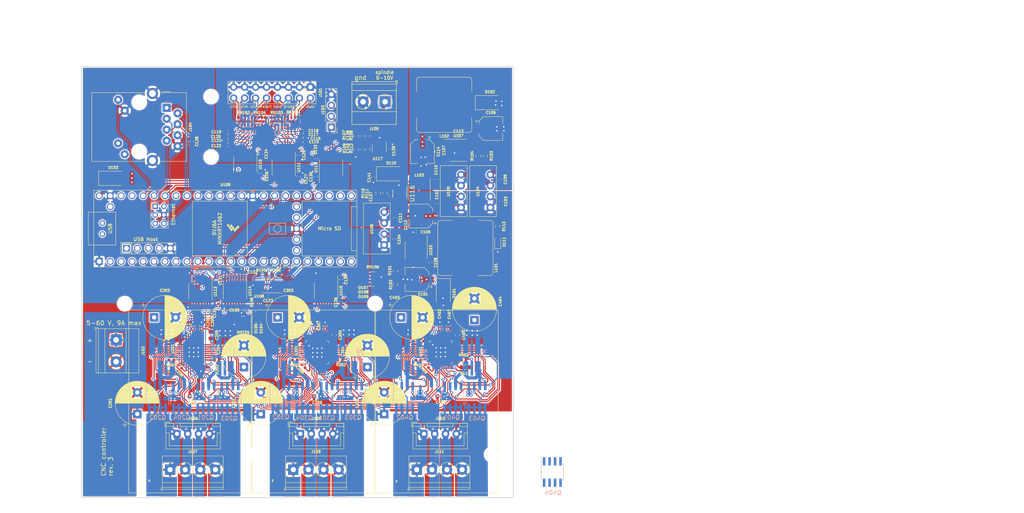
<source format=kicad_pcb>
(kicad_pcb (version 20171130) (host pcbnew 5.1.10)

  (general
    (thickness 1.6)
    (drawings 177)
    (tracks 3033)
    (zones 0)
    (modules 160)
    (nets 221)
  )

  (page USLetter)
  (title_block
    (title "Project Title")
  )

  (layers
    (0 F.Cu signal)
    (1 In1.Cu signal)
    (2 In2.Cu signal)
    (31 B.Cu signal)
    (34 B.Paste user)
    (35 F.Paste user)
    (36 B.SilkS user)
    (37 F.SilkS user)
    (38 B.Mask user)
    (39 F.Mask user)
    (40 Dwgs.User user)
    (42 Eco1.User user)
    (44 Edge.Cuts user)
    (45 Margin user)
    (46 B.CrtYd user)
    (47 F.CrtYd user)
    (48 B.Fab user)
    (49 F.Fab user)
  )

  (setup
    (last_trace_width 0.1524)
    (user_trace_width 0.1524)
    (user_trace_width 0.2)
    (user_trace_width 0.25)
    (user_trace_width 0.3)
    (user_trace_width 0.5)
    (user_trace_width 0.75)
    (user_trace_width 1.25)
    (trace_clearance 0.1524)
    (zone_clearance 0.25)
    (zone_45_only yes)
    (trace_min 0.1524)
    (via_size 0.6858)
    (via_drill 0.3302)
    (via_min_size 0.6858)
    (via_min_drill 0.3302)
    (user_via 0.6858 0.3302)
    (user_via 0.762 0.4064)
    (user_via 0.8636 0.508)
    (uvia_size 0.6858)
    (uvia_drill 0.3302)
    (uvias_allowed no)
    (uvia_min_size 0)
    (uvia_min_drill 0)
    (edge_width 0.1524)
    (segment_width 0.1524)
    (pcb_text_width 0.1524)
    (pcb_text_size 1.016 1.016)
    (mod_edge_width 0.1524)
    (mod_text_size 1.016 1.016)
    (mod_text_width 0.1524)
    (pad_size 1.524 1.524)
    (pad_drill 0.762)
    (pad_to_mask_clearance 0)
    (pad_to_paste_clearance -0.0762)
    (aux_axis_origin 0 0)
    (grid_origin 8 39)
    (visible_elements FFFFDF7D)
    (pcbplotparams
      (layerselection 0x310fc_ffffffff)
      (usegerberextensions true)
      (usegerberattributes false)
      (usegerberadvancedattributes false)
      (creategerberjobfile false)
      (excludeedgelayer true)
      (linewidth 0.100000)
      (plotframeref false)
      (viasonmask false)
      (mode 1)
      (useauxorigin false)
      (hpglpennumber 1)
      (hpglpenspeed 20)
      (hpglpendiameter 15.000000)
      (psnegative false)
      (psa4output false)
      (plotreference true)
      (plotvalue true)
      (plotinvisibletext false)
      (padsonsilk false)
      (subtractmaskfromsilk false)
      (outputformat 1)
      (mirror false)
      (drillshape 0)
      (scaleselection 1)
      (outputdirectory "cnc-gerbers"))
  )

  (net 0 "")
  (net 1 GND)
  (net 2 GND1)
  (net 3 /5V_ISO)
  (net 4 /GRST)
  (net 5 /FEED_HOLD)
  (net 6 /CYCLE_START)
  (net 7 /PROBE)
  (net 8 /XLIMIT)
  (net 9 /ZLIMIT)
  (net 10 /YLIMIT)
  (net 11 "Net-(C128-Pad1)")
  (net 12 /VM)
  (net 13 "Net-(C205-Pad2)")
  (net 14 "Net-(C305-Pad2)")
  (net 15 "Net-(C405-Pad2)")
  (net 16 "Net-(D103-Pad1)")
  (net 17 "Net-(D104-Pad1)")
  (net 18 "Net-(D106-Pad1)")
  (net 19 "Net-(D107-Pad1)")
  (net 20 "Net-(D108-Pad1)")
  (net 21 "Net-(D109-Pad1)")
  (net 22 /X/B-)
  (net 23 /X/B+)
  (net 24 /X/A-)
  (net 25 /X/A+)
  (net 26 /Y/B-)
  (net 27 /Y/B+)
  (net 28 /Y/A-)
  (net 29 /Y/A+)
  (net 30 /Z/B-)
  (net 31 /Z/B+)
  (net 32 /Z/A-)
  (net 33 /Z/A+)
  (net 34 /SPINDLE_PWM_ISO)
  (net 35 /X/LB1)
  (net 36 "Net-(Q201-Pad3)")
  (net 37 /X/HB1)
  (net 38 /X/LA1)
  (net 39 "Net-(Q202-Pad3)")
  (net 40 /X/HA1)
  (net 41 /X/LB2)
  (net 42 /X/HB2)
  (net 43 /X/LA2)
  (net 44 /X/HA2)
  (net 45 /Z/LB1)
  (net 46 "Net-(Q301-Pad3)")
  (net 47 /Z/HB1)
  (net 48 /Z/LA1)
  (net 49 "Net-(Q302-Pad3)")
  (net 50 /Z/HA1)
  (net 51 /Z/LB2)
  (net 52 /Z/HB2)
  (net 53 /Z/LA2)
  (net 54 /Z/HA2)
  (net 55 /Y/LB1)
  (net 56 "Net-(Q401-Pad3)")
  (net 57 /Y/HB1)
  (net 58 /Y/LA1)
  (net 59 "Net-(Q402-Pad3)")
  (net 60 /Y/HA1)
  (net 61 /Y/LB2)
  (net 62 /Y/HB2)
  (net 63 /Y/LA2)
  (net 64 /Y/HA2)
  (net 65 /SPINDLE_PWM)
  (net 66 /X/SRB)
  (net 67 /X/SRA)
  (net 68 /Z/SRA)
  (net 69 /Z/SRB)
  (net 70 /Y/SRA)
  (net 71 /Y/SRB)
  (net 72 /TMC_SCK)
  (net 73 /TMC_SDO)
  (net 74 /TMC_SDI)
  (net 75 /X_STEP)
  (net 76 /X_DIR)
  (net 77 /Y_STEP)
  (net 78 /Y_DIR)
  (net 79 /Z_STEP)
  (net 80 /Z_DIR)
  (net 81 /Y/SDI)
  (net 82 "Net-(U201-Pad26)")
  (net 83 "Net-(U201-Pad27)")
  (net 84 /Z/SDI)
  (net 85 "Net-(U301-Pad26)")
  (net 86 "Net-(U301-Pad27)")
  (net 87 "Net-(U401-Pad26)")
  (net 88 "Net-(U401-Pad27)")
  (net 89 "Net-(C105-Pad1)")
  (net 90 /10V)
  (net 91 "Net-(C107-Pad1)")
  (net 92 "Net-(C108-Pad2)")
  (net 93 "Net-(C108-Pad1)")
  (net 94 "Net-(C109-Pad2)")
  (net 95 GND2)
  (net 96 /5V_ISO2)
  (net 97 "Net-(C113-Pad2)")
  (net 98 "Net-(C113-Pad1)")
  (net 99 /5V)
  (net 100 /FEED_HOLD_F)
  (net 101 /CYCLE_START_F)
  (net 102 /RESET_F)
  (net 103 /SAFETY_DOOR_F)
  (net 104 /XLIMIT_F)
  (net 105 /YLIMIT_F)
  (net 106 /Z_LIMIT_F)
  (net 107 /PROBE_F)
  (net 108 /3V3)
  (net 109 "Net-(C138-Pad1)")
  (net 110 /12V_ISO2)
  (net 111 "Net-(C140-Pad2)")
  (net 112 "Net-(C140-Pad1)")
  (net 113 "Net-(C208-Pad1)")
  (net 114 "Net-(C308-Pad1)")
  (net 115 "Net-(C408-Pad1)")
  (net 116 "Net-(D105-Pad1)")
  (net 117 "Net-(D110-Pad2)")
  (net 118 "Net-(D111-Pad2)")
  (net 119 /SAFETY_DOOR)
  (net 120 /SPINDLE_EN_ISO)
  (net 121 /SPINDLE_DIR_ISO)
  (net 122 /ETH_LED)
  (net 123 "Net-(J104-PadL2)")
  (net 124 "Net-(J104-PadL1)")
  (net 125 "Net-(J104-PadR7)")
  (net 126 /ETH_RX-)
  (net 127 /ETH_RX+)
  (net 128 /ETH_TX-)
  (net 129 /ETH_TX+)
  (net 130 "Net-(R101-Pad2)")
  (net 131 "Net-(R103-Pad2)")
  (net 132 /EEPROM_SDA)
  (net 133 /EEPROM_SCL)
  (net 134 "Net-(R110-Pad2)")
  (net 135 "Net-(RN106-Pad5)")
  (net 136 "Net-(U109-Pad66)")
  (net 137 "Net-(U109-Pad67)")
  (net 138 "Net-(U109-Pad54)")
  (net 139 "Net-(U109-Pad53)")
  (net 140 "Net-(U109-Pad51)")
  (net 141 "Net-(U109-Pad50)")
  (net 142 /TEENSY_SDI)
  (net 143 /TEENSY_SCK)
  (net 144 /TEENSY_CSN)
  (net 145 "Net-(U109-Pad15)")
  (net 146 /SPINDLE_EN)
  (net 147 /TEENSY_SAFETY_DOOR)
  (net 148 "Net-(U109-Pad22)")
  (net 149 "Net-(U109-Pad23)")
  (net 150 "Net-(U109-Pad24)")
  (net 151 "Net-(U109-Pad25)")
  (net 152 "Net-(U109-Pad26)")
  (net 153 "Net-(U109-Pad27)")
  (net 154 "Net-(U109-Pad28)")
  (net 155 "Net-(U109-Pad29)")
  (net 156 "Net-(U109-Pad30)")
  (net 157 /TEENSY_ZENABLE)
  (net 158 /TEENSY_YENABLE)
  (net 159 "Net-(U109-Pad33)")
  (net 160 /SPINDLE_DIR)
  (net 161 /TEENSY_XENABLE)
  (net 162 "Net-(U109-Pad11)")
  (net 163 "Net-(U109-Pad10)")
  (net 164 /TEENSY_ZDIR)
  (net 165 /TEENSY_ZSTEP)
  (net 166 /TEENSY_YDIR)
  (net 167 /TEENSY_YSTEP)
  (net 168 /TEENSY_XDIR)
  (net 169 /TEENSY_XSTEP)
  (net 170 "Net-(U109-Pad3)")
  (net 171 "Net-(U109-Pad2)")
  (net 172 /TEENSY_RESET)
  (net 173 /TEENSY_PROBE)
  (net 174 /TEENSY_FEED_HOLD)
  (net 175 /TEENSY_CYCLE_START)
  (net 176 "Net-(U109-Pad40)")
  (net 177 "Net-(U109-Pad41)")
  (net 178 /TEENSY_XLIMIT)
  (net 179 /TEENSY_YLIMIT)
  (net 180 /TEENSY_ZLIMIT)
  (net 181 "Net-(U109-Pad45)")
  (net 182 "Net-(U109-Pad55)")
  (net 183 "Net-(U109-Pad56)")
  (net 184 "Net-(U109-Pad57)")
  (net 185 "Net-(U109-Pad58)")
  (net 186 "Net-(U109-Pad49)")
  (net 187 "Net-(U110-Pad7)")
  (net 188 "Net-(U111-Pad7)")
  (net 189 "Net-(U112-Pad11)")
  (net 190 "Net-(U112-Pad7)")
  (net 191 "Net-(U112-Pad6)")
  (net 192 /TMC_CSN)
  (net 193 /X_EN)
  (net 194 "Net-(U113-Pad7)")
  (net 195 /Y_EN)
  (net 196 "Net-(U114-Pad7)")
  (net 197 /Z_EN)
  (net 198 "Net-(U115-Pad7)")
  (net 199 "Net-(U116-Pad6)")
  (net 200 "Net-(R202-Pad2)")
  (net 201 /X/SRBL)
  (net 202 "Net-(R302-Pad2)")
  (net 203 /Z/SRBL)
  (net 204 "Net-(R402-Pad2)")
  (net 205 /Y/SRBL)
  (net 206 "Net-(R201-Pad2)")
  (net 207 /X/SRAL)
  (net 208 "Net-(R301-Pad2)")
  (net 209 /Z/SRAL)
  (net 210 "Net-(R401-Pad2)")
  (net 211 /Y/SRAL)
  (net 212 "Net-(RN106-Pad4)")
  (net 213 "Net-(RN105-Pad5)")
  (net 214 "Net-(RN105-Pad4)")
  (net 215 "Net-(Q201-Pad1)")
  (net 216 "Net-(Q202-Pad1)")
  (net 217 "Net-(Q301-Pad1)")
  (net 218 "Net-(Q302-Pad1)")
  (net 219 "Net-(Q401-Pad1)")
  (net 220 "Net-(Q402-Pad1)")

  (net_class Default "This is the default net class."
    (clearance 0.1524)
    (trace_width 0.1524)
    (via_dia 0.6858)
    (via_drill 0.3302)
    (uvia_dia 0.6858)
    (uvia_drill 0.3302)
    (add_net /10V)
    (add_net /12V_ISO2)
    (add_net /3V3)
    (add_net /5V)
    (add_net /5V_ISO)
    (add_net /5V_ISO2)
    (add_net /CYCLE_START)
    (add_net /CYCLE_START_F)
    (add_net /EEPROM_SCL)
    (add_net /EEPROM_SDA)
    (add_net /ETH_LED)
    (add_net /ETH_RX+)
    (add_net /ETH_RX-)
    (add_net /ETH_TX+)
    (add_net /ETH_TX-)
    (add_net /FEED_HOLD)
    (add_net /FEED_HOLD_F)
    (add_net /GRST)
    (add_net /PROBE)
    (add_net /PROBE_F)
    (add_net /RESET_F)
    (add_net /SAFETY_DOOR)
    (add_net /SAFETY_DOOR_F)
    (add_net /SPINDLE_DIR)
    (add_net /SPINDLE_DIR_ISO)
    (add_net /SPINDLE_EN)
    (add_net /SPINDLE_EN_ISO)
    (add_net /SPINDLE_PWM)
    (add_net /SPINDLE_PWM_ISO)
    (add_net /TEENSY_CSN)
    (add_net /TEENSY_CYCLE_START)
    (add_net /TEENSY_FEED_HOLD)
    (add_net /TEENSY_PROBE)
    (add_net /TEENSY_RESET)
    (add_net /TEENSY_SAFETY_DOOR)
    (add_net /TEENSY_SCK)
    (add_net /TEENSY_SDI)
    (add_net /TEENSY_XDIR)
    (add_net /TEENSY_XENABLE)
    (add_net /TEENSY_XLIMIT)
    (add_net /TEENSY_XSTEP)
    (add_net /TEENSY_YDIR)
    (add_net /TEENSY_YENABLE)
    (add_net /TEENSY_YLIMIT)
    (add_net /TEENSY_YSTEP)
    (add_net /TEENSY_ZDIR)
    (add_net /TEENSY_ZENABLE)
    (add_net /TEENSY_ZLIMIT)
    (add_net /TEENSY_ZSTEP)
    (add_net /TMC_CSN)
    (add_net /TMC_SCK)
    (add_net /TMC_SDI)
    (add_net /TMC_SDO)
    (add_net /VM)
    (add_net /X/A+)
    (add_net /X/A-)
    (add_net /X/B+)
    (add_net /X/B-)
    (add_net /X/HA1)
    (add_net /X/HA2)
    (add_net /X/HB1)
    (add_net /X/HB2)
    (add_net /X/LA1)
    (add_net /X/LA2)
    (add_net /X/LB1)
    (add_net /X/LB2)
    (add_net /X/SRA)
    (add_net /X/SRAL)
    (add_net /X/SRB)
    (add_net /X/SRBL)
    (add_net /XLIMIT)
    (add_net /XLIMIT_F)
    (add_net /X_DIR)
    (add_net /X_EN)
    (add_net /X_STEP)
    (add_net /Y/A+)
    (add_net /Y/A-)
    (add_net /Y/B+)
    (add_net /Y/B-)
    (add_net /Y/HA1)
    (add_net /Y/HA2)
    (add_net /Y/HB1)
    (add_net /Y/HB2)
    (add_net /Y/LA1)
    (add_net /Y/LA2)
    (add_net /Y/LB1)
    (add_net /Y/LB2)
    (add_net /Y/SDI)
    (add_net /Y/SRA)
    (add_net /Y/SRAL)
    (add_net /Y/SRB)
    (add_net /Y/SRBL)
    (add_net /YLIMIT)
    (add_net /YLIMIT_F)
    (add_net /Y_DIR)
    (add_net /Y_EN)
    (add_net /Y_STEP)
    (add_net /Z/A+)
    (add_net /Z/A-)
    (add_net /Z/B+)
    (add_net /Z/B-)
    (add_net /Z/HA1)
    (add_net /Z/HA2)
    (add_net /Z/HB1)
    (add_net /Z/HB2)
    (add_net /Z/LA1)
    (add_net /Z/LA2)
    (add_net /Z/LB1)
    (add_net /Z/LB2)
    (add_net /Z/SDI)
    (add_net /Z/SRA)
    (add_net /Z/SRAL)
    (add_net /Z/SRB)
    (add_net /Z/SRBL)
    (add_net /ZLIMIT)
    (add_net /Z_DIR)
    (add_net /Z_EN)
    (add_net /Z_LIMIT_F)
    (add_net /Z_STEP)
    (add_net GND)
    (add_net GND1)
    (add_net GND2)
    (add_net "Net-(C105-Pad1)")
    (add_net "Net-(C107-Pad1)")
    (add_net "Net-(C108-Pad1)")
    (add_net "Net-(C108-Pad2)")
    (add_net "Net-(C109-Pad2)")
    (add_net "Net-(C113-Pad1)")
    (add_net "Net-(C113-Pad2)")
    (add_net "Net-(C128-Pad1)")
    (add_net "Net-(C138-Pad1)")
    (add_net "Net-(C140-Pad1)")
    (add_net "Net-(C140-Pad2)")
    (add_net "Net-(C205-Pad2)")
    (add_net "Net-(C208-Pad1)")
    (add_net "Net-(C305-Pad2)")
    (add_net "Net-(C308-Pad1)")
    (add_net "Net-(C405-Pad2)")
    (add_net "Net-(C408-Pad1)")
    (add_net "Net-(D103-Pad1)")
    (add_net "Net-(D104-Pad1)")
    (add_net "Net-(D105-Pad1)")
    (add_net "Net-(D106-Pad1)")
    (add_net "Net-(D107-Pad1)")
    (add_net "Net-(D108-Pad1)")
    (add_net "Net-(D109-Pad1)")
    (add_net "Net-(D110-Pad2)")
    (add_net "Net-(D111-Pad2)")
    (add_net "Net-(J104-PadL1)")
    (add_net "Net-(J104-PadL2)")
    (add_net "Net-(J104-PadR7)")
    (add_net "Net-(Q201-Pad1)")
    (add_net "Net-(Q201-Pad3)")
    (add_net "Net-(Q202-Pad1)")
    (add_net "Net-(Q202-Pad3)")
    (add_net "Net-(Q301-Pad1)")
    (add_net "Net-(Q301-Pad3)")
    (add_net "Net-(Q302-Pad1)")
    (add_net "Net-(Q302-Pad3)")
    (add_net "Net-(Q401-Pad1)")
    (add_net "Net-(Q401-Pad3)")
    (add_net "Net-(Q402-Pad1)")
    (add_net "Net-(Q402-Pad3)")
    (add_net "Net-(R101-Pad2)")
    (add_net "Net-(R103-Pad2)")
    (add_net "Net-(R110-Pad2)")
    (add_net "Net-(R201-Pad2)")
    (add_net "Net-(R202-Pad2)")
    (add_net "Net-(R301-Pad2)")
    (add_net "Net-(R302-Pad2)")
    (add_net "Net-(R401-Pad2)")
    (add_net "Net-(R402-Pad2)")
    (add_net "Net-(RN105-Pad4)")
    (add_net "Net-(RN105-Pad5)")
    (add_net "Net-(RN106-Pad4)")
    (add_net "Net-(RN106-Pad5)")
    (add_net "Net-(U109-Pad10)")
    (add_net "Net-(U109-Pad11)")
    (add_net "Net-(U109-Pad15)")
    (add_net "Net-(U109-Pad2)")
    (add_net "Net-(U109-Pad22)")
    (add_net "Net-(U109-Pad23)")
    (add_net "Net-(U109-Pad24)")
    (add_net "Net-(U109-Pad25)")
    (add_net "Net-(U109-Pad26)")
    (add_net "Net-(U109-Pad27)")
    (add_net "Net-(U109-Pad28)")
    (add_net "Net-(U109-Pad29)")
    (add_net "Net-(U109-Pad3)")
    (add_net "Net-(U109-Pad30)")
    (add_net "Net-(U109-Pad33)")
    (add_net "Net-(U109-Pad40)")
    (add_net "Net-(U109-Pad41)")
    (add_net "Net-(U109-Pad45)")
    (add_net "Net-(U109-Pad49)")
    (add_net "Net-(U109-Pad50)")
    (add_net "Net-(U109-Pad51)")
    (add_net "Net-(U109-Pad53)")
    (add_net "Net-(U109-Pad54)")
    (add_net "Net-(U109-Pad55)")
    (add_net "Net-(U109-Pad56)")
    (add_net "Net-(U109-Pad57)")
    (add_net "Net-(U109-Pad58)")
    (add_net "Net-(U109-Pad66)")
    (add_net "Net-(U109-Pad67)")
    (add_net "Net-(U110-Pad7)")
    (add_net "Net-(U111-Pad7)")
    (add_net "Net-(U112-Pad11)")
    (add_net "Net-(U112-Pad6)")
    (add_net "Net-(U112-Pad7)")
    (add_net "Net-(U113-Pad7)")
    (add_net "Net-(U114-Pad7)")
    (add_net "Net-(U115-Pad7)")
    (add_net "Net-(U116-Pad6)")
    (add_net "Net-(U201-Pad26)")
    (add_net "Net-(U201-Pad27)")
    (add_net "Net-(U301-Pad26)")
    (add_net "Net-(U301-Pad27)")
    (add_net "Net-(U401-Pad26)")
    (add_net "Net-(U401-Pad27)")
  )

  (module Package_TO_SOT_SMD:SOT-23-6 (layer F.Cu) (tedit 5A02FF57) (tstamp 60695C61)
    (at 81.7 68.5 270)
    (descr "6-pin SOT-23 package")
    (tags SOT-23-6)
    (path /60865174)
    (attr smd)
    (fp_text reference U116 (at 0 -2.9 90) (layer F.SilkS)
      (effects (font (size 1 1) (thickness 0.15)))
    )
    (fp_text value TLV61048 (at 0 2.9 90) (layer F.Fab)
      (effects (font (size 1 1) (thickness 0.15)))
    )
    (fp_line (start 0.9 -1.55) (end 0.9 1.55) (layer F.Fab) (width 0.1))
    (fp_line (start 0.9 1.55) (end -0.9 1.55) (layer F.Fab) (width 0.1))
    (fp_line (start -0.9 -0.9) (end -0.9 1.55) (layer F.Fab) (width 0.1))
    (fp_line (start 0.9 -1.55) (end -0.25 -1.55) (layer F.Fab) (width 0.1))
    (fp_line (start -0.9 -0.9) (end -0.25 -1.55) (layer F.Fab) (width 0.1))
    (fp_line (start -1.9 -1.8) (end -1.9 1.8) (layer F.CrtYd) (width 0.05))
    (fp_line (start -1.9 1.8) (end 1.9 1.8) (layer F.CrtYd) (width 0.05))
    (fp_line (start 1.9 1.8) (end 1.9 -1.8) (layer F.CrtYd) (width 0.05))
    (fp_line (start 1.9 -1.8) (end -1.9 -1.8) (layer F.CrtYd) (width 0.05))
    (fp_line (start 0.9 -1.61) (end -1.55 -1.61) (layer F.SilkS) (width 0.12))
    (fp_line (start -0.9 1.61) (end 0.9 1.61) (layer F.SilkS) (width 0.12))
    (fp_text user %R (at 0 0) (layer F.Fab)
      (effects (font (size 0.5 0.5) (thickness 0.075)))
    )
    (pad 5 smd rect (at 1.1 0 270) (size 1.06 0.65) (layers F.Cu F.Paste F.Mask)
      (net 96 /5V_ISO2))
    (pad 6 smd rect (at 1.1 -0.95 270) (size 1.06 0.65) (layers F.Cu F.Paste F.Mask)
      (net 199 "Net-(U116-Pad6)"))
    (pad 4 smd rect (at 1.1 0.95 270) (size 1.06 0.65) (layers F.Cu F.Paste F.Mask)
      (net 96 /5V_ISO2))
    (pad 3 smd rect (at -1.1 0.95 270) (size 1.06 0.65) (layers F.Cu F.Paste F.Mask)
      (net 134 "Net-(R110-Pad2)"))
    (pad 2 smd rect (at -1.1 0 270) (size 1.06 0.65) (layers F.Cu F.Paste F.Mask)
      (net 95 GND2))
    (pad 1 smd rect (at -1.1 -0.95 270) (size 1.06 0.65) (layers F.Cu F.Paste F.Mask)
      (net 117 "Net-(D110-Pad2)"))
    (model ${KISYS3DMOD}/Package_TO_SOT_SMD.3dshapes/SOT-23-6.wrl
      (at (xyz 0 0 0))
      (scale (xyz 1 1 1))
      (rotate (xyz 0 0 0))
    )
  )

  (module Resistor_SMD:R_Array_Convex_4x0603 (layer F.Cu) (tedit 58E0A8B2) (tstamp 607212AF)
    (at 49.375 51.75 90)
    (descr "Chip Resistor Network, ROHM MNR14 (see mnr_g.pdf)")
    (tags "resistor array")
    (path /60DDC872)
    (attr smd)
    (fp_text reference RN104 (at 2.05 -0.175 180) (layer F.SilkS)
      (effects (font (size 0.6 0.6) (thickness 0.15)))
    )
    (fp_text value 100kR (at 0 2.8 90) (layer F.Fab)
      (effects (font (size 1 1) (thickness 0.15)))
    )
    (fp_line (start -0.8 -1.6) (end 0.8 -1.6) (layer F.Fab) (width 0.1))
    (fp_line (start 0.8 -1.6) (end 0.8 1.6) (layer F.Fab) (width 0.1))
    (fp_line (start 0.8 1.6) (end -0.8 1.6) (layer F.Fab) (width 0.1))
    (fp_line (start -0.8 1.6) (end -0.8 -1.6) (layer F.Fab) (width 0.1))
    (fp_line (start 0.5 1.68) (end -0.5 1.68) (layer F.SilkS) (width 0.12))
    (fp_line (start 0.5 -1.68) (end -0.5 -1.68) (layer F.SilkS) (width 0.12))
    (fp_line (start -1.55 -1.85) (end 1.55 -1.85) (layer F.CrtYd) (width 0.05))
    (fp_line (start -1.55 -1.85) (end -1.55 1.85) (layer F.CrtYd) (width 0.05))
    (fp_line (start 1.55 1.85) (end 1.55 -1.85) (layer F.CrtYd) (width 0.05))
    (fp_line (start 1.55 1.85) (end -1.55 1.85) (layer F.CrtYd) (width 0.05))
    (fp_text user %R (at 0 0) (layer F.Fab)
      (effects (font (size 0.5 0.5) (thickness 0.075)))
    )
    (pad 5 smd rect (at 0.9 1.2 90) (size 0.8 0.5) (layers F.Cu F.Paste F.Mask)
      (net 96 /5V_ISO2))
    (pad 6 smd rect (at 0.9 0.4 90) (size 0.8 0.4) (layers F.Cu F.Paste F.Mask)
      (net 96 /5V_ISO2))
    (pad 8 smd rect (at 0.9 -1.2 90) (size 0.8 0.5) (layers F.Cu F.Paste F.Mask)
      (net 96 /5V_ISO2))
    (pad 7 smd rect (at 0.9 -0.4 90) (size 0.8 0.4) (layers F.Cu F.Paste F.Mask)
      (net 96 /5V_ISO2))
    (pad 4 smd rect (at -0.9 1.2 90) (size 0.8 0.5) (layers F.Cu F.Paste F.Mask)
      (net 101 /CYCLE_START_F))
    (pad 2 smd rect (at -0.9 -0.4 90) (size 0.8 0.4) (layers F.Cu F.Paste F.Mask)
      (net 105 /YLIMIT_F))
    (pad 3 smd rect (at -0.9 0.4 90) (size 0.8 0.4) (layers F.Cu F.Paste F.Mask)
      (net 104 /XLIMIT_F))
    (pad 1 smd rect (at -0.9 -1.2 90) (size 0.8 0.5) (layers F.Cu F.Paste F.Mask)
      (net 106 /Z_LIMIT_F))
    (model ${KISYS3DMOD}/Resistor_SMD.3dshapes/R_Array_Convex_4x0603.wrl
      (at (xyz 0 0 0))
      (scale (xyz 1 1 1))
      (rotate (xyz 0 0 0))
    )
  )

  (module Resistor_SMD:R_Array_Convex_4x0603 (layer F.Cu) (tedit 58E0A8B2) (tstamp 606BA228)
    (at 53.2 51.775 90)
    (descr "Chip Resistor Network, ROHM MNR14 (see mnr_g.pdf)")
    (tags "resistor array")
    (path /60B59FA5)
    (attr smd)
    (fp_text reference RN103 (at 2.075 0) (layer F.SilkS)
      (effects (font (size 0.6 0.6) (thickness 0.15)))
    )
    (fp_text value 100kR (at 0 2.8 90) (layer F.Fab)
      (effects (font (size 1 1) (thickness 0.15)))
    )
    (fp_line (start -0.8 -1.6) (end 0.8 -1.6) (layer F.Fab) (width 0.1))
    (fp_line (start 0.8 -1.6) (end 0.8 1.6) (layer F.Fab) (width 0.1))
    (fp_line (start 0.8 1.6) (end -0.8 1.6) (layer F.Fab) (width 0.1))
    (fp_line (start -0.8 1.6) (end -0.8 -1.6) (layer F.Fab) (width 0.1))
    (fp_line (start 0.5 1.68) (end -0.5 1.68) (layer F.SilkS) (width 0.12))
    (fp_line (start 0.5 -1.68) (end -0.5 -1.68) (layer F.SilkS) (width 0.12))
    (fp_line (start -1.55 -1.85) (end 1.55 -1.85) (layer F.CrtYd) (width 0.05))
    (fp_line (start -1.55 -1.85) (end -1.55 1.85) (layer F.CrtYd) (width 0.05))
    (fp_line (start 1.55 1.85) (end 1.55 -1.85) (layer F.CrtYd) (width 0.05))
    (fp_line (start 1.55 1.85) (end -1.55 1.85) (layer F.CrtYd) (width 0.05))
    (fp_text user %R (at 0 0) (layer F.Fab)
      (effects (font (size 0.5 0.5) (thickness 0.075)))
    )
    (pad 5 smd rect (at 0.9 1.2 90) (size 0.8 0.5) (layers F.Cu F.Paste F.Mask)
      (net 96 /5V_ISO2))
    (pad 6 smd rect (at 0.9 0.4 90) (size 0.8 0.4) (layers F.Cu F.Paste F.Mask)
      (net 96 /5V_ISO2))
    (pad 8 smd rect (at 0.9 -1.2 90) (size 0.8 0.5) (layers F.Cu F.Paste F.Mask)
      (net 96 /5V_ISO2))
    (pad 7 smd rect (at 0.9 -0.4 90) (size 0.8 0.4) (layers F.Cu F.Paste F.Mask)
      (net 96 /5V_ISO2))
    (pad 4 smd rect (at -0.9 1.2 90) (size 0.8 0.5) (layers F.Cu F.Paste F.Mask)
      (net 103 /SAFETY_DOOR_F))
    (pad 2 smd rect (at -0.9 -0.4 90) (size 0.8 0.4) (layers F.Cu F.Paste F.Mask)
      (net 107 /PROBE_F))
    (pad 3 smd rect (at -0.9 0.4 90) (size 0.8 0.4) (layers F.Cu F.Paste F.Mask)
      (net 102 /RESET_F))
    (pad 1 smd rect (at -0.9 -1.2 90) (size 0.8 0.5) (layers F.Cu F.Paste F.Mask)
      (net 100 /FEED_HOLD_F))
    (model ${KISYS3DMOD}/Resistor_SMD.3dshapes/R_Array_Convex_4x0603.wrl
      (at (xyz 0 0 0))
      (scale (xyz 1 1 1))
      (rotate (xyz 0 0 0))
    )
  )

  (module TerminalBlock_Phoenix:TerminalBlock_Phoenix_MKDS-1,5-2-5.08_1x02_P5.08mm_Horizontal (layer F.Cu) (tedit 5B294EBC) (tstamp 607B1267)
    (at 78.3 47.2 180)
    (descr "Terminal Block Phoenix MKDS-1,5-2-5.08, 2 pins, pitch 5.08mm, size 10.2x9.8mm^2, drill diamater 1.3mm, pad diameter 2.6mm, see http://www.farnell.com/datasheets/100425.pdf, script-generated using https://github.com/pointhi/kicad-footprint-generator/scripts/TerminalBlock_Phoenix")
    (tags "THT Terminal Block Phoenix MKDS-1,5-2-5.08 pitch 5.08mm size 10.2x9.8mm^2 drill 1.3mm pad 2.6mm")
    (path /61D8B8DC)
    (fp_text reference J105 (at 2.54 -6.26) (layer F.SilkS)
      (effects (font (size 0.6 0.6) (thickness 0.15)))
    )
    (fp_text value SPINDLE_OUT (at 2.54 5.66) (layer F.Fab)
      (effects (font (size 1 1) (thickness 0.15)))
    )
    (fp_line (start 8.13 -5.71) (end -3.04 -5.71) (layer F.CrtYd) (width 0.05))
    (fp_line (start 8.13 5.1) (end 8.13 -5.71) (layer F.CrtYd) (width 0.05))
    (fp_line (start -3.04 5.1) (end 8.13 5.1) (layer F.CrtYd) (width 0.05))
    (fp_line (start -3.04 -5.71) (end -3.04 5.1) (layer F.CrtYd) (width 0.05))
    (fp_line (start -2.84 4.9) (end -2.34 4.9) (layer F.SilkS) (width 0.12))
    (fp_line (start -2.84 4.16) (end -2.84 4.9) (layer F.SilkS) (width 0.12))
    (fp_line (start 3.853 1.023) (end 3.806 1.069) (layer F.SilkS) (width 0.12))
    (fp_line (start 6.15 -1.275) (end 6.115 -1.239) (layer F.SilkS) (width 0.12))
    (fp_line (start 4.046 1.239) (end 4.011 1.274) (layer F.SilkS) (width 0.12))
    (fp_line (start 6.355 -1.069) (end 6.308 -1.023) (layer F.SilkS) (width 0.12))
    (fp_line (start 6.035 -1.138) (end 3.943 0.955) (layer F.Fab) (width 0.1))
    (fp_line (start 6.218 -0.955) (end 4.126 1.138) (layer F.Fab) (width 0.1))
    (fp_line (start 0.955 -1.138) (end -1.138 0.955) (layer F.Fab) (width 0.1))
    (fp_line (start 1.138 -0.955) (end -0.955 1.138) (layer F.Fab) (width 0.1))
    (fp_line (start 7.68 -5.261) (end 7.68 4.66) (layer F.SilkS) (width 0.12))
    (fp_line (start -2.6 -5.261) (end -2.6 4.66) (layer F.SilkS) (width 0.12))
    (fp_line (start -2.6 4.66) (end 7.68 4.66) (layer F.SilkS) (width 0.12))
    (fp_line (start -2.6 -5.261) (end 7.68 -5.261) (layer F.SilkS) (width 0.12))
    (fp_line (start -2.6 -2.301) (end 7.68 -2.301) (layer F.SilkS) (width 0.12))
    (fp_line (start -2.54 -2.3) (end 7.62 -2.3) (layer F.Fab) (width 0.1))
    (fp_line (start -2.6 2.6) (end 7.68 2.6) (layer F.SilkS) (width 0.12))
    (fp_line (start -2.54 2.6) (end 7.62 2.6) (layer F.Fab) (width 0.1))
    (fp_line (start -2.6 4.1) (end 7.68 4.1) (layer F.SilkS) (width 0.12))
    (fp_line (start -2.54 4.1) (end 7.62 4.1) (layer F.Fab) (width 0.1))
    (fp_line (start -2.54 4.1) (end -2.54 -5.2) (layer F.Fab) (width 0.1))
    (fp_line (start -2.04 4.6) (end -2.54 4.1) (layer F.Fab) (width 0.1))
    (fp_line (start 7.62 4.6) (end -2.04 4.6) (layer F.Fab) (width 0.1))
    (fp_line (start 7.62 -5.2) (end 7.62 4.6) (layer F.Fab) (width 0.1))
    (fp_line (start -2.54 -5.2) (end 7.62 -5.2) (layer F.Fab) (width 0.1))
    (fp_circle (center 5.08 0) (end 6.76 0) (layer F.SilkS) (width 0.12))
    (fp_circle (center 5.08 0) (end 6.58 0) (layer F.Fab) (width 0.1))
    (fp_circle (center 0 0) (end 1.5 0) (layer F.Fab) (width 0.1))
    (fp_text user %R (at 2.54 3.2) (layer F.Fab)
      (effects (font (size 1 1) (thickness 0.15)))
    )
    (fp_arc (start 0 0) (end -0.684 1.535) (angle -25) (layer F.SilkS) (width 0.12))
    (fp_arc (start 0 0) (end -1.535 -0.684) (angle -48) (layer F.SilkS) (width 0.12))
    (fp_arc (start 0 0) (end 0.684 -1.535) (angle -48) (layer F.SilkS) (width 0.12))
    (fp_arc (start 0 0) (end 1.535 0.684) (angle -48) (layer F.SilkS) (width 0.12))
    (fp_arc (start 0 0) (end 0 1.68) (angle -24) (layer F.SilkS) (width 0.12))
    (pad 2 thru_hole circle (at 5.08 0 180) (size 2.6 2.6) (drill 1.3) (layers *.Cu *.Mask)
      (net 95 GND2))
    (pad 1 thru_hole rect (at 0 0 180) (size 2.6 2.6) (drill 1.3) (layers *.Cu *.Mask)
      (net 111 "Net-(C140-Pad2)"))
    (model ${KISYS3DMOD}/TerminalBlock_Phoenix.3dshapes/TerminalBlock_Phoenix_MKDS-1,5-2-5.08_1x02_P5.08mm_Horizontal.wrl
      (at (xyz 0 0 0))
      (scale (xyz 1 1 1))
      (rotate (xyz 0 0 0))
    )
  )

  (module Resistor_SMD:R_Array_Convex_4x0603 (layer F.Cu) (tedit 58E0A8B2) (tstamp 606CAC40)
    (at 75.45 88.3)
    (descr "Chip Resistor Network, ROHM MNR14 (see mnr_g.pdf)")
    (tags "resistor array")
    (path /607C46AD)
    (attr smd)
    (fp_text reference RN106 (at 0 -2.8) (layer F.SilkS)
      (effects (font (size 0.6 0.6) (thickness 0.15)))
    )
    (fp_text value 1kR (at 0 2.8) (layer F.Fab)
      (effects (font (size 1 1) (thickness 0.15)))
    )
    (fp_line (start -0.8 -1.6) (end 0.8 -1.6) (layer F.Fab) (width 0.1))
    (fp_line (start 0.8 -1.6) (end 0.8 1.6) (layer F.Fab) (width 0.1))
    (fp_line (start 0.8 1.6) (end -0.8 1.6) (layer F.Fab) (width 0.1))
    (fp_line (start -0.8 1.6) (end -0.8 -1.6) (layer F.Fab) (width 0.1))
    (fp_line (start 0.5 1.68) (end -0.5 1.68) (layer F.SilkS) (width 0.1))
    (fp_line (start 0.5 -1.68) (end -0.5 -1.68) (layer F.SilkS) (width 0.1))
    (fp_line (start -1.55 -1.85) (end 1.55 -1.85) (layer F.CrtYd) (width 0.05))
    (fp_line (start -1.55 -1.85) (end -1.55 1.85) (layer F.CrtYd) (width 0.05))
    (fp_line (start 1.55 1.85) (end 1.55 -1.85) (layer F.CrtYd) (width 0.05))
    (fp_line (start 1.55 1.85) (end -1.55 1.85) (layer F.CrtYd) (width 0.05))
    (fp_text user %R (at 0 0 90) (layer F.Fab)
      (effects (font (size 0.5 0.5) (thickness 0.075)))
    )
    (pad 5 smd rect (at 0.9 1.2) (size 0.8 0.5) (layers F.Cu F.Paste F.Mask)
      (net 135 "Net-(RN106-Pad5)"))
    (pad 6 smd rect (at 0.9 0.4) (size 0.8 0.4) (layers F.Cu F.Paste F.Mask)
      (net 2 GND1))
    (pad 8 smd rect (at 0.9 -1.2) (size 0.8 0.5) (layers F.Cu F.Paste F.Mask)
      (net 2 GND1))
    (pad 7 smd rect (at 0.9 -0.4) (size 0.8 0.4) (layers F.Cu F.Paste F.Mask)
      (net 2 GND1))
    (pad 4 smd rect (at -0.9 1.2) (size 0.8 0.5) (layers F.Cu F.Paste F.Mask)
      (net 212 "Net-(RN106-Pad4)"))
    (pad 2 smd rect (at -0.9 -0.4) (size 0.8 0.4) (layers F.Cu F.Paste F.Mask)
      (net 20 "Net-(D108-Pad1)"))
    (pad 3 smd rect (at -0.9 0.4) (size 0.8 0.4) (layers F.Cu F.Paste F.Mask)
      (net 21 "Net-(D109-Pad1)"))
    (pad 1 smd rect (at -0.9 -1.2) (size 0.8 0.5) (layers F.Cu F.Paste F.Mask)
      (net 19 "Net-(D107-Pad1)"))
    (model ${KISYS3DMOD}/Resistor_SMD.3dshapes/R_Array_Convex_4x0603.wrl
      (at (xyz 0 0 0))
      (scale (xyz 1 1 1))
      (rotate (xyz 0 0 0))
    )
  )

  (module Resistor_SMD:R_Array_Convex_4x0603 (layer F.Cu) (tedit 58E0A8B2) (tstamp 606CAC29)
    (at 45.45 98.6 180)
    (descr "Chip Resistor Network, ROHM MNR14 (see mnr_g.pdf)")
    (tags "resistor array")
    (path /609D7EC2)
    (attr smd)
    (fp_text reference RN105 (at 0 -2.1) (layer F.SilkS)
      (effects (font (size 0.6 0.6) (thickness 0.15)))
    )
    (fp_text value 1kR (at 0 2.8) (layer F.Fab)
      (effects (font (size 1 1) (thickness 0.15)))
    )
    (fp_line (start -0.8 -1.6) (end 0.8 -1.6) (layer F.Fab) (width 0.1))
    (fp_line (start 0.8 -1.6) (end 0.8 1.6) (layer F.Fab) (width 0.1))
    (fp_line (start 0.8 1.6) (end -0.8 1.6) (layer F.Fab) (width 0.1))
    (fp_line (start -0.8 1.6) (end -0.8 -1.6) (layer F.Fab) (width 0.1))
    (fp_line (start 0.5 1.68) (end -0.5 1.68) (layer F.SilkS) (width 0.1))
    (fp_line (start 0.5 -1.68) (end -0.5 -1.68) (layer F.SilkS) (width 0.1))
    (fp_line (start -1.55 -1.85) (end 1.55 -1.85) (layer F.CrtYd) (width 0.05))
    (fp_line (start -1.55 -1.85) (end -1.55 1.85) (layer F.CrtYd) (width 0.05))
    (fp_line (start 1.55 1.85) (end 1.55 -1.85) (layer F.CrtYd) (width 0.05))
    (fp_line (start 1.55 1.85) (end -1.55 1.85) (layer F.CrtYd) (width 0.05))
    (fp_text user %R (at 0 0 90) (layer F.Fab)
      (effects (font (size 0.5 0.5) (thickness 0.075)))
    )
    (pad 5 smd rect (at 0.9 1.2 180) (size 0.8 0.5) (layers F.Cu F.Paste F.Mask)
      (net 213 "Net-(RN105-Pad5)"))
    (pad 6 smd rect (at 0.9 0.4 180) (size 0.8 0.4) (layers F.Cu F.Paste F.Mask)
      (net 2 GND1))
    (pad 8 smd rect (at 0.9 -1.2 180) (size 0.8 0.5) (layers F.Cu F.Paste F.Mask)
      (net 2 GND1))
    (pad 7 smd rect (at 0.9 -0.4 180) (size 0.8 0.4) (layers F.Cu F.Paste F.Mask)
      (net 2 GND1))
    (pad 4 smd rect (at -0.9 1.2 180) (size 0.8 0.5) (layers F.Cu F.Paste F.Mask)
      (net 214 "Net-(RN105-Pad4)"))
    (pad 2 smd rect (at -0.9 -0.4 180) (size 0.8 0.4) (layers F.Cu F.Paste F.Mask)
      (net 116 "Net-(D105-Pad1)"))
    (pad 3 smd rect (at -0.9 0.4 180) (size 0.8 0.4) (layers F.Cu F.Paste F.Mask)
      (net 18 "Net-(D106-Pad1)"))
    (pad 1 smd rect (at -0.9 -1.2 180) (size 0.8 0.5) (layers F.Cu F.Paste F.Mask)
      (net 17 "Net-(D104-Pad1)"))
    (model ${KISYS3DMOD}/Resistor_SMD.3dshapes/R_Array_Convex_4x0603.wrl
      (at (xyz 0 0 0))
      (scale (xyz 1 1 1))
      (rotate (xyz 0 0 0))
    )
  )

  (module Resistor_SMD:R_Array_Convex_4x0603 (layer F.Cu) (tedit 58E0A8B2) (tstamp 606BA211)
    (at 45.475 51.775 90)
    (descr "Chip Resistor Network, ROHM MNR14 (see mnr_g.pdf)")
    (tags "resistor array")
    (path /60EB1F4C)
    (attr smd)
    (fp_text reference RN102 (at 2.075 0.025 180) (layer F.SilkS)
      (effects (font (size 0.6 0.6) (thickness 0.15)))
    )
    (fp_text value 1kR (at 0 2.8 90) (layer F.Fab)
      (effects (font (size 1 1) (thickness 0.15)))
    )
    (fp_line (start 1.55 1.85) (end -1.55 1.85) (layer F.CrtYd) (width 0.05))
    (fp_line (start 1.55 1.85) (end 1.55 -1.85) (layer F.CrtYd) (width 0.05))
    (fp_line (start -1.55 -1.85) (end -1.55 1.85) (layer F.CrtYd) (width 0.05))
    (fp_line (start -1.55 -1.85) (end 1.55 -1.85) (layer F.CrtYd) (width 0.05))
    (fp_line (start 0.5 -1.68) (end -0.5 -1.68) (layer F.SilkS) (width 0.1))
    (fp_line (start 0.5 1.68) (end -0.5 1.68) (layer F.SilkS) (width 0.1))
    (fp_line (start -0.8 1.6) (end -0.8 -1.6) (layer F.Fab) (width 0.1))
    (fp_line (start 0.8 1.6) (end -0.8 1.6) (layer F.Fab) (width 0.1))
    (fp_line (start 0.8 -1.6) (end 0.8 1.6) (layer F.Fab) (width 0.1))
    (fp_line (start -0.8 -1.6) (end 0.8 -1.6) (layer F.Fab) (width 0.1))
    (fp_text user %R (at 0 0) (layer F.Fab)
      (effects (font (size 0.5 0.5) (thickness 0.075)))
    )
    (pad 5 smd rect (at 0.9 1.2 90) (size 0.8 0.5) (layers F.Cu F.Paste F.Mask)
      (net 6 /CYCLE_START))
    (pad 6 smd rect (at 0.9 0.4 90) (size 0.8 0.4) (layers F.Cu F.Paste F.Mask)
      (net 8 /XLIMIT))
    (pad 8 smd rect (at 0.9 -1.2 90) (size 0.8 0.5) (layers F.Cu F.Paste F.Mask)
      (net 9 /ZLIMIT))
    (pad 7 smd rect (at 0.9 -0.4 90) (size 0.8 0.4) (layers F.Cu F.Paste F.Mask)
      (net 10 /YLIMIT))
    (pad 4 smd rect (at -0.9 1.2 90) (size 0.8 0.5) (layers F.Cu F.Paste F.Mask)
      (net 101 /CYCLE_START_F))
    (pad 2 smd rect (at -0.9 -0.4 90) (size 0.8 0.4) (layers F.Cu F.Paste F.Mask)
      (net 105 /YLIMIT_F))
    (pad 3 smd rect (at -0.9 0.4 90) (size 0.8 0.4) (layers F.Cu F.Paste F.Mask)
      (net 104 /XLIMIT_F))
    (pad 1 smd rect (at -0.9 -1.2 90) (size 0.8 0.5) (layers F.Cu F.Paste F.Mask)
      (net 106 /Z_LIMIT_F))
    (model ${KISYS3DMOD}/Resistor_SMD.3dshapes/R_Array_Convex_4x0603.wrl
      (at (xyz 0 0 0))
      (scale (xyz 1 1 1))
      (rotate (xyz 0 0 0))
    )
  )

  (module Resistor_SMD:R_Array_Convex_4x0603 (layer F.Cu) (tedit 58E0A8B2) (tstamp 606BA1FA)
    (at 57 51.775 90)
    (descr "Chip Resistor Network, ROHM MNR14 (see mnr_g.pdf)")
    (tags "resistor array")
    (path /60F87852)
    (attr smd)
    (fp_text reference RN101 (at 2.175 -0.1 180) (layer F.SilkS)
      (effects (font (size 0.6 0.6) (thickness 0.15)))
    )
    (fp_text value 1kR (at 0 2.8 90) (layer F.Fab)
      (effects (font (size 1 1) (thickness 0.15)))
    )
    (fp_line (start 1.55 1.85) (end -1.55 1.85) (layer F.CrtYd) (width 0.05))
    (fp_line (start 1.55 1.85) (end 1.55 -1.85) (layer F.CrtYd) (width 0.05))
    (fp_line (start -1.55 -1.85) (end -1.55 1.85) (layer F.CrtYd) (width 0.05))
    (fp_line (start -1.55 -1.85) (end 1.55 -1.85) (layer F.CrtYd) (width 0.05))
    (fp_line (start 0.5 -1.68) (end -0.5 -1.68) (layer F.SilkS) (width 0.1))
    (fp_line (start 0.5 1.68) (end -0.5 1.68) (layer F.SilkS) (width 0.1))
    (fp_line (start -0.8 1.6) (end -0.8 -1.6) (layer F.Fab) (width 0.1))
    (fp_line (start 0.8 1.6) (end -0.8 1.6) (layer F.Fab) (width 0.1))
    (fp_line (start 0.8 -1.6) (end 0.8 1.6) (layer F.Fab) (width 0.1))
    (fp_line (start -0.8 -1.6) (end 0.8 -1.6) (layer F.Fab) (width 0.1))
    (fp_text user %R (at 0 0) (layer F.Fab)
      (effects (font (size 0.5 0.5) (thickness 0.075)))
    )
    (pad 5 smd rect (at 0.9 1.2 90) (size 0.8 0.5) (layers F.Cu F.Paste F.Mask)
      (net 119 /SAFETY_DOOR))
    (pad 6 smd rect (at 0.9 0.4 90) (size 0.8 0.4) (layers F.Cu F.Paste F.Mask)
      (net 4 /GRST))
    (pad 8 smd rect (at 0.9 -1.2 90) (size 0.8 0.5) (layers F.Cu F.Paste F.Mask)
      (net 5 /FEED_HOLD))
    (pad 7 smd rect (at 0.9 -0.4 90) (size 0.8 0.4) (layers F.Cu F.Paste F.Mask)
      (net 7 /PROBE))
    (pad 4 smd rect (at -0.9 1.2 90) (size 0.8 0.5) (layers F.Cu F.Paste F.Mask)
      (net 103 /SAFETY_DOOR_F))
    (pad 2 smd rect (at -0.9 -0.4 90) (size 0.8 0.4) (layers F.Cu F.Paste F.Mask)
      (net 107 /PROBE_F))
    (pad 3 smd rect (at -0.9 0.4 90) (size 0.8 0.4) (layers F.Cu F.Paste F.Mask)
      (net 102 /RESET_F))
    (pad 1 smd rect (at -0.9 -1.2 90) (size 0.8 0.5) (layers F.Cu F.Paste F.Mask)
      (net 100 /FEED_HOLD_F))
    (model ${KISYS3DMOD}/Resistor_SMD.3dshapes/R_Array_Convex_4x0603.wrl
      (at (xyz 0 0 0))
      (scale (xyz 1 1 1))
      (rotate (xyz 0 0 0))
    )
  )

  (module cnc-controller:R_2512_6332Metric_Sense (layer B.Cu) (tedit 6069ACE8) (tstamp 606C015A)
    (at 98.4 106.5 90)
    (descr "Resistor SMD 2512 (6332 Metric), square (rectangular) end terminal, IPC_7351 nominal, (Body size source: IPC-SM-782 page 72, https://www.pcb-3d.com/wordpress/wp-content/uploads/ipc-sm-782a_amendment_1_and_2.pdf), generated with kicad-footprint-generator")
    (tags resistor)
    (path /5FFE73A4/60B06002)
    (attr smd)
    (fp_text reference R404 (at -0.01 2.89 90) (layer B.SilkS)
      (effects (font (size 1 1) (thickness 0.15)) (justify mirror))
    )
    (fp_text value "75 mR 1W" (at 0 -2.62 90) (layer B.Fab)
      (effects (font (size 1 1) (thickness 0.15)) (justify mirror))
    )
    (fp_line (start -3.15 -1.6) (end -3.15 1.6) (layer B.Fab) (width 0.1))
    (fp_line (start -3.15 1.6) (end 3.15 1.6) (layer B.Fab) (width 0.1))
    (fp_line (start 3.15 1.6) (end 3.15 -1.6) (layer B.Fab) (width 0.1))
    (fp_line (start 3.15 -1.6) (end -3.15 -1.6) (layer B.Fab) (width 0.1))
    (fp_line (start -2.177064 2.1) (end 2.177064 2.1) (layer B.SilkS) (width 0.12))
    (fp_line (start -2.177064 -2.1) (end 2.177064 -2.1) (layer B.SilkS) (width 0.12))
    (fp_line (start -3.82 -1.92) (end -3.82 1.92) (layer B.CrtYd) (width 0.05))
    (fp_line (start -3.82 1.92) (end 3.82 1.92) (layer B.CrtYd) (width 0.05))
    (fp_line (start 3.82 1.92) (end 3.82 -1.92) (layer B.CrtYd) (width 0.05))
    (fp_line (start 3.82 -1.92) (end -3.82 -1.92) (layer B.CrtYd) (width 0.05))
    (fp_text user %R (at 0 0 90) (layer B.Fab)
      (effects (font (size 1 1) (thickness 0.15)) (justify mirror))
    )
    (pad 4 smd roundrect (at 2.5 1.4 90) (size 3.4 1.2) (layers B.Cu B.Paste B.Mask) (roundrect_rratio 0.164)
      (net 2 GND1))
    (pad 4 smd roundrect (at 2.5 -1.4 90) (size 3.4 1.2) (layers B.Cu B.Paste B.Mask) (roundrect_rratio 0.164)
      (net 2 GND1))
    (pad 3 smd roundrect (at 2.5 0 90) (size 3.4 0.6) (layers B.Cu B.Paste B.Mask) (roundrect_rratio 0.164)
      (net 203 /Z/SRBL))
    (pad 1 smd roundrect (at -2.5 -1.4 90) (size 3.4 1.2) (layers B.Cu B.Paste B.Mask) (roundrect_rratio 0.164)
      (net 219 "Net-(Q401-Pad1)"))
    (pad 1 smd roundrect (at -2.5 1.4 90) (size 3.4 1.2) (layers B.Cu B.Paste B.Mask) (roundrect_rratio 0.164)
      (net 219 "Net-(Q401-Pad1)"))
    (pad 2 smd roundrect (at -2.5 0 90) (size 3.4 0.6) (layers B.Cu B.Paste B.Mask) (roundrect_rratio 0.164)
      (net 204 "Net-(R402-Pad2)"))
    (model ${KISYS3DMOD}/Resistor_SMD.3dshapes/R_2512_6332Metric.wrl
      (at (xyz 0 0 0))
      (scale (xyz 1 1 1))
      (rotate (xyz 0 0 0))
    )
  )

  (module cnc-controller:R_2512_6332Metric_Sense (layer B.Cu) (tedit 6069ACE8) (tstamp 606C00DD)
    (at 69.8 106.5 90)
    (descr "Resistor SMD 2512 (6332 Metric), square (rectangular) end terminal, IPC_7351 nominal, (Body size source: IPC-SM-782 page 72, https://www.pcb-3d.com/wordpress/wp-content/uploads/ipc-sm-782a_amendment_1_and_2.pdf), generated with kicad-footprint-generator")
    (tags resistor)
    (path /5FFE8631/60B06002)
    (attr smd)
    (fp_text reference R304 (at -0.01 2.89 90) (layer B.SilkS)
      (effects (font (size 1 1) (thickness 0.15)) (justify mirror))
    )
    (fp_text value "75 mR 1W" (at 0 -2.62 90) (layer B.Fab)
      (effects (font (size 1 1) (thickness 0.15)) (justify mirror))
    )
    (fp_line (start -3.15 -1.6) (end -3.15 1.6) (layer B.Fab) (width 0.1))
    (fp_line (start -3.15 1.6) (end 3.15 1.6) (layer B.Fab) (width 0.1))
    (fp_line (start 3.15 1.6) (end 3.15 -1.6) (layer B.Fab) (width 0.1))
    (fp_line (start 3.15 -1.6) (end -3.15 -1.6) (layer B.Fab) (width 0.1))
    (fp_line (start -2.177064 2.1) (end 2.177064 2.1) (layer B.SilkS) (width 0.12))
    (fp_line (start -2.177064 -2.1) (end 2.177064 -2.1) (layer B.SilkS) (width 0.12))
    (fp_line (start -3.82 -1.92) (end -3.82 1.92) (layer B.CrtYd) (width 0.05))
    (fp_line (start -3.82 1.92) (end 3.82 1.92) (layer B.CrtYd) (width 0.05))
    (fp_line (start 3.82 1.92) (end 3.82 -1.92) (layer B.CrtYd) (width 0.05))
    (fp_line (start 3.82 -1.92) (end -3.82 -1.92) (layer B.CrtYd) (width 0.05))
    (fp_text user %R (at 0 0 90) (layer B.Fab)
      (effects (font (size 1 1) (thickness 0.15)) (justify mirror))
    )
    (pad 4 smd roundrect (at 2.5 1.4 90) (size 3.4 1.2) (layers B.Cu B.Paste B.Mask) (roundrect_rratio 0.164)
      (net 2 GND1))
    (pad 4 smd roundrect (at 2.5 -1.4 90) (size 3.4 1.2) (layers B.Cu B.Paste B.Mask) (roundrect_rratio 0.164)
      (net 2 GND1))
    (pad 3 smd roundrect (at 2.5 0 90) (size 3.4 0.6) (layers B.Cu B.Paste B.Mask) (roundrect_rratio 0.164)
      (net 205 /Y/SRBL))
    (pad 1 smd roundrect (at -2.5 -1.4 90) (size 3.4 1.2) (layers B.Cu B.Paste B.Mask) (roundrect_rratio 0.164)
      (net 217 "Net-(Q301-Pad1)"))
    (pad 1 smd roundrect (at -2.5 1.4 90) (size 3.4 1.2) (layers B.Cu B.Paste B.Mask) (roundrect_rratio 0.164)
      (net 217 "Net-(Q301-Pad1)"))
    (pad 2 smd roundrect (at -2.5 0 90) (size 3.4 0.6) (layers B.Cu B.Paste B.Mask) (roundrect_rratio 0.164)
      (net 202 "Net-(R302-Pad2)"))
    (model ${KISYS3DMOD}/Resistor_SMD.3dshapes/R_2512_6332Metric.wrl
      (at (xyz 0 0 0))
      (scale (xyz 1 1 1))
      (rotate (xyz 0 0 0))
    )
  )

  (module cnc-controller:R_2512_6332Metric_Sense (layer B.Cu) (tedit 6069ACE8) (tstamp 606AC18D)
    (at 84.8 106.4 90)
    (descr "Resistor SMD 2512 (6332 Metric), square (rectangular) end terminal, IPC_7351 nominal, (Body size source: IPC-SM-782 page 72, https://www.pcb-3d.com/wordpress/wp-content/uploads/ipc-sm-782a_amendment_1_and_2.pdf), generated with kicad-footprint-generator")
    (tags resistor)
    (path /5FFE73A4/60B35859)
    (attr smd)
    (fp_text reference R403 (at -0.01 2.89 90) (layer B.SilkS)
      (effects (font (size 1 1) (thickness 0.15)) (justify mirror))
    )
    (fp_text value "75 mR 1W" (at 0 -2.62 90) (layer B.Fab)
      (effects (font (size 1 1) (thickness 0.15)) (justify mirror))
    )
    (fp_line (start -3.15 -1.6) (end -3.15 1.6) (layer B.Fab) (width 0.1))
    (fp_line (start -3.15 1.6) (end 3.15 1.6) (layer B.Fab) (width 0.1))
    (fp_line (start 3.15 1.6) (end 3.15 -1.6) (layer B.Fab) (width 0.1))
    (fp_line (start 3.15 -1.6) (end -3.15 -1.6) (layer B.Fab) (width 0.1))
    (fp_line (start -2.177064 2.1) (end 2.177064 2.1) (layer B.SilkS) (width 0.12))
    (fp_line (start -2.177064 -2.1) (end 2.177064 -2.1) (layer B.SilkS) (width 0.12))
    (fp_line (start -3.82 -1.92) (end -3.82 1.92) (layer B.CrtYd) (width 0.05))
    (fp_line (start -3.82 1.92) (end 3.82 1.92) (layer B.CrtYd) (width 0.05))
    (fp_line (start 3.82 1.92) (end 3.82 -1.92) (layer B.CrtYd) (width 0.05))
    (fp_line (start 3.82 -1.92) (end -3.82 -1.92) (layer B.CrtYd) (width 0.05))
    (fp_text user %R (at 0 0 90) (layer B.Fab)
      (effects (font (size 1 1) (thickness 0.15)) (justify mirror))
    )
    (pad 4 smd roundrect (at 2.5 1.4 90) (size 3.4 1.2) (layers B.Cu B.Paste B.Mask) (roundrect_rratio 0.164)
      (net 2 GND1))
    (pad 4 smd roundrect (at 2.5 -1.4 90) (size 3.4 1.2) (layers B.Cu B.Paste B.Mask) (roundrect_rratio 0.164)
      (net 2 GND1))
    (pad 3 smd roundrect (at 2.5 0 90) (size 3.4 0.6) (layers B.Cu B.Paste B.Mask) (roundrect_rratio 0.164)
      (net 209 /Z/SRAL))
    (pad 1 smd roundrect (at -2.5 -1.4 90) (size 3.4 1.2) (layers B.Cu B.Paste B.Mask) (roundrect_rratio 0.164)
      (net 220 "Net-(Q402-Pad1)"))
    (pad 1 smd roundrect (at -2.5 1.4 90) (size 3.4 1.2) (layers B.Cu B.Paste B.Mask) (roundrect_rratio 0.164)
      (net 220 "Net-(Q402-Pad1)"))
    (pad 2 smd roundrect (at -2.5 0 90) (size 3.4 0.6) (layers B.Cu B.Paste B.Mask) (roundrect_rratio 0.164)
      (net 210 "Net-(R401-Pad2)"))
    (model ${KISYS3DMOD}/Resistor_SMD.3dshapes/R_2512_6332Metric.wrl
      (at (xyz 0 0 0))
      (scale (xyz 1 1 1))
      (rotate (xyz 0 0 0))
    )
  )

  (module cnc-controller:R_2512_6332Metric_Sense (layer B.Cu) (tedit 6069ACE8) (tstamp 606AC110)
    (at 56.2 106.4 90)
    (descr "Resistor SMD 2512 (6332 Metric), square (rectangular) end terminal, IPC_7351 nominal, (Body size source: IPC-SM-782 page 72, https://www.pcb-3d.com/wordpress/wp-content/uploads/ipc-sm-782a_amendment_1_and_2.pdf), generated with kicad-footprint-generator")
    (tags resistor)
    (path /5FFE8631/60B35859)
    (attr smd)
    (fp_text reference R303 (at -0.01 2.89 90) (layer B.SilkS)
      (effects (font (size 1 1) (thickness 0.15)) (justify mirror))
    )
    (fp_text value "75 mR 1W" (at 0 -2.62 90) (layer B.Fab)
      (effects (font (size 1 1) (thickness 0.15)) (justify mirror))
    )
    (fp_line (start -3.15 -1.6) (end -3.15 1.6) (layer B.Fab) (width 0.1))
    (fp_line (start -3.15 1.6) (end 3.15 1.6) (layer B.Fab) (width 0.1))
    (fp_line (start 3.15 1.6) (end 3.15 -1.6) (layer B.Fab) (width 0.1))
    (fp_line (start 3.15 -1.6) (end -3.15 -1.6) (layer B.Fab) (width 0.1))
    (fp_line (start -2.177064 2.1) (end 2.177064 2.1) (layer B.SilkS) (width 0.12))
    (fp_line (start -2.177064 -2.1) (end 2.177064 -2.1) (layer B.SilkS) (width 0.12))
    (fp_line (start -3.82 -1.92) (end -3.82 1.92) (layer B.CrtYd) (width 0.05))
    (fp_line (start -3.82 1.92) (end 3.82 1.92) (layer B.CrtYd) (width 0.05))
    (fp_line (start 3.82 1.92) (end 3.82 -1.92) (layer B.CrtYd) (width 0.05))
    (fp_line (start 3.82 -1.92) (end -3.82 -1.92) (layer B.CrtYd) (width 0.05))
    (fp_text user %R (at 0 0 90) (layer B.Fab)
      (effects (font (size 1 1) (thickness 0.15)) (justify mirror))
    )
    (pad 4 smd roundrect (at 2.5 1.4 90) (size 3.4 1.2) (layers B.Cu B.Paste B.Mask) (roundrect_rratio 0.164)
      (net 2 GND1))
    (pad 4 smd roundrect (at 2.5 -1.4 90) (size 3.4 1.2) (layers B.Cu B.Paste B.Mask) (roundrect_rratio 0.164)
      (net 2 GND1))
    (pad 3 smd roundrect (at 2.5 0 90) (size 3.4 0.6) (layers B.Cu B.Paste B.Mask) (roundrect_rratio 0.164)
      (net 211 /Y/SRAL))
    (pad 1 smd roundrect (at -2.5 -1.4 90) (size 3.4 1.2) (layers B.Cu B.Paste B.Mask) (roundrect_rratio 0.164)
      (net 218 "Net-(Q302-Pad1)"))
    (pad 1 smd roundrect (at -2.5 1.4 90) (size 3.4 1.2) (layers B.Cu B.Paste B.Mask) (roundrect_rratio 0.164)
      (net 218 "Net-(Q302-Pad1)"))
    (pad 2 smd roundrect (at -2.5 0 90) (size 3.4 0.6) (layers B.Cu B.Paste B.Mask) (roundrect_rratio 0.164)
      (net 208 "Net-(R301-Pad2)"))
    (model ${KISYS3DMOD}/Resistor_SMD.3dshapes/R_2512_6332Metric.wrl
      (at (xyz 0 0 0))
      (scale (xyz 1 1 1))
      (rotate (xyz 0 0 0))
    )
  )

  (module cnc-controller:R_2512_6332Metric_Sense (layer B.Cu) (tedit 6069ACE8) (tstamp 606AC093)
    (at 27.6 106.4 90)
    (descr "Resistor SMD 2512 (6332 Metric), square (rectangular) end terminal, IPC_7351 nominal, (Body size source: IPC-SM-782 page 72, https://www.pcb-3d.com/wordpress/wp-content/uploads/ipc-sm-782a_amendment_1_and_2.pdf), generated with kicad-footprint-generator")
    (tags resistor)
    (path /60495576/60B35859)
    (attr smd)
    (fp_text reference R203 (at -0.01 2.89 90) (layer B.SilkS)
      (effects (font (size 1 1) (thickness 0.15)) (justify mirror))
    )
    (fp_text value "75 mR 1W" (at 0 -2.62 90) (layer B.Fab)
      (effects (font (size 1 1) (thickness 0.15)) (justify mirror))
    )
    (fp_line (start -3.15 -1.6) (end -3.15 1.6) (layer B.Fab) (width 0.1))
    (fp_line (start -3.15 1.6) (end 3.15 1.6) (layer B.Fab) (width 0.1))
    (fp_line (start 3.15 1.6) (end 3.15 -1.6) (layer B.Fab) (width 0.1))
    (fp_line (start 3.15 -1.6) (end -3.15 -1.6) (layer B.Fab) (width 0.1))
    (fp_line (start -2.177064 2.1) (end 2.177064 2.1) (layer B.SilkS) (width 0.12))
    (fp_line (start -2.177064 -2.1) (end 2.177064 -2.1) (layer B.SilkS) (width 0.12))
    (fp_line (start -3.82 -1.92) (end -3.82 1.92) (layer B.CrtYd) (width 0.05))
    (fp_line (start -3.82 1.92) (end 3.82 1.92) (layer B.CrtYd) (width 0.05))
    (fp_line (start 3.82 1.92) (end 3.82 -1.92) (layer B.CrtYd) (width 0.05))
    (fp_line (start 3.82 -1.92) (end -3.82 -1.92) (layer B.CrtYd) (width 0.05))
    (fp_text user %R (at 0 0 90) (layer B.Fab)
      (effects (font (size 1 1) (thickness 0.15)) (justify mirror))
    )
    (pad 4 smd roundrect (at 2.5 1.4 90) (size 3.4 1.2) (layers B.Cu B.Paste B.Mask) (roundrect_rratio 0.164)
      (net 2 GND1))
    (pad 4 smd roundrect (at 2.5 -1.4 90) (size 3.4 1.2) (layers B.Cu B.Paste B.Mask) (roundrect_rratio 0.164)
      (net 2 GND1))
    (pad 3 smd roundrect (at 2.5 0 90) (size 3.4 0.6) (layers B.Cu B.Paste B.Mask) (roundrect_rratio 0.164)
      (net 207 /X/SRAL))
    (pad 1 smd roundrect (at -2.5 -1.4 90) (size 3.4 1.2) (layers B.Cu B.Paste B.Mask) (roundrect_rratio 0.164)
      (net 216 "Net-(Q202-Pad1)"))
    (pad 1 smd roundrect (at -2.5 1.4 90) (size 3.4 1.2) (layers B.Cu B.Paste B.Mask) (roundrect_rratio 0.164)
      (net 216 "Net-(Q202-Pad1)"))
    (pad 2 smd roundrect (at -2.5 0 90) (size 3.4 0.6) (layers B.Cu B.Paste B.Mask) (roundrect_rratio 0.164)
      (net 206 "Net-(R201-Pad2)"))
    (model ${KISYS3DMOD}/Resistor_SMD.3dshapes/R_2512_6332Metric.wrl
      (at (xyz 0 0 0))
      (scale (xyz 1 1 1))
      (rotate (xyz 0 0 0))
    )
  )

  (module cnc-controller:R_2512_6332Metric_Sense (layer B.Cu) (tedit 6069ACE8) (tstamp 606A6647)
    (at 41.2 106.5 90)
    (descr "Resistor SMD 2512 (6332 Metric), square (rectangular) end terminal, IPC_7351 nominal, (Body size source: IPC-SM-782 page 72, https://www.pcb-3d.com/wordpress/wp-content/uploads/ipc-sm-782a_amendment_1_and_2.pdf), generated with kicad-footprint-generator")
    (tags resistor)
    (path /60495576/60B06002)
    (attr smd)
    (fp_text reference R204 (at 1.5 -3 90) (layer B.SilkS)
      (effects (font (size 1 1) (thickness 0.15)) (justify mirror))
    )
    (fp_text value "75 mR 1W" (at 0 -2.62 90) (layer B.Fab)
      (effects (font (size 1 1) (thickness 0.15)) (justify mirror))
    )
    (fp_line (start -3.15 -1.6) (end -3.15 1.6) (layer B.Fab) (width 0.1))
    (fp_line (start -3.15 1.6) (end 3.15 1.6) (layer B.Fab) (width 0.1))
    (fp_line (start 3.15 1.6) (end 3.15 -1.6) (layer B.Fab) (width 0.1))
    (fp_line (start 3.15 -1.6) (end -3.15 -1.6) (layer B.Fab) (width 0.1))
    (fp_line (start -2.177064 2.1) (end 2.177064 2.1) (layer B.SilkS) (width 0.12))
    (fp_line (start -2.177064 -2.1) (end 2.177064 -2.1) (layer B.SilkS) (width 0.12))
    (fp_line (start -3.82 -1.92) (end -3.82 1.92) (layer B.CrtYd) (width 0.05))
    (fp_line (start -3.82 1.92) (end 3.82 1.92) (layer B.CrtYd) (width 0.05))
    (fp_line (start 3.82 1.92) (end 3.82 -1.92) (layer B.CrtYd) (width 0.05))
    (fp_line (start 3.82 -1.92) (end -3.82 -1.92) (layer B.CrtYd) (width 0.05))
    (fp_text user %R (at 0 0 90) (layer B.Fab)
      (effects (font (size 1 1) (thickness 0.15)) (justify mirror))
    )
    (pad 4 smd roundrect (at 2.5 1.4 90) (size 3.4 1.2) (layers B.Cu B.Paste B.Mask) (roundrect_rratio 0.164)
      (net 2 GND1))
    (pad 4 smd roundrect (at 2.5 -1.4 90) (size 3.4 1.2) (layers B.Cu B.Paste B.Mask) (roundrect_rratio 0.164)
      (net 2 GND1))
    (pad 3 smd roundrect (at 2.5 0 90) (size 3.4 0.6) (layers B.Cu B.Paste B.Mask) (roundrect_rratio 0.164)
      (net 201 /X/SRBL))
    (pad 1 smd roundrect (at -2.5 -1.4 90) (size 3.4 1.2) (layers B.Cu B.Paste B.Mask) (roundrect_rratio 0.164)
      (net 215 "Net-(Q201-Pad1)"))
    (pad 1 smd roundrect (at -2.5 1.4 90) (size 3.4 1.2) (layers B.Cu B.Paste B.Mask) (roundrect_rratio 0.164)
      (net 215 "Net-(Q201-Pad1)"))
    (pad 2 smd roundrect (at -2.5 0 90) (size 3.4 0.6) (layers B.Cu B.Paste B.Mask) (roundrect_rratio 0.164)
      (net 200 "Net-(R202-Pad2)"))
    (model ${KISYS3DMOD}/Resistor_SMD.3dshapes/R_2512_6332Metric.wrl
      (at (xyz 0 0 0))
      (scale (xyz 1 1 1))
      (rotate (xyz 0 0 0))
    )
  )

  (module cnc-controller:TMC2590-TA (layer F.Cu) (tedit 6069AA79) (tstamp 60695F07)
    (at 91.2 105.3)
    (path /5FFE73A4/60498915)
    (fp_text reference U401 (at -4.7 -0.2 90) (layer F.SilkS)
      (effects (font (size 0.6 0.6) (thickness 0.15)))
    )
    (fp_text value TMC2590-TA (at 0 0) (layer F.SilkS) hide
      (effects (font (size 1 1) (thickness 0.15)))
    )
    (fp_line (start 1.6103 -2.5019) (end 1.8897 -2.5019) (layer F.Fab) (width 0.1524))
    (fp_line (start 1.8897 -2.5019) (end 1.8897 -3.5052) (layer F.Fab) (width 0.1524))
    (fp_line (start 1.8897 -3.5052) (end 1.6103 -3.5052) (layer F.Fab) (width 0.1524))
    (fp_line (start 1.6103 -3.5052) (end 1.6103 -2.5019) (layer F.Fab) (width 0.1524))
    (fp_line (start 1.1103 -2.5019) (end 1.3897 -2.5019) (layer F.Fab) (width 0.1524))
    (fp_line (start 1.3897 -2.5019) (end 1.3897 -3.5052) (layer F.Fab) (width 0.1524))
    (fp_line (start 1.3897 -3.5052) (end 1.1103 -3.5052) (layer F.Fab) (width 0.1524))
    (fp_line (start 1.1103 -3.5052) (end 1.1103 -2.5019) (layer F.Fab) (width 0.1524))
    (fp_line (start 0.6103 -2.5019) (end 0.8897 -2.5019) (layer F.Fab) (width 0.1524))
    (fp_line (start 0.8897 -2.5019) (end 0.8897 -3.5052) (layer F.Fab) (width 0.1524))
    (fp_line (start 0.8897 -3.5052) (end 0.6103 -3.5052) (layer F.Fab) (width 0.1524))
    (fp_line (start 0.6103 -3.5052) (end 0.6103 -2.5019) (layer F.Fab) (width 0.1524))
    (fp_line (start 0.1103 -2.5019) (end 0.3897 -2.5019) (layer F.Fab) (width 0.1524))
    (fp_line (start 0.3897 -2.5019) (end 0.3897 -3.5052) (layer F.Fab) (width 0.1524))
    (fp_line (start 0.3897 -3.5052) (end 0.1103 -3.5052) (layer F.Fab) (width 0.1524))
    (fp_line (start 0.1103 -3.5052) (end 0.1103 -2.5019) (layer F.Fab) (width 0.1524))
    (fp_line (start -0.3897 -2.5019) (end -0.1103 -2.5019) (layer F.Fab) (width 0.1524))
    (fp_line (start -0.1103 -2.5019) (end -0.1103 -3.5052) (layer F.Fab) (width 0.1524))
    (fp_line (start -0.1103 -3.5052) (end -0.3897 -3.5052) (layer F.Fab) (width 0.1524))
    (fp_line (start -0.3897 -3.5052) (end -0.3897 -2.5019) (layer F.Fab) (width 0.1524))
    (fp_line (start -0.8897 -2.5019) (end -0.6103 -2.5019) (layer F.Fab) (width 0.1524))
    (fp_line (start -0.6103 -2.5019) (end -0.6103 -3.5052) (layer F.Fab) (width 0.1524))
    (fp_line (start -0.6103 -3.5052) (end -0.8897 -3.5052) (layer F.Fab) (width 0.1524))
    (fp_line (start -0.8897 -3.5052) (end -0.8897 -2.5019) (layer F.Fab) (width 0.1524))
    (fp_line (start -1.3897 -2.5019) (end -1.1103 -2.5019) (layer F.Fab) (width 0.1524))
    (fp_line (start -1.1103 -2.5019) (end -1.1103 -3.5052) (layer F.Fab) (width 0.1524))
    (fp_line (start -1.1103 -3.5052) (end -1.3897 -3.5052) (layer F.Fab) (width 0.1524))
    (fp_line (start -1.3897 -3.5052) (end -1.3897 -2.5019) (layer F.Fab) (width 0.1524))
    (fp_line (start -1.8897 -2.5019) (end -1.6103 -2.5019) (layer F.Fab) (width 0.1524))
    (fp_line (start -1.6103 -2.5019) (end -1.6103 -3.5052) (layer F.Fab) (width 0.1524))
    (fp_line (start -1.6103 -3.5052) (end -1.8897 -3.5052) (layer F.Fab) (width 0.1524))
    (fp_line (start -1.8897 -3.5052) (end -1.8897 -2.5019) (layer F.Fab) (width 0.1524))
    (fp_line (start -2.5019 -1.6103) (end -2.5019 -1.8897) (layer F.Fab) (width 0.1524))
    (fp_line (start -2.5019 -1.8897) (end -3.5052 -1.8897) (layer F.Fab) (width 0.1524))
    (fp_line (start -3.5052 -1.8897) (end -3.5052 -1.6103) (layer F.Fab) (width 0.1524))
    (fp_line (start -3.5052 -1.6103) (end -2.5019 -1.6103) (layer F.Fab) (width 0.1524))
    (fp_line (start -2.5019 -1.1103) (end -2.5019 -1.3897) (layer F.Fab) (width 0.1524))
    (fp_line (start -2.5019 -1.3897) (end -3.5052 -1.3897) (layer F.Fab) (width 0.1524))
    (fp_line (start -3.5052 -1.3897) (end -3.5052 -1.1103) (layer F.Fab) (width 0.1524))
    (fp_line (start -3.5052 -1.1103) (end -2.5019 -1.1103) (layer F.Fab) (width 0.1524))
    (fp_line (start -2.5019 -0.6103) (end -2.5019 -0.8897) (layer F.Fab) (width 0.1524))
    (fp_line (start -2.5019 -0.8897) (end -3.5052 -0.8897) (layer F.Fab) (width 0.1524))
    (fp_line (start -3.5052 -0.8897) (end -3.5052 -0.6103) (layer F.Fab) (width 0.1524))
    (fp_line (start -3.5052 -0.6103) (end -2.5019 -0.6103) (layer F.Fab) (width 0.1524))
    (fp_line (start -2.5019 -0.1103) (end -2.5019 -0.3897) (layer F.Fab) (width 0.1524))
    (fp_line (start -2.5019 -0.3897) (end -3.5052 -0.3897) (layer F.Fab) (width 0.1524))
    (fp_line (start -3.5052 -0.3897) (end -3.5052 -0.1103) (layer F.Fab) (width 0.1524))
    (fp_line (start -3.5052 -0.1103) (end -2.5019 -0.1103) (layer F.Fab) (width 0.1524))
    (fp_line (start -2.5019 0.3897) (end -2.5019 0.1103) (layer F.Fab) (width 0.1524))
    (fp_line (start -2.5019 0.1103) (end -3.5052 0.1103) (layer F.Fab) (width 0.1524))
    (fp_line (start -3.5052 0.1103) (end -3.5052 0.3897) (layer F.Fab) (width 0.1524))
    (fp_line (start -3.5052 0.3897) (end -2.5019 0.3897) (layer F.Fab) (width 0.1524))
    (fp_line (start -2.5019 0.8897) (end -2.5019 0.6103) (layer F.Fab) (width 0.1524))
    (fp_line (start -2.5019 0.6103) (end -3.5052 0.6103) (layer F.Fab) (width 0.1524))
    (fp_line (start -3.5052 0.6103) (end -3.5052 0.8897) (layer F.Fab) (width 0.1524))
    (fp_line (start -3.5052 0.8897) (end -2.5019 0.8897) (layer F.Fab) (width 0.1524))
    (fp_line (start -2.5019 1.3897) (end -2.5019 1.1103) (layer F.Fab) (width 0.1524))
    (fp_line (start -2.5019 1.1103) (end -3.5052 1.1103) (layer F.Fab) (width 0.1524))
    (fp_line (start -3.5052 1.1103) (end -3.5052 1.3897) (layer F.Fab) (width 0.1524))
    (fp_line (start -3.5052 1.3897) (end -2.5019 1.3897) (layer F.Fab) (width 0.1524))
    (fp_line (start -2.5019 1.8897) (end -2.5019 1.6103) (layer F.Fab) (width 0.1524))
    (fp_line (start -2.5019 1.6103) (end -3.5052 1.6103) (layer F.Fab) (width 0.1524))
    (fp_line (start -3.5052 1.6103) (end -3.5052 1.8897) (layer F.Fab) (width 0.1524))
    (fp_line (start -3.5052 1.8897) (end -2.5019 1.8897) (layer F.Fab) (width 0.1524))
    (fp_line (start -1.6103 2.5019) (end -1.8897 2.5019) (layer F.Fab) (width 0.1524))
    (fp_line (start -1.8897 2.5019) (end -1.8897 3.5052) (layer F.Fab) (width 0.1524))
    (fp_line (start -1.8897 3.5052) (end -1.6103 3.5052) (layer F.Fab) (width 0.1524))
    (fp_line (start -1.6103 3.5052) (end -1.6103 2.5019) (layer F.Fab) (width 0.1524))
    (fp_line (start -1.1103 2.5019) (end -1.3897 2.5019) (layer F.Fab) (width 0.1524))
    (fp_line (start -1.3897 2.5019) (end -1.3897 3.5052) (layer F.Fab) (width 0.1524))
    (fp_line (start -1.3897 3.5052) (end -1.1103 3.5052) (layer F.Fab) (width 0.1524))
    (fp_line (start -1.1103 3.5052) (end -1.1103 2.5019) (layer F.Fab) (width 0.1524))
    (fp_line (start -0.6103 2.5019) (end -0.8897 2.5019) (layer F.Fab) (width 0.1524))
    (fp_line (start -0.8897 2.5019) (end -0.8897 3.5052) (layer F.Fab) (width 0.1524))
    (fp_line (start -0.8897 3.5052) (end -0.6103 3.5052) (layer F.Fab) (width 0.1524))
    (fp_line (start -0.6103 3.5052) (end -0.6103 2.5019) (layer F.Fab) (width 0.1524))
    (fp_line (start -0.1103 2.5019) (end -0.3897 2.5019) (layer F.Fab) (width 0.1524))
    (fp_line (start -0.3897 2.5019) (end -0.3897 3.5052) (layer F.Fab) (width 0.1524))
    (fp_line (start -0.3897 3.5052) (end -0.1103 3.5052) (layer F.Fab) (width 0.1524))
    (fp_line (start -0.1103 3.5052) (end -0.1103 2.5019) (layer F.Fab) (width 0.1524))
    (fp_line (start 0.3897 2.5019) (end 0.1103 2.5019) (layer F.Fab) (width 0.1524))
    (fp_line (start 0.1103 2.5019) (end 0.1103 3.5052) (layer F.Fab) (width 0.1524))
    (fp_line (start 0.1103 3.5052) (end 0.3897 3.5052) (layer F.Fab) (width 0.1524))
    (fp_line (start 0.3897 3.5052) (end 0.3897 2.5019) (layer F.Fab) (width 0.1524))
    (fp_line (start 0.8897 2.5019) (end 0.6103 2.5019) (layer F.Fab) (width 0.1524))
    (fp_line (start 0.6103 2.5019) (end 0.6103 3.5052) (layer F.Fab) (width 0.1524))
    (fp_line (start 0.6103 3.5052) (end 0.8897 3.5052) (layer F.Fab) (width 0.1524))
    (fp_line (start 0.8897 3.5052) (end 0.8897 2.5019) (layer F.Fab) (width 0.1524))
    (fp_line (start 1.3897 2.5019) (end 1.1103 2.5019) (layer F.Fab) (width 0.1524))
    (fp_line (start 1.1103 2.5019) (end 1.1103 3.5052) (layer F.Fab) (width 0.1524))
    (fp_line (start 1.1103 3.5052) (end 1.3897 3.5052) (layer F.Fab) (width 0.1524))
    (fp_line (start 1.3897 3.5052) (end 1.3897 2.5019) (layer F.Fab) (width 0.1524))
    (fp_line (start 1.8897 2.5019) (end 1.6103 2.5019) (layer F.Fab) (width 0.1524))
    (fp_line (start 1.6103 2.5019) (end 1.6103 3.5052) (layer F.Fab) (width 0.1524))
    (fp_line (start 1.6103 3.5052) (end 1.8897 3.5052) (layer F.Fab) (width 0.1524))
    (fp_line (start 1.8897 3.5052) (end 1.8897 2.5019) (layer F.Fab) (width 0.1524))
    (fp_line (start 2.5019 1.6103) (end 2.5019 1.8897) (layer F.Fab) (width 0.1524))
    (fp_line (start 2.5019 1.8897) (end 3.5052 1.8897) (layer F.Fab) (width 0.1524))
    (fp_line (start 3.5052 1.8897) (end 3.5052 1.6103) (layer F.Fab) (width 0.1524))
    (fp_line (start 3.5052 1.6103) (end 2.5019 1.6103) (layer F.Fab) (width 0.1524))
    (fp_line (start 2.5019 1.1103) (end 2.5019 1.3897) (layer F.Fab) (width 0.1524))
    (fp_line (start 2.5019 1.3897) (end 3.5052 1.3897) (layer F.Fab) (width 0.1524))
    (fp_line (start 3.5052 1.3897) (end 3.5052 1.1103) (layer F.Fab) (width 0.1524))
    (fp_line (start 3.5052 1.1103) (end 2.5019 1.1103) (layer F.Fab) (width 0.1524))
    (fp_line (start 2.5019 0.6103) (end 2.5019 0.8897) (layer F.Fab) (width 0.1524))
    (fp_line (start 2.5019 0.8897) (end 3.5052 0.8897) (layer F.Fab) (width 0.1524))
    (fp_line (start 3.5052 0.8897) (end 3.5052 0.6103) (layer F.Fab) (width 0.1524))
    (fp_line (start 3.5052 0.6103) (end 2.5019 0.6103) (layer F.Fab) (width 0.1524))
    (fp_line (start 2.5019 0.1103) (end 2.5019 0.3897) (layer F.Fab) (width 0.1524))
    (fp_line (start 2.5019 0.3897) (end 3.5052 0.3897) (layer F.Fab) (width 0.1524))
    (fp_line (start 3.5052 0.3897) (end 3.5052 0.1103) (layer F.Fab) (width 0.1524))
    (fp_line (start 3.5052 0.1103) (end 2.5019 0.1103) (layer F.Fab) (width 0.1524))
    (fp_line (start 2.5019 -0.3897) (end 2.5019 -0.1103) (layer F.Fab) (width 0.1524))
    (fp_line (start 2.5019 -0.1103) (end 3.5052 -0.1103) (layer F.Fab) (width 0.1524))
    (fp_line (start 3.5052 -0.1103) (end 3.5052 -0.3897) (layer F.Fab) (width 0.1524))
    (fp_line (start 3.5052 -0.3897) (end 2.5019 -0.3897) (layer F.Fab) (width 0.1524))
    (fp_line (start 2.5019 -0.8897) (end 2.5019 -0.6103) (layer F.Fab) (width 0.1524))
    (fp_line (start 2.5019 -0.6103) (end 3.5052 -0.6103) (layer F.Fab) (width 0.1524))
    (fp_line (start 3.5052 -0.6103) (end 3.5052 -0.8897) (layer F.Fab) (width 0.1524))
    (fp_line (start 3.5052 -0.8897) (end 2.5019 -0.8897) (layer F.Fab) (width 0.1524))
    (fp_line (start 2.5019 -1.3897) (end 2.5019 -1.1103) (layer F.Fab) (width 0.1524))
    (fp_line (start 2.5019 -1.1103) (end 3.5052 -1.1103) (layer F.Fab) (width 0.1524))
    (fp_line (start 3.5052 -1.1103) (end 3.5052 -1.3897) (layer F.Fab) (width 0.1524))
    (fp_line (start 3.5052 -1.3897) (end 2.5019 -1.3897) (layer F.Fab) (width 0.1524))
    (fp_line (start 2.5019 -1.8897) (end 2.5019 -1.6103) (layer F.Fab) (width 0.1524))
    (fp_line (start 2.5019 -1.6103) (end 3.5052 -1.6103) (layer F.Fab) (width 0.1524))
    (fp_line (start 3.5052 -1.6103) (end 3.5052 -1.8897) (layer F.Fab) (width 0.1524))
    (fp_line (start 3.5052 -1.8897) (end 2.5019 -1.8897) (layer F.Fab) (width 0.1524))
    (fp_line (start -2.5019 -1.2319) (end -1.2319 -2.5019) (layer F.Fab) (width 0.1524))
    (fp_line (start -2.6289 2.6289) (end -2.197039 2.6289) (layer F.SilkS) (width 0.1))
    (fp_line (start 2.6289 2.6289) (end 2.6289 2.197039) (layer F.SilkS) (width 0.1))
    (fp_line (start 2.6289 -2.6289) (end 2.197039 -2.6289) (layer F.SilkS) (width 0.1))
    (fp_line (start -2.6289 -2.6289) (end -2.6289 -2.197039) (layer F.SilkS) (width 0.1))
    (fp_line (start -2.6289 2.197039) (end -2.6289 2.6289) (layer F.SilkS) (width 0.1))
    (fp_line (start -2.5019 2.5019) (end 2.5019 2.5019) (layer F.Fab) (width 0.1524))
    (fp_line (start 2.5019 2.5019) (end 2.5019 2.5019) (layer F.Fab) (width 0.1524))
    (fp_line (start 2.5019 2.5019) (end 2.5019 -2.5019) (layer F.Fab) (width 0.1524))
    (fp_line (start 2.5019 -2.5019) (end 2.5019 -2.5019) (layer F.Fab) (width 0.1524))
    (fp_line (start 2.5019 -2.5019) (end -2.5019 -2.5019) (layer F.Fab) (width 0.1524))
    (fp_line (start -2.5019 -2.5019) (end -2.5019 -2.5019) (layer F.Fab) (width 0.1524))
    (fp_line (start -2.5019 -2.5019) (end -2.5019 2.5019) (layer F.Fab) (width 0.1524))
    (fp_line (start -2.5019 2.5019) (end -2.5019 2.5019) (layer F.Fab) (width 0.1524))
    (fp_line (start 2.197039 2.6289) (end 2.6289 2.6289) (layer F.SilkS) (width 0.1))
    (fp_line (start 2.6289 -2.197039) (end 2.6289 -2.6289) (layer F.SilkS) (width 0.1))
    (fp_line (start -2.197039 -2.6289) (end -2.6289 -2.6289) (layer F.SilkS) (width 0.1))
    (fp_line (start -2.7559 2.7559) (end -2.7559 2.1183) (layer F.CrtYd) (width 0.1524))
    (fp_line (start -2.7559 2.1183) (end -4.1148 2.1183) (layer F.CrtYd) (width 0.1524))
    (fp_line (start -4.1148 2.1183) (end -4.1148 -2.1183) (layer F.CrtYd) (width 0.1524))
    (fp_line (start -4.1148 -2.1183) (end -2.7559 -2.1183) (layer F.CrtYd) (width 0.1524))
    (fp_line (start -2.7559 -2.1183) (end -2.7559 -2.7559) (layer F.CrtYd) (width 0.1524))
    (fp_line (start -2.7559 -2.7559) (end -2.1183 -2.7559) (layer F.CrtYd) (width 0.1524))
    (fp_line (start -2.1183 -2.7559) (end -2.1183 -4.1148) (layer F.CrtYd) (width 0.1524))
    (fp_line (start -2.1183 -4.1148) (end 2.1183 -4.1148) (layer F.CrtYd) (width 0.1524))
    (fp_line (start 2.1183 -4.1148) (end 2.1183 -2.7559) (layer F.CrtYd) (width 0.1524))
    (fp_line (start 2.1183 -2.7559) (end 2.7559 -2.7559) (layer F.CrtYd) (width 0.1524))
    (fp_line (start 2.7559 -2.7559) (end 2.7559 -2.1183) (layer F.CrtYd) (width 0.1524))
    (fp_line (start 2.7559 -2.1183) (end 4.1148 -2.1183) (layer F.CrtYd) (width 0.1524))
    (fp_line (start 4.1148 -2.1183) (end 4.1148 2.1183) (layer F.CrtYd) (width 0.1524))
    (fp_line (start 4.1148 2.1183) (end 2.7559 2.1183) (layer F.CrtYd) (width 0.1524))
    (fp_line (start 2.7559 2.1183) (end 2.7559 2.7559) (layer F.CrtYd) (width 0.1524))
    (fp_line (start 2.7559 2.7559) (end 2.1183 2.7559) (layer F.CrtYd) (width 0.1524))
    (fp_line (start 2.1183 2.7559) (end 2.1183 4.1148) (layer F.CrtYd) (width 0.1524))
    (fp_line (start 2.1183 4.1148) (end -2.1183 4.1148) (layer F.CrtYd) (width 0.1524))
    (fp_line (start -2.1183 4.1148) (end -2.1183 2.7559) (layer F.CrtYd) (width 0.1524))
    (fp_line (start -2.1183 2.7559) (end -2.7559 2.7559) (layer F.CrtYd) (width 0.1524))
    (fp_text user * (at -4.4958 -2.381) (layer F.SilkS)
      (effects (font (size 0.8 0.8) (thickness 0.15)))
    )
    (fp_text user "Copyright 2016 Accelerated Designs. All rights reserved." (at 0 0) (layer Cmts.User)
      (effects (font (size 0.127 0.127) (thickness 0.002)))
    )
    (pad 33 smd rect (at 0 0) (size 2.8 2.8) (layers F.Cu F.Paste F.Mask)
      (net 2 GND1))
    (pad 32 smd rect (at -1.749999 -3.1242) (size 0.2286 1.4732) (layers F.Cu F.Paste F.Mask)
      (net 2 GND1))
    (pad 31 smd rect (at -1.25 -3.1242) (size 0.2286 1.4732) (layers F.Cu F.Paste F.Mask)
      (net 79 /Z_STEP))
    (pad 30 smd rect (at -0.750001 -3.1242) (size 0.2286 1.4732) (layers F.Cu F.Paste F.Mask)
      (net 80 /Z_DIR))
    (pad 29 smd rect (at -0.25 -3.1242) (size 0.2286 1.4732) (layers F.Cu F.Paste F.Mask)
      (net 3 /5V_ISO))
    (pad 28 smd rect (at 0.25 -3.1242) (size 0.2286 1.4732) (layers F.Cu F.Paste F.Mask)
      (net 209 /Z/SRAL))
    (pad 27 smd rect (at 0.750001 -3.1242) (size 0.2286 1.4732) (layers F.Cu F.Paste F.Mask)
      (net 88 "Net-(U401-Pad27)"))
    (pad 26 smd rect (at 1.25 -3.1242) (size 0.2286 1.4732) (layers F.Cu F.Paste F.Mask)
      (net 87 "Net-(U401-Pad26)"))
    (pad 25 smd rect (at 1.749999 -3.1242) (size 0.2286 1.4732) (layers F.Cu F.Paste F.Mask)
      (net 12 /VM))
    (pad 24 smd rect (at 3.1242 -1.749999 90) (size 0.2286 1.4732) (layers F.Cu F.Paste F.Mask)
      (net 15 "Net-(C405-Pad2)"))
    (pad 23 smd rect (at 3.1242 -1.25 90) (size 0.2286 1.4732) (layers F.Cu F.Paste F.Mask)
      (net 47 /Z/HB1))
    (pad 22 smd rect (at 3.1242 -0.750001 90) (size 0.2286 1.4732) (layers F.Cu F.Paste F.Mask)
      (net 52 /Z/HB2))
    (pad 21 smd rect (at 3.1242 -0.25 90) (size 0.2286 1.4732) (layers F.Cu F.Paste F.Mask)
      (net 31 /Z/B+))
    (pad 20 smd rect (at 3.1242 0.25 90) (size 0.2286 1.4732) (layers F.Cu F.Paste F.Mask)
      (net 30 /Z/B-))
    (pad 19 smd rect (at 3.1242 0.750001 90) (size 0.2286 1.4732) (layers F.Cu F.Paste F.Mask)
      (net 45 /Z/LB1))
    (pad 18 smd rect (at 3.1242 1.25 90) (size 0.2286 1.4732) (layers F.Cu F.Paste F.Mask)
      (net 51 /Z/LB2))
    (pad 17 smd rect (at 3.1242 1.749999 90) (size 0.2286 1.4732) (layers F.Cu F.Paste F.Mask)
      (net 69 /Z/SRB))
    (pad 16 smd rect (at 1.749999 3.1242) (size 0.2286 1.4732) (layers F.Cu F.Paste F.Mask)
      (net 2 GND1))
    (pad 15 smd rect (at 1.25 3.1242) (size 0.2286 1.4732) (layers F.Cu F.Paste F.Mask)
      (net 197 /Z_EN))
    (pad 14 smd rect (at 0.750001 3.1242) (size 0.2286 1.4732) (layers F.Cu F.Paste F.Mask)
      (net 192 /TMC_CSN))
    (pad 13 smd rect (at 0.25 3.1242) (size 0.2286 1.4732) (layers F.Cu F.Paste F.Mask)
      (net 203 /Z/SRBL))
    (pad 12 smd rect (at -0.25 3.1242) (size 0.2286 1.4732) (layers F.Cu F.Paste F.Mask)
      (net 72 /TMC_SCK))
    (pad 11 smd rect (at -0.750001 3.1242) (size 0.2286 1.4732) (layers F.Cu F.Paste F.Mask)
      (net 84 /Z/SDI))
    (pad 10 smd rect (at -1.25 3.1242) (size 0.2286 1.4732) (layers F.Cu F.Paste F.Mask)
      (net 73 /TMC_SDO))
    (pad 9 smd rect (at -1.749999 3.1242) (size 0.2286 1.4732) (layers F.Cu F.Paste F.Mask)
      (net 115 "Net-(C408-Pad1)"))
    (pad 8 smd rect (at -3.1242 1.749999 90) (size 0.2286 1.4732) (layers F.Cu F.Paste F.Mask)
      (net 68 /Z/SRA))
    (pad 7 smd rect (at -3.1242 1.25 90) (size 0.2286 1.4732) (layers F.Cu F.Paste F.Mask)
      (net 53 /Z/LA2))
    (pad 6 smd rect (at -3.1242 0.750001 90) (size 0.2286 1.4732) (layers F.Cu F.Paste F.Mask)
      (net 48 /Z/LA1))
    (pad 5 smd rect (at -3.1242 0.25 90) (size 0.2286 1.4732) (layers F.Cu F.Paste F.Mask)
      (net 32 /Z/A-))
    (pad 4 smd rect (at -3.1242 -0.25 90) (size 0.2286 1.4732) (layers F.Cu F.Paste F.Mask)
      (net 33 /Z/A+))
    (pad 3 smd rect (at -3.1242 -0.750001 90) (size 0.2286 1.4732) (layers F.Cu F.Paste F.Mask)
      (net 54 /Z/HA2))
    (pad 2 smd rect (at -3.1242 -1.25 90) (size 0.2286 1.4732) (layers F.Cu F.Paste F.Mask)
      (net 50 /Z/HA1))
    (pad 1 smd rect (at -3.1242 -1.749999 90) (size 0.2286 1.4732) (layers F.Cu F.Paste F.Mask)
      (net 2 GND1))
  )

  (module cnc-controller:TMC2590-TA (layer F.Cu) (tedit 6069AA79) (tstamp 60695E2C)
    (at 62.6 105.3)
    (path /5FFE8631/60498915)
    (fp_text reference U301 (at -4.9 -0.4 90) (layer F.SilkS)
      (effects (font (size 0.6 0.6) (thickness 0.15)))
    )
    (fp_text value TMC2590-TA (at 0 0) (layer F.SilkS) hide
      (effects (font (size 1 1) (thickness 0.15)))
    )
    (fp_line (start 1.6103 -2.5019) (end 1.8897 -2.5019) (layer F.Fab) (width 0.1524))
    (fp_line (start 1.8897 -2.5019) (end 1.8897 -3.5052) (layer F.Fab) (width 0.1524))
    (fp_line (start 1.8897 -3.5052) (end 1.6103 -3.5052) (layer F.Fab) (width 0.1524))
    (fp_line (start 1.6103 -3.5052) (end 1.6103 -2.5019) (layer F.Fab) (width 0.1524))
    (fp_line (start 1.1103 -2.5019) (end 1.3897 -2.5019) (layer F.Fab) (width 0.1524))
    (fp_line (start 1.3897 -2.5019) (end 1.3897 -3.5052) (layer F.Fab) (width 0.1524))
    (fp_line (start 1.3897 -3.5052) (end 1.1103 -3.5052) (layer F.Fab) (width 0.1524))
    (fp_line (start 1.1103 -3.5052) (end 1.1103 -2.5019) (layer F.Fab) (width 0.1524))
    (fp_line (start 0.6103 -2.5019) (end 0.8897 -2.5019) (layer F.Fab) (width 0.1524))
    (fp_line (start 0.8897 -2.5019) (end 0.8897 -3.5052) (layer F.Fab) (width 0.1524))
    (fp_line (start 0.8897 -3.5052) (end 0.6103 -3.5052) (layer F.Fab) (width 0.1524))
    (fp_line (start 0.6103 -3.5052) (end 0.6103 -2.5019) (layer F.Fab) (width 0.1524))
    (fp_line (start 0.1103 -2.5019) (end 0.3897 -2.5019) (layer F.Fab) (width 0.1524))
    (fp_line (start 0.3897 -2.5019) (end 0.3897 -3.5052) (layer F.Fab) (width 0.1524))
    (fp_line (start 0.3897 -3.5052) (end 0.1103 -3.5052) (layer F.Fab) (width 0.1524))
    (fp_line (start 0.1103 -3.5052) (end 0.1103 -2.5019) (layer F.Fab) (width 0.1524))
    (fp_line (start -0.3897 -2.5019) (end -0.1103 -2.5019) (layer F.Fab) (width 0.1524))
    (fp_line (start -0.1103 -2.5019) (end -0.1103 -3.5052) (layer F.Fab) (width 0.1524))
    (fp_line (start -0.1103 -3.5052) (end -0.3897 -3.5052) (layer F.Fab) (width 0.1524))
    (fp_line (start -0.3897 -3.5052) (end -0.3897 -2.5019) (layer F.Fab) (width 0.1524))
    (fp_line (start -0.8897 -2.5019) (end -0.6103 -2.5019) (layer F.Fab) (width 0.1524))
    (fp_line (start -0.6103 -2.5019) (end -0.6103 -3.5052) (layer F.Fab) (width 0.1524))
    (fp_line (start -0.6103 -3.5052) (end -0.8897 -3.5052) (layer F.Fab) (width 0.1524))
    (fp_line (start -0.8897 -3.5052) (end -0.8897 -2.5019) (layer F.Fab) (width 0.1524))
    (fp_line (start -1.3897 -2.5019) (end -1.1103 -2.5019) (layer F.Fab) (width 0.1524))
    (fp_line (start -1.1103 -2.5019) (end -1.1103 -3.5052) (layer F.Fab) (width 0.1524))
    (fp_line (start -1.1103 -3.5052) (end -1.3897 -3.5052) (layer F.Fab) (width 0.1524))
    (fp_line (start -1.3897 -3.5052) (end -1.3897 -2.5019) (layer F.Fab) (width 0.1524))
    (fp_line (start -1.8897 -2.5019) (end -1.6103 -2.5019) (layer F.Fab) (width 0.1524))
    (fp_line (start -1.6103 -2.5019) (end -1.6103 -3.5052) (layer F.Fab) (width 0.1524))
    (fp_line (start -1.6103 -3.5052) (end -1.8897 -3.5052) (layer F.Fab) (width 0.1524))
    (fp_line (start -1.8897 -3.5052) (end -1.8897 -2.5019) (layer F.Fab) (width 0.1524))
    (fp_line (start -2.5019 -1.6103) (end -2.5019 -1.8897) (layer F.Fab) (width 0.1524))
    (fp_line (start -2.5019 -1.8897) (end -3.5052 -1.8897) (layer F.Fab) (width 0.1524))
    (fp_line (start -3.5052 -1.8897) (end -3.5052 -1.6103) (layer F.Fab) (width 0.1524))
    (fp_line (start -3.5052 -1.6103) (end -2.5019 -1.6103) (layer F.Fab) (width 0.1524))
    (fp_line (start -2.5019 -1.1103) (end -2.5019 -1.3897) (layer F.Fab) (width 0.1524))
    (fp_line (start -2.5019 -1.3897) (end -3.5052 -1.3897) (layer F.Fab) (width 0.1524))
    (fp_line (start -3.5052 -1.3897) (end -3.5052 -1.1103) (layer F.Fab) (width 0.1524))
    (fp_line (start -3.5052 -1.1103) (end -2.5019 -1.1103) (layer F.Fab) (width 0.1524))
    (fp_line (start -2.5019 -0.6103) (end -2.5019 -0.8897) (layer F.Fab) (width 0.1524))
    (fp_line (start -2.5019 -0.8897) (end -3.5052 -0.8897) (layer F.Fab) (width 0.1524))
    (fp_line (start -3.5052 -0.8897) (end -3.5052 -0.6103) (layer F.Fab) (width 0.1524))
    (fp_line (start -3.5052 -0.6103) (end -2.5019 -0.6103) (layer F.Fab) (width 0.1524))
    (fp_line (start -2.5019 -0.1103) (end -2.5019 -0.3897) (layer F.Fab) (width 0.1524))
    (fp_line (start -2.5019 -0.3897) (end -3.5052 -0.3897) (layer F.Fab) (width 0.1524))
    (fp_line (start -3.5052 -0.3897) (end -3.5052 -0.1103) (layer F.Fab) (width 0.1524))
    (fp_line (start -3.5052 -0.1103) (end -2.5019 -0.1103) (layer F.Fab) (width 0.1524))
    (fp_line (start -2.5019 0.3897) (end -2.5019 0.1103) (layer F.Fab) (width 0.1524))
    (fp_line (start -2.5019 0.1103) (end -3.5052 0.1103) (layer F.Fab) (width 0.1524))
    (fp_line (start -3.5052 0.1103) (end -3.5052 0.3897) (layer F.Fab) (width 0.1524))
    (fp_line (start -3.5052 0.3897) (end -2.5019 0.3897) (layer F.Fab) (width 0.1524))
    (fp_line (start -2.5019 0.8897) (end -2.5019 0.6103) (layer F.Fab) (width 0.1524))
    (fp_line (start -2.5019 0.6103) (end -3.5052 0.6103) (layer F.Fab) (width 0.1524))
    (fp_line (start -3.5052 0.6103) (end -3.5052 0.8897) (layer F.Fab) (width 0.1524))
    (fp_line (start -3.5052 0.8897) (end -2.5019 0.8897) (layer F.Fab) (width 0.1524))
    (fp_line (start -2.5019 1.3897) (end -2.5019 1.1103) (layer F.Fab) (width 0.1524))
    (fp_line (start -2.5019 1.1103) (end -3.5052 1.1103) (layer F.Fab) (width 0.1524))
    (fp_line (start -3.5052 1.1103) (end -3.5052 1.3897) (layer F.Fab) (width 0.1524))
    (fp_line (start -3.5052 1.3897) (end -2.5019 1.3897) (layer F.Fab) (width 0.1524))
    (fp_line (start -2.5019 1.8897) (end -2.5019 1.6103) (layer F.Fab) (width 0.1524))
    (fp_line (start -2.5019 1.6103) (end -3.5052 1.6103) (layer F.Fab) (width 0.1524))
    (fp_line (start -3.5052 1.6103) (end -3.5052 1.8897) (layer F.Fab) (width 0.1524))
    (fp_line (start -3.5052 1.8897) (end -2.5019 1.8897) (layer F.Fab) (width 0.1524))
    (fp_line (start -1.6103 2.5019) (end -1.8897 2.5019) (layer F.Fab) (width 0.1524))
    (fp_line (start -1.8897 2.5019) (end -1.8897 3.5052) (layer F.Fab) (width 0.1524))
    (fp_line (start -1.8897 3.5052) (end -1.6103 3.5052) (layer F.Fab) (width 0.1524))
    (fp_line (start -1.6103 3.5052) (end -1.6103 2.5019) (layer F.Fab) (width 0.1524))
    (fp_line (start -1.1103 2.5019) (end -1.3897 2.5019) (layer F.Fab) (width 0.1524))
    (fp_line (start -1.3897 2.5019) (end -1.3897 3.5052) (layer F.Fab) (width 0.1524))
    (fp_line (start -1.3897 3.5052) (end -1.1103 3.5052) (layer F.Fab) (width 0.1524))
    (fp_line (start -1.1103 3.5052) (end -1.1103 2.5019) (layer F.Fab) (width 0.1524))
    (fp_line (start -0.6103 2.5019) (end -0.8897 2.5019) (layer F.Fab) (width 0.1524))
    (fp_line (start -0.8897 2.5019) (end -0.8897 3.5052) (layer F.Fab) (width 0.1524))
    (fp_line (start -0.8897 3.5052) (end -0.6103 3.5052) (layer F.Fab) (width 0.1524))
    (fp_line (start -0.6103 3.5052) (end -0.6103 2.5019) (layer F.Fab) (width 0.1524))
    (fp_line (start -0.1103 2.5019) (end -0.3897 2.5019) (layer F.Fab) (width 0.1524))
    (fp_line (start -0.3897 2.5019) (end -0.3897 3.5052) (layer F.Fab) (width 0.1524))
    (fp_line (start -0.3897 3.5052) (end -0.1103 3.5052) (layer F.Fab) (width 0.1524))
    (fp_line (start -0.1103 3.5052) (end -0.1103 2.5019) (layer F.Fab) (width 0.1524))
    (fp_line (start 0.3897 2.5019) (end 0.1103 2.5019) (layer F.Fab) (width 0.1524))
    (fp_line (start 0.1103 2.5019) (end 0.1103 3.5052) (layer F.Fab) (width 0.1524))
    (fp_line (start 0.1103 3.5052) (end 0.3897 3.5052) (layer F.Fab) (width 0.1524))
    (fp_line (start 0.3897 3.5052) (end 0.3897 2.5019) (layer F.Fab) (width 0.1524))
    (fp_line (start 0.8897 2.5019) (end 0.6103 2.5019) (layer F.Fab) (width 0.1524))
    (fp_line (start 0.6103 2.5019) (end 0.6103 3.5052) (layer F.Fab) (width 0.1524))
    (fp_line (start 0.6103 3.5052) (end 0.8897 3.5052) (layer F.Fab) (width 0.1524))
    (fp_line (start 0.8897 3.5052) (end 0.8897 2.5019) (layer F.Fab) (width 0.1524))
    (fp_line (start 1.3897 2.5019) (end 1.1103 2.5019) (layer F.Fab) (width 0.1524))
    (fp_line (start 1.1103 2.5019) (end 1.1103 3.5052) (layer F.Fab) (width 0.1524))
    (fp_line (start 1.1103 3.5052) (end 1.3897 3.5052) (layer F.Fab) (width 0.1524))
    (fp_line (start 1.3897 3.5052) (end 1.3897 2.5019) (layer F.Fab) (width 0.1524))
    (fp_line (start 1.8897 2.5019) (end 1.6103 2.5019) (layer F.Fab) (width 0.1524))
    (fp_line (start 1.6103 2.5019) (end 1.6103 3.5052) (layer F.Fab) (width 0.1524))
    (fp_line (start 1.6103 3.5052) (end 1.8897 3.5052) (layer F.Fab) (width 0.1524))
    (fp_line (start 1.8897 3.5052) (end 1.8897 2.5019) (layer F.Fab) (width 0.1524))
    (fp_line (start 2.5019 1.6103) (end 2.5019 1.8897) (layer F.Fab) (width 0.1524))
    (fp_line (start 2.5019 1.8897) (end 3.5052 1.8897) (layer F.Fab) (width 0.1524))
    (fp_line (start 3.5052 1.8897) (end 3.5052 1.6103) (layer F.Fab) (width 0.1524))
    (fp_line (start 3.5052 1.6103) (end 2.5019 1.6103) (layer F.Fab) (width 0.1524))
    (fp_line (start 2.5019 1.1103) (end 2.5019 1.3897) (layer F.Fab) (width 0.1524))
    (fp_line (start 2.5019 1.3897) (end 3.5052 1.3897) (layer F.Fab) (width 0.1524))
    (fp_line (start 3.5052 1.3897) (end 3.5052 1.1103) (layer F.Fab) (width 0.1524))
    (fp_line (start 3.5052 1.1103) (end 2.5019 1.1103) (layer F.Fab) (width 0.1524))
    (fp_line (start 2.5019 0.6103) (end 2.5019 0.8897) (layer F.Fab) (width 0.1524))
    (fp_line (start 2.5019 0.8897) (end 3.5052 0.8897) (layer F.Fab) (width 0.1524))
    (fp_line (start 3.5052 0.8897) (end 3.5052 0.6103) (layer F.Fab) (width 0.1524))
    (fp_line (start 3.5052 0.6103) (end 2.5019 0.6103) (layer F.Fab) (width 0.1524))
    (fp_line (start 2.5019 0.1103) (end 2.5019 0.3897) (layer F.Fab) (width 0.1524))
    (fp_line (start 2.5019 0.3897) (end 3.5052 0.3897) (layer F.Fab) (width 0.1524))
    (fp_line (start 3.5052 0.3897) (end 3.5052 0.1103) (layer F.Fab) (width 0.1524))
    (fp_line (start 3.5052 0.1103) (end 2.5019 0.1103) (layer F.Fab) (width 0.1524))
    (fp_line (start 2.5019 -0.3897) (end 2.5019 -0.1103) (layer F.Fab) (width 0.1524))
    (fp_line (start 2.5019 -0.1103) (end 3.5052 -0.1103) (layer F.Fab) (width 0.1524))
    (fp_line (start 3.5052 -0.1103) (end 3.5052 -0.3897) (layer F.Fab) (width 0.1524))
    (fp_line (start 3.5052 -0.3897) (end 2.5019 -0.3897) (layer F.Fab) (width 0.1524))
    (fp_line (start 2.5019 -0.8897) (end 2.5019 -0.6103) (layer F.Fab) (width 0.1524))
    (fp_line (start 2.5019 -0.6103) (end 3.5052 -0.6103) (layer F.Fab) (width 0.1524))
    (fp_line (start 3.5052 -0.6103) (end 3.5052 -0.8897) (layer F.Fab) (width 0.1524))
    (fp_line (start 3.5052 -0.8897) (end 2.5019 -0.8897) (layer F.Fab) (width 0.1524))
    (fp_line (start 2.5019 -1.3897) (end 2.5019 -1.1103) (layer F.Fab) (width 0.1524))
    (fp_line (start 2.5019 -1.1103) (end 3.5052 -1.1103) (layer F.Fab) (width 0.1524))
    (fp_line (start 3.5052 -1.1103) (end 3.5052 -1.3897) (layer F.Fab) (width 0.1524))
    (fp_line (start 3.5052 -1.3897) (end 2.5019 -1.3897) (layer F.Fab) (width 0.1524))
    (fp_line (start 2.5019 -1.8897) (end 2.5019 -1.6103) (layer F.Fab) (width 0.1524))
    (fp_line (start 2.5019 -1.6103) (end 3.5052 -1.6103) (layer F.Fab) (width 0.1524))
    (fp_line (start 3.5052 -1.6103) (end 3.5052 -1.8897) (layer F.Fab) (width 0.1524))
    (fp_line (start 3.5052 -1.8897) (end 2.5019 -1.8897) (layer F.Fab) (width 0.1524))
    (fp_line (start -2.5019 -1.2319) (end -1.2319 -2.5019) (layer F.Fab) (width 0.1524))
    (fp_line (start -2.6289 2.6289) (end -2.197039 2.6289) (layer F.SilkS) (width 0.1))
    (fp_line (start 2.6289 2.6289) (end 2.6289 2.197039) (layer F.SilkS) (width 0.1))
    (fp_line (start 2.6289 -2.6289) (end 2.197039 -2.6289) (layer F.SilkS) (width 0.1))
    (fp_line (start -2.6289 -2.6289) (end -2.6289 -2.197039) (layer F.SilkS) (width 0.1))
    (fp_line (start -2.6289 2.197039) (end -2.6289 2.6289) (layer F.SilkS) (width 0.1))
    (fp_line (start -2.5019 2.5019) (end 2.5019 2.5019) (layer F.Fab) (width 0.1524))
    (fp_line (start 2.5019 2.5019) (end 2.5019 2.5019) (layer F.Fab) (width 0.1524))
    (fp_line (start 2.5019 2.5019) (end 2.5019 -2.5019) (layer F.Fab) (width 0.1524))
    (fp_line (start 2.5019 -2.5019) (end 2.5019 -2.5019) (layer F.Fab) (width 0.1524))
    (fp_line (start 2.5019 -2.5019) (end -2.5019 -2.5019) (layer F.Fab) (width 0.1524))
    (fp_line (start -2.5019 -2.5019) (end -2.5019 -2.5019) (layer F.Fab) (width 0.1524))
    (fp_line (start -2.5019 -2.5019) (end -2.5019 2.5019) (layer F.Fab) (width 0.1524))
    (fp_line (start -2.5019 2.5019) (end -2.5019 2.5019) (layer F.Fab) (width 0.1524))
    (fp_line (start 2.197039 2.6289) (end 2.6289 2.6289) (layer F.SilkS) (width 0.1))
    (fp_line (start 2.6289 -2.197039) (end 2.6289 -2.6289) (layer F.SilkS) (width 0.1))
    (fp_line (start -2.197039 -2.6289) (end -2.6289 -2.6289) (layer F.SilkS) (width 0.1))
    (fp_line (start -2.7559 2.7559) (end -2.7559 2.1183) (layer F.CrtYd) (width 0.1524))
    (fp_line (start -2.7559 2.1183) (end -4.1148 2.1183) (layer F.CrtYd) (width 0.1524))
    (fp_line (start -4.1148 2.1183) (end -4.1148 -2.1183) (layer F.CrtYd) (width 0.1524))
    (fp_line (start -4.1148 -2.1183) (end -2.7559 -2.1183) (layer F.CrtYd) (width 0.1524))
    (fp_line (start -2.7559 -2.1183) (end -2.7559 -2.7559) (layer F.CrtYd) (width 0.1524))
    (fp_line (start -2.7559 -2.7559) (end -2.1183 -2.7559) (layer F.CrtYd) (width 0.1524))
    (fp_line (start -2.1183 -2.7559) (end -2.1183 -4.1148) (layer F.CrtYd) (width 0.1524))
    (fp_line (start -2.1183 -4.1148) (end 2.1183 -4.1148) (layer F.CrtYd) (width 0.1524))
    (fp_line (start 2.1183 -4.1148) (end 2.1183 -2.7559) (layer F.CrtYd) (width 0.1524))
    (fp_line (start 2.1183 -2.7559) (end 2.7559 -2.7559) (layer F.CrtYd) (width 0.1524))
    (fp_line (start 2.7559 -2.7559) (end 2.7559 -2.1183) (layer F.CrtYd) (width 0.1524))
    (fp_line (start 2.7559 -2.1183) (end 4.1148 -2.1183) (layer F.CrtYd) (width 0.1524))
    (fp_line (start 4.1148 -2.1183) (end 4.1148 2.1183) (layer F.CrtYd) (width 0.1524))
    (fp_line (start 4.1148 2.1183) (end 2.7559 2.1183) (layer F.CrtYd) (width 0.1524))
    (fp_line (start 2.7559 2.1183) (end 2.7559 2.7559) (layer F.CrtYd) (width 0.1524))
    (fp_line (start 2.7559 2.7559) (end 2.1183 2.7559) (layer F.CrtYd) (width 0.1524))
    (fp_line (start 2.1183 2.7559) (end 2.1183 4.1148) (layer F.CrtYd) (width 0.1524))
    (fp_line (start 2.1183 4.1148) (end -2.1183 4.1148) (layer F.CrtYd) (width 0.1524))
    (fp_line (start -2.1183 4.1148) (end -2.1183 2.7559) (layer F.CrtYd) (width 0.1524))
    (fp_line (start -2.1183 2.7559) (end -2.7559 2.7559) (layer F.CrtYd) (width 0.1524))
    (fp_text user * (at -4.4958 -2.381) (layer F.SilkS) hide
      (effects (font (size 0.8 0.8) (thickness 0.15)))
    )
    (fp_text user "Copyright 2016 Accelerated Designs. All rights reserved." (at 0 0) (layer Cmts.User)
      (effects (font (size 0.127 0.127) (thickness 0.002)))
    )
    (pad 33 smd rect (at 0 0) (size 2.8 2.8) (layers F.Cu F.Paste F.Mask)
      (net 2 GND1))
    (pad 32 smd rect (at -1.749999 -3.1242) (size 0.2286 1.4732) (layers F.Cu F.Paste F.Mask)
      (net 2 GND1))
    (pad 31 smd rect (at -1.25 -3.1242) (size 0.2286 1.4732) (layers F.Cu F.Paste F.Mask)
      (net 77 /Y_STEP))
    (pad 30 smd rect (at -0.750001 -3.1242) (size 0.2286 1.4732) (layers F.Cu F.Paste F.Mask)
      (net 78 /Y_DIR))
    (pad 29 smd rect (at -0.25 -3.1242) (size 0.2286 1.4732) (layers F.Cu F.Paste F.Mask)
      (net 3 /5V_ISO))
    (pad 28 smd rect (at 0.25 -3.1242) (size 0.2286 1.4732) (layers F.Cu F.Paste F.Mask)
      (net 211 /Y/SRAL))
    (pad 27 smd rect (at 0.750001 -3.1242) (size 0.2286 1.4732) (layers F.Cu F.Paste F.Mask)
      (net 86 "Net-(U301-Pad27)"))
    (pad 26 smd rect (at 1.25 -3.1242) (size 0.2286 1.4732) (layers F.Cu F.Paste F.Mask)
      (net 85 "Net-(U301-Pad26)"))
    (pad 25 smd rect (at 1.749999 -3.1242) (size 0.2286 1.4732) (layers F.Cu F.Paste F.Mask)
      (net 12 /VM))
    (pad 24 smd rect (at 3.1242 -1.749999 90) (size 0.2286 1.4732) (layers F.Cu F.Paste F.Mask)
      (net 14 "Net-(C305-Pad2)"))
    (pad 23 smd rect (at 3.1242 -1.25 90) (size 0.2286 1.4732) (layers F.Cu F.Paste F.Mask)
      (net 57 /Y/HB1))
    (pad 22 smd rect (at 3.1242 -0.750001 90) (size 0.2286 1.4732) (layers F.Cu F.Paste F.Mask)
      (net 62 /Y/HB2))
    (pad 21 smd rect (at 3.1242 -0.25 90) (size 0.2286 1.4732) (layers F.Cu F.Paste F.Mask)
      (net 27 /Y/B+))
    (pad 20 smd rect (at 3.1242 0.25 90) (size 0.2286 1.4732) (layers F.Cu F.Paste F.Mask)
      (net 26 /Y/B-))
    (pad 19 smd rect (at 3.1242 0.750001 90) (size 0.2286 1.4732) (layers F.Cu F.Paste F.Mask)
      (net 55 /Y/LB1))
    (pad 18 smd rect (at 3.1242 1.25 90) (size 0.2286 1.4732) (layers F.Cu F.Paste F.Mask)
      (net 61 /Y/LB2))
    (pad 17 smd rect (at 3.1242 1.749999 90) (size 0.2286 1.4732) (layers F.Cu F.Paste F.Mask)
      (net 71 /Y/SRB))
    (pad 16 smd rect (at 1.749999 3.1242) (size 0.2286 1.4732) (layers F.Cu F.Paste F.Mask)
      (net 2 GND1))
    (pad 15 smd rect (at 1.25 3.1242) (size 0.2286 1.4732) (layers F.Cu F.Paste F.Mask)
      (net 195 /Y_EN))
    (pad 14 smd rect (at 0.750001 3.1242) (size 0.2286 1.4732) (layers F.Cu F.Paste F.Mask)
      (net 192 /TMC_CSN))
    (pad 13 smd rect (at 0.25 3.1242) (size 0.2286 1.4732) (layers F.Cu F.Paste F.Mask)
      (net 205 /Y/SRBL))
    (pad 12 smd rect (at -0.25 3.1242) (size 0.2286 1.4732) (layers F.Cu F.Paste F.Mask)
      (net 72 /TMC_SCK))
    (pad 11 smd rect (at -0.750001 3.1242) (size 0.2286 1.4732) (layers F.Cu F.Paste F.Mask)
      (net 81 /Y/SDI))
    (pad 10 smd rect (at -1.25 3.1242) (size 0.2286 1.4732) (layers F.Cu F.Paste F.Mask)
      (net 84 /Z/SDI))
    (pad 9 smd rect (at -1.749999 3.1242) (size 0.2286 1.4732) (layers F.Cu F.Paste F.Mask)
      (net 114 "Net-(C308-Pad1)"))
    (pad 8 smd rect (at -3.1242 1.749999 90) (size 0.2286 1.4732) (layers F.Cu F.Paste F.Mask)
      (net 70 /Y/SRA))
    (pad 7 smd rect (at -3.1242 1.25 90) (size 0.2286 1.4732) (layers F.Cu F.Paste F.Mask)
      (net 63 /Y/LA2))
    (pad 6 smd rect (at -3.1242 0.750001 90) (size 0.2286 1.4732) (layers F.Cu F.Paste F.Mask)
      (net 58 /Y/LA1))
    (pad 5 smd rect (at -3.1242 0.25 90) (size 0.2286 1.4732) (layers F.Cu F.Paste F.Mask)
      (net 28 /Y/A-))
    (pad 4 smd rect (at -3.1242 -0.25 90) (size 0.2286 1.4732) (layers F.Cu F.Paste F.Mask)
      (net 29 /Y/A+))
    (pad 3 smd rect (at -3.1242 -0.750001 90) (size 0.2286 1.4732) (layers F.Cu F.Paste F.Mask)
      (net 64 /Y/HA2))
    (pad 2 smd rect (at -3.1242 -1.25 90) (size 0.2286 1.4732) (layers F.Cu F.Paste F.Mask)
      (net 60 /Y/HA1))
    (pad 1 smd rect (at -3.1242 -1.749999 90) (size 0.2286 1.4732) (layers F.Cu F.Paste F.Mask)
      (net 2 GND1))
  )

  (module cnc-controller:TMC2590-TA (layer F.Cu) (tedit 6069AA79) (tstamp 60695D51)
    (at 34 105.3)
    (path /60495576/60498915)
    (fp_text reference U201 (at -4.9 -0.8 90) (layer F.SilkS)
      (effects (font (size 0.6 0.6) (thickness 0.15)))
    )
    (fp_text value TMC2590-TA (at 0 0) (layer F.SilkS) hide
      (effects (font (size 1 1) (thickness 0.15)))
    )
    (fp_line (start 1.6103 -2.5019) (end 1.8897 -2.5019) (layer F.Fab) (width 0.1524))
    (fp_line (start 1.8897 -2.5019) (end 1.8897 -3.5052) (layer F.Fab) (width 0.1524))
    (fp_line (start 1.8897 -3.5052) (end 1.6103 -3.5052) (layer F.Fab) (width 0.1524))
    (fp_line (start 1.6103 -3.5052) (end 1.6103 -2.5019) (layer F.Fab) (width 0.1524))
    (fp_line (start 1.1103 -2.5019) (end 1.3897 -2.5019) (layer F.Fab) (width 0.1524))
    (fp_line (start 1.3897 -2.5019) (end 1.3897 -3.5052) (layer F.Fab) (width 0.1524))
    (fp_line (start 1.3897 -3.5052) (end 1.1103 -3.5052) (layer F.Fab) (width 0.1524))
    (fp_line (start 1.1103 -3.5052) (end 1.1103 -2.5019) (layer F.Fab) (width 0.1524))
    (fp_line (start 0.6103 -2.5019) (end 0.8897 -2.5019) (layer F.Fab) (width 0.1524))
    (fp_line (start 0.8897 -2.5019) (end 0.8897 -3.5052) (layer F.Fab) (width 0.1524))
    (fp_line (start 0.8897 -3.5052) (end 0.6103 -3.5052) (layer F.Fab) (width 0.1524))
    (fp_line (start 0.6103 -3.5052) (end 0.6103 -2.5019) (layer F.Fab) (width 0.1524))
    (fp_line (start 0.1103 -2.5019) (end 0.3897 -2.5019) (layer F.Fab) (width 0.1524))
    (fp_line (start 0.3897 -2.5019) (end 0.3897 -3.5052) (layer F.Fab) (width 0.1524))
    (fp_line (start 0.3897 -3.5052) (end 0.1103 -3.5052) (layer F.Fab) (width 0.1524))
    (fp_line (start 0.1103 -3.5052) (end 0.1103 -2.5019) (layer F.Fab) (width 0.1524))
    (fp_line (start -0.3897 -2.5019) (end -0.1103 -2.5019) (layer F.Fab) (width 0.1524))
    (fp_line (start -0.1103 -2.5019) (end -0.1103 -3.5052) (layer F.Fab) (width 0.1524))
    (fp_line (start -0.1103 -3.5052) (end -0.3897 -3.5052) (layer F.Fab) (width 0.1524))
    (fp_line (start -0.3897 -3.5052) (end -0.3897 -2.5019) (layer F.Fab) (width 0.1524))
    (fp_line (start -0.8897 -2.5019) (end -0.6103 -2.5019) (layer F.Fab) (width 0.1524))
    (fp_line (start -0.6103 -2.5019) (end -0.6103 -3.5052) (layer F.Fab) (width 0.1524))
    (fp_line (start -0.6103 -3.5052) (end -0.8897 -3.5052) (layer F.Fab) (width 0.1524))
    (fp_line (start -0.8897 -3.5052) (end -0.8897 -2.5019) (layer F.Fab) (width 0.1524))
    (fp_line (start -1.3897 -2.5019) (end -1.1103 -2.5019) (layer F.Fab) (width 0.1524))
    (fp_line (start -1.1103 -2.5019) (end -1.1103 -3.5052) (layer F.Fab) (width 0.1524))
    (fp_line (start -1.1103 -3.5052) (end -1.3897 -3.5052) (layer F.Fab) (width 0.1524))
    (fp_line (start -1.3897 -3.5052) (end -1.3897 -2.5019) (layer F.Fab) (width 0.1524))
    (fp_line (start -1.8897 -2.5019) (end -1.6103 -2.5019) (layer F.Fab) (width 0.1524))
    (fp_line (start -1.6103 -2.5019) (end -1.6103 -3.5052) (layer F.Fab) (width 0.1524))
    (fp_line (start -1.6103 -3.5052) (end -1.8897 -3.5052) (layer F.Fab) (width 0.1524))
    (fp_line (start -1.8897 -3.5052) (end -1.8897 -2.5019) (layer F.Fab) (width 0.1524))
    (fp_line (start -2.5019 -1.6103) (end -2.5019 -1.8897) (layer F.Fab) (width 0.1524))
    (fp_line (start -2.5019 -1.8897) (end -3.5052 -1.8897) (layer F.Fab) (width 0.1524))
    (fp_line (start -3.5052 -1.8897) (end -3.5052 -1.6103) (layer F.Fab) (width 0.1524))
    (fp_line (start -3.5052 -1.6103) (end -2.5019 -1.6103) (layer F.Fab) (width 0.1524))
    (fp_line (start -2.5019 -1.1103) (end -2.5019 -1.3897) (layer F.Fab) (width 0.1524))
    (fp_line (start -2.5019 -1.3897) (end -3.5052 -1.3897) (layer F.Fab) (width 0.1524))
    (fp_line (start -3.5052 -1.3897) (end -3.5052 -1.1103) (layer F.Fab) (width 0.1524))
    (fp_line (start -3.5052 -1.1103) (end -2.5019 -1.1103) (layer F.Fab) (width 0.1524))
    (fp_line (start -2.5019 -0.6103) (end -2.5019 -0.8897) (layer F.Fab) (width 0.1524))
    (fp_line (start -2.5019 -0.8897) (end -3.5052 -0.8897) (layer F.Fab) (width 0.1524))
    (fp_line (start -3.5052 -0.8897) (end -3.5052 -0.6103) (layer F.Fab) (width 0.1524))
    (fp_line (start -3.5052 -0.6103) (end -2.5019 -0.6103) (layer F.Fab) (width 0.1524))
    (fp_line (start -2.5019 -0.1103) (end -2.5019 -0.3897) (layer F.Fab) (width 0.1524))
    (fp_line (start -2.5019 -0.3897) (end -3.5052 -0.3897) (layer F.Fab) (width 0.1524))
    (fp_line (start -3.5052 -0.3897) (end -3.5052 -0.1103) (layer F.Fab) (width 0.1524))
    (fp_line (start -3.5052 -0.1103) (end -2.5019 -0.1103) (layer F.Fab) (width 0.1524))
    (fp_line (start -2.5019 0.3897) (end -2.5019 0.1103) (layer F.Fab) (width 0.1524))
    (fp_line (start -2.5019 0.1103) (end -3.5052 0.1103) (layer F.Fab) (width 0.1524))
    (fp_line (start -3.5052 0.1103) (end -3.5052 0.3897) (layer F.Fab) (width 0.1524))
    (fp_line (start -3.5052 0.3897) (end -2.5019 0.3897) (layer F.Fab) (width 0.1524))
    (fp_line (start -2.5019 0.8897) (end -2.5019 0.6103) (layer F.Fab) (width 0.1524))
    (fp_line (start -2.5019 0.6103) (end -3.5052 0.6103) (layer F.Fab) (width 0.1524))
    (fp_line (start -3.5052 0.6103) (end -3.5052 0.8897) (layer F.Fab) (width 0.1524))
    (fp_line (start -3.5052 0.8897) (end -2.5019 0.8897) (layer F.Fab) (width 0.1524))
    (fp_line (start -2.5019 1.3897) (end -2.5019 1.1103) (layer F.Fab) (width 0.1524))
    (fp_line (start -2.5019 1.1103) (end -3.5052 1.1103) (layer F.Fab) (width 0.1524))
    (fp_line (start -3.5052 1.1103) (end -3.5052 1.3897) (layer F.Fab) (width 0.1524))
    (fp_line (start -3.5052 1.3897) (end -2.5019 1.3897) (layer F.Fab) (width 0.1524))
    (fp_line (start -2.5019 1.8897) (end -2.5019 1.6103) (layer F.Fab) (width 0.1524))
    (fp_line (start -2.5019 1.6103) (end -3.5052 1.6103) (layer F.Fab) (width 0.1524))
    (fp_line (start -3.5052 1.6103) (end -3.5052 1.8897) (layer F.Fab) (width 0.1524))
    (fp_line (start -3.5052 1.8897) (end -2.5019 1.8897) (layer F.Fab) (width 0.1524))
    (fp_line (start -1.6103 2.5019) (end -1.8897 2.5019) (layer F.Fab) (width 0.1524))
    (fp_line (start -1.8897 2.5019) (end -1.8897 3.5052) (layer F.Fab) (width 0.1524))
    (fp_line (start -1.8897 3.5052) (end -1.6103 3.5052) (layer F.Fab) (width 0.1524))
    (fp_line (start -1.6103 3.5052) (end -1.6103 2.5019) (layer F.Fab) (width 0.1524))
    (fp_line (start -1.1103 2.5019) (end -1.3897 2.5019) (layer F.Fab) (width 0.1524))
    (fp_line (start -1.3897 2.5019) (end -1.3897 3.5052) (layer F.Fab) (width 0.1524))
    (fp_line (start -1.3897 3.5052) (end -1.1103 3.5052) (layer F.Fab) (width 0.1524))
    (fp_line (start -1.1103 3.5052) (end -1.1103 2.5019) (layer F.Fab) (width 0.1524))
    (fp_line (start -0.6103 2.5019) (end -0.8897 2.5019) (layer F.Fab) (width 0.1524))
    (fp_line (start -0.8897 2.5019) (end -0.8897 3.5052) (layer F.Fab) (width 0.1524))
    (fp_line (start -0.8897 3.5052) (end -0.6103 3.5052) (layer F.Fab) (width 0.1524))
    (fp_line (start -0.6103 3.5052) (end -0.6103 2.5019) (layer F.Fab) (width 0.1524))
    (fp_line (start -0.1103 2.5019) (end -0.3897 2.5019) (layer F.Fab) (width 0.1524))
    (fp_line (start -0.3897 2.5019) (end -0.3897 3.5052) (layer F.Fab) (width 0.1524))
    (fp_line (start -0.3897 3.5052) (end -0.1103 3.5052) (layer F.Fab) (width 0.1524))
    (fp_line (start -0.1103 3.5052) (end -0.1103 2.5019) (layer F.Fab) (width 0.1524))
    (fp_line (start 0.3897 2.5019) (end 0.1103 2.5019) (layer F.Fab) (width 0.1524))
    (fp_line (start 0.1103 2.5019) (end 0.1103 3.5052) (layer F.Fab) (width 0.1524))
    (fp_line (start 0.1103 3.5052) (end 0.3897 3.5052) (layer F.Fab) (width 0.1524))
    (fp_line (start 0.3897 3.5052) (end 0.3897 2.5019) (layer F.Fab) (width 0.1524))
    (fp_line (start 0.8897 2.5019) (end 0.6103 2.5019) (layer F.Fab) (width 0.1524))
    (fp_line (start 0.6103 2.5019) (end 0.6103 3.5052) (layer F.Fab) (width 0.1524))
    (fp_line (start 0.6103 3.5052) (end 0.8897 3.5052) (layer F.Fab) (width 0.1524))
    (fp_line (start 0.8897 3.5052) (end 0.8897 2.5019) (layer F.Fab) (width 0.1524))
    (fp_line (start 1.3897 2.5019) (end 1.1103 2.5019) (layer F.Fab) (width 0.1524))
    (fp_line (start 1.1103 2.5019) (end 1.1103 3.5052) (layer F.Fab) (width 0.1524))
    (fp_line (start 1.1103 3.5052) (end 1.3897 3.5052) (layer F.Fab) (width 0.1524))
    (fp_line (start 1.3897 3.5052) (end 1.3897 2.5019) (layer F.Fab) (width 0.1524))
    (fp_line (start 1.8897 2.5019) (end 1.6103 2.5019) (layer F.Fab) (width 0.1524))
    (fp_line (start 1.6103 2.5019) (end 1.6103 3.5052) (layer F.Fab) (width 0.1524))
    (fp_line (start 1.6103 3.5052) (end 1.8897 3.5052) (layer F.Fab) (width 0.1524))
    (fp_line (start 1.8897 3.5052) (end 1.8897 2.5019) (layer F.Fab) (width 0.1524))
    (fp_line (start 2.5019 1.6103) (end 2.5019 1.8897) (layer F.Fab) (width 0.1524))
    (fp_line (start 2.5019 1.8897) (end 3.5052 1.8897) (layer F.Fab) (width 0.1524))
    (fp_line (start 3.5052 1.8897) (end 3.5052 1.6103) (layer F.Fab) (width 0.1524))
    (fp_line (start 3.5052 1.6103) (end 2.5019 1.6103) (layer F.Fab) (width 0.1524))
    (fp_line (start 2.5019 1.1103) (end 2.5019 1.3897) (layer F.Fab) (width 0.1524))
    (fp_line (start 2.5019 1.3897) (end 3.5052 1.3897) (layer F.Fab) (width 0.1524))
    (fp_line (start 3.5052 1.3897) (end 3.5052 1.1103) (layer F.Fab) (width 0.1524))
    (fp_line (start 3.5052 1.1103) (end 2.5019 1.1103) (layer F.Fab) (width 0.1524))
    (fp_line (start 2.5019 0.6103) (end 2.5019 0.8897) (layer F.Fab) (width 0.1524))
    (fp_line (start 2.5019 0.8897) (end 3.5052 0.8897) (layer F.Fab) (width 0.1524))
    (fp_line (start 3.5052 0.8897) (end 3.5052 0.6103) (layer F.Fab) (width 0.1524))
    (fp_line (start 3.5052 0.6103) (end 2.5019 0.6103) (layer F.Fab) (width 0.1524))
    (fp_line (start 2.5019 0.1103) (end 2.5019 0.3897) (layer F.Fab) (width 0.1524))
    (fp_line (start 2.5019 0.3897) (end 3.5052 0.3897) (layer F.Fab) (width 0.1524))
    (fp_line (start 3.5052 0.3897) (end 3.5052 0.1103) (layer F.Fab) (width 0.1524))
    (fp_line (start 3.5052 0.1103) (end 2.5019 0.1103) (layer F.Fab) (width 0.1524))
    (fp_line (start 2.5019 -0.3897) (end 2.5019 -0.1103) (layer F.Fab) (width 0.1524))
    (fp_line (start 2.5019 -0.1103) (end 3.5052 -0.1103) (layer F.Fab) (width 0.1524))
    (fp_line (start 3.5052 -0.1103) (end 3.5052 -0.3897) (layer F.Fab) (width 0.1524))
    (fp_line (start 3.5052 -0.3897) (end 2.5019 -0.3897) (layer F.Fab) (width 0.1524))
    (fp_line (start 2.5019 -0.8897) (end 2.5019 -0.6103) (layer F.Fab) (width 0.1524))
    (fp_line (start 2.5019 -0.6103) (end 3.5052 -0.6103) (layer F.Fab) (width 0.1524))
    (fp_line (start 3.5052 -0.6103) (end 3.5052 -0.8897) (layer F.Fab) (width 0.1524))
    (fp_line (start 3.5052 -0.8897) (end 2.5019 -0.8897) (layer F.Fab) (width 0.1524))
    (fp_line (start 2.5019 -1.3897) (end 2.5019 -1.1103) (layer F.Fab) (width 0.1524))
    (fp_line (start 2.5019 -1.1103) (end 3.5052 -1.1103) (layer F.Fab) (width 0.1524))
    (fp_line (start 3.5052 -1.1103) (end 3.5052 -1.3897) (layer F.Fab) (width 0.1524))
    (fp_line (start 3.5052 -1.3897) (end 2.5019 -1.3897) (layer F.Fab) (width 0.1524))
    (fp_line (start 2.5019 -1.8897) (end 2.5019 -1.6103) (layer F.Fab) (width 0.1524))
    (fp_line (start 2.5019 -1.6103) (end 3.5052 -1.6103) (layer F.Fab) (width 0.1524))
    (fp_line (start 3.5052 -1.6103) (end 3.5052 -1.8897) (layer F.Fab) (width 0.1524))
    (fp_line (start 3.5052 -1.8897) (end 2.5019 -1.8897) (layer F.Fab) (width 0.1524))
    (fp_line (start -2.5019 -1.2319) (end -1.2319 -2.5019) (layer F.Fab) (width 0.1524))
    (fp_line (start -2.6289 2.6289) (end -2.197039 2.6289) (layer F.SilkS) (width 0.1))
    (fp_line (start 2.6289 2.6289) (end 2.6289 2.197039) (layer F.SilkS) (width 0.1))
    (fp_line (start 2.6289 -2.6289) (end 2.197039 -2.6289) (layer F.SilkS) (width 0.1))
    (fp_line (start -2.6289 -2.6289) (end -2.6289 -2.197039) (layer F.SilkS) (width 0.1))
    (fp_line (start -2.6289 2.197039) (end -2.6289 2.6289) (layer F.SilkS) (width 0.1))
    (fp_line (start -2.5019 2.5019) (end 2.5019 2.5019) (layer F.Fab) (width 0.1524))
    (fp_line (start 2.5019 2.5019) (end 2.5019 2.5019) (layer F.Fab) (width 0.1524))
    (fp_line (start 2.5019 2.5019) (end 2.5019 -2.5019) (layer F.Fab) (width 0.1524))
    (fp_line (start 2.5019 -2.5019) (end 2.5019 -2.5019) (layer F.Fab) (width 0.1524))
    (fp_line (start 2.5019 -2.5019) (end -2.5019 -2.5019) (layer F.Fab) (width 0.1524))
    (fp_line (start -2.5019 -2.5019) (end -2.5019 -2.5019) (layer F.Fab) (width 0.1524))
    (fp_line (start -2.5019 -2.5019) (end -2.5019 2.5019) (layer F.Fab) (width 0.1524))
    (fp_line (start -2.5019 2.5019) (end -2.5019 2.5019) (layer F.Fab) (width 0.1524))
    (fp_line (start 2.197039 2.6289) (end 2.6289 2.6289) (layer F.SilkS) (width 0.1))
    (fp_line (start 2.6289 -2.197039) (end 2.6289 -2.6289) (layer F.SilkS) (width 0.1))
    (fp_line (start -2.197039 -2.6289) (end -2.6289 -2.6289) (layer F.SilkS) (width 0.1))
    (fp_line (start -2.7559 2.7559) (end -2.7559 2.1183) (layer F.CrtYd) (width 0.1524))
    (fp_line (start -2.7559 2.1183) (end -4.1148 2.1183) (layer F.CrtYd) (width 0.1524))
    (fp_line (start -4.1148 2.1183) (end -4.1148 -2.1183) (layer F.CrtYd) (width 0.1524))
    (fp_line (start -4.1148 -2.1183) (end -2.7559 -2.1183) (layer F.CrtYd) (width 0.1524))
    (fp_line (start -2.7559 -2.1183) (end -2.7559 -2.7559) (layer F.CrtYd) (width 0.1524))
    (fp_line (start -2.7559 -2.7559) (end -2.1183 -2.7559) (layer F.CrtYd) (width 0.1524))
    (fp_line (start -2.1183 -2.7559) (end -2.1183 -4.1148) (layer F.CrtYd) (width 0.1524))
    (fp_line (start -2.1183 -4.1148) (end 2.1183 -4.1148) (layer F.CrtYd) (width 0.1524))
    (fp_line (start 2.1183 -4.1148) (end 2.1183 -2.7559) (layer F.CrtYd) (width 0.1524))
    (fp_line (start 2.1183 -2.7559) (end 2.7559 -2.7559) (layer F.CrtYd) (width 0.1524))
    (fp_line (start 2.7559 -2.7559) (end 2.7559 -2.1183) (layer F.CrtYd) (width 0.1524))
    (fp_line (start 2.7559 -2.1183) (end 4.1148 -2.1183) (layer F.CrtYd) (width 0.1524))
    (fp_line (start 4.1148 -2.1183) (end 4.1148 2.1183) (layer F.CrtYd) (width 0.1524))
    (fp_line (start 4.1148 2.1183) (end 2.7559 2.1183) (layer F.CrtYd) (width 0.1524))
    (fp_line (start 2.7559 2.1183) (end 2.7559 2.7559) (layer F.CrtYd) (width 0.1524))
    (fp_line (start 2.7559 2.7559) (end 2.1183 2.7559) (layer F.CrtYd) (width 0.1524))
    (fp_line (start 2.1183 2.7559) (end 2.1183 4.1148) (layer F.CrtYd) (width 0.1524))
    (fp_line (start 2.1183 4.1148) (end -2.1183 4.1148) (layer F.CrtYd) (width 0.1524))
    (fp_line (start -2.1183 4.1148) (end -2.1183 2.7559) (layer F.CrtYd) (width 0.1524))
    (fp_line (start -2.1183 2.7559) (end -2.7559 2.7559) (layer F.CrtYd) (width 0.1524))
    (fp_text user * (at -4.4958 -2.381) (layer F.SilkS) hide
      (effects (font (size 0.8 0.8) (thickness 0.15)))
    )
    (fp_text user "Copyright 2016 Accelerated Designs. All rights reserved." (at 0 0) (layer Cmts.User)
      (effects (font (size 0.127 0.127) (thickness 0.002)))
    )
    (pad 33 smd rect (at 0 0) (size 2.8 2.8) (layers F.Cu F.Paste F.Mask)
      (net 2 GND1))
    (pad 32 smd rect (at -1.749999 -3.1242) (size 0.2286 1.4732) (layers F.Cu F.Paste F.Mask)
      (net 2 GND1))
    (pad 31 smd rect (at -1.25 -3.1242) (size 0.2286 1.4732) (layers F.Cu F.Paste F.Mask)
      (net 75 /X_STEP))
    (pad 30 smd rect (at -0.750001 -3.1242) (size 0.2286 1.4732) (layers F.Cu F.Paste F.Mask)
      (net 76 /X_DIR))
    (pad 29 smd rect (at -0.25 -3.1242) (size 0.2286 1.4732) (layers F.Cu F.Paste F.Mask)
      (net 3 /5V_ISO))
    (pad 28 smd rect (at 0.25 -3.1242) (size 0.2286 1.4732) (layers F.Cu F.Paste F.Mask)
      (net 207 /X/SRAL))
    (pad 27 smd rect (at 0.750001 -3.1242) (size 0.2286 1.4732) (layers F.Cu F.Paste F.Mask)
      (net 83 "Net-(U201-Pad27)"))
    (pad 26 smd rect (at 1.25 -3.1242) (size 0.2286 1.4732) (layers F.Cu F.Paste F.Mask)
      (net 82 "Net-(U201-Pad26)"))
    (pad 25 smd rect (at 1.749999 -3.1242) (size 0.2286 1.4732) (layers F.Cu F.Paste F.Mask)
      (net 12 /VM))
    (pad 24 smd rect (at 3.1242 -1.749999 90) (size 0.2286 1.4732) (layers F.Cu F.Paste F.Mask)
      (net 13 "Net-(C205-Pad2)"))
    (pad 23 smd rect (at 3.1242 -1.25 90) (size 0.2286 1.4732) (layers F.Cu F.Paste F.Mask)
      (net 37 /X/HB1))
    (pad 22 smd rect (at 3.1242 -0.750001 90) (size 0.2286 1.4732) (layers F.Cu F.Paste F.Mask)
      (net 42 /X/HB2))
    (pad 21 smd rect (at 3.1242 -0.25 90) (size 0.2286 1.4732) (layers F.Cu F.Paste F.Mask)
      (net 23 /X/B+))
    (pad 20 smd rect (at 3.1242 0.25 90) (size 0.2286 1.4732) (layers F.Cu F.Paste F.Mask)
      (net 22 /X/B-))
    (pad 19 smd rect (at 3.1242 0.750001 90) (size 0.2286 1.4732) (layers F.Cu F.Paste F.Mask)
      (net 35 /X/LB1))
    (pad 18 smd rect (at 3.1242 1.25 90) (size 0.2286 1.4732) (layers F.Cu F.Paste F.Mask)
      (net 41 /X/LB2))
    (pad 17 smd rect (at 3.1242 1.749999 90) (size 0.2286 1.4732) (layers F.Cu F.Paste F.Mask)
      (net 66 /X/SRB))
    (pad 16 smd rect (at 1.749999 3.1242) (size 0.2286 1.4732) (layers F.Cu F.Paste F.Mask)
      (net 2 GND1))
    (pad 15 smd rect (at 1.25 3.1242) (size 0.2286 1.4732) (layers F.Cu F.Paste F.Mask)
      (net 193 /X_EN))
    (pad 14 smd rect (at 0.750001 3.1242) (size 0.2286 1.4732) (layers F.Cu F.Paste F.Mask)
      (net 192 /TMC_CSN))
    (pad 13 smd rect (at 0.25 3.1242) (size 0.2286 1.4732) (layers F.Cu F.Paste F.Mask)
      (net 201 /X/SRBL))
    (pad 12 smd rect (at -0.25 3.1242) (size 0.2286 1.4732) (layers F.Cu F.Paste F.Mask)
      (net 72 /TMC_SCK))
    (pad 11 smd rect (at -0.750001 3.1242) (size 0.2286 1.4732) (layers F.Cu F.Paste F.Mask)
      (net 74 /TMC_SDI))
    (pad 10 smd rect (at -1.25 3.1242) (size 0.2286 1.4732) (layers F.Cu F.Paste F.Mask)
      (net 81 /Y/SDI))
    (pad 9 smd rect (at -1.749999 3.1242) (size 0.2286 1.4732) (layers F.Cu F.Paste F.Mask)
      (net 113 "Net-(C208-Pad1)"))
    (pad 8 smd rect (at -3.1242 1.749999 90) (size 0.2286 1.4732) (layers F.Cu F.Paste F.Mask)
      (net 67 /X/SRA))
    (pad 7 smd rect (at -3.1242 1.25 90) (size 0.2286 1.4732) (layers F.Cu F.Paste F.Mask)
      (net 43 /X/LA2))
    (pad 6 smd rect (at -3.1242 0.750001 90) (size 0.2286 1.4732) (layers F.Cu F.Paste F.Mask)
      (net 38 /X/LA1))
    (pad 5 smd rect (at -3.1242 0.25 90) (size 0.2286 1.4732) (layers F.Cu F.Paste F.Mask)
      (net 24 /X/A-))
    (pad 4 smd rect (at -3.1242 -0.25 90) (size 0.2286 1.4732) (layers F.Cu F.Paste F.Mask)
      (net 25 /X/A+))
    (pad 3 smd rect (at -3.1242 -0.750001 90) (size 0.2286 1.4732) (layers F.Cu F.Paste F.Mask)
      (net 44 /X/HA2))
    (pad 2 smd rect (at -3.1242 -1.25 90) (size 0.2286 1.4732) (layers F.Cu F.Paste F.Mask)
      (net 40 /X/HA1))
    (pad 1 smd rect (at -3.1242 -1.749999 90) (size 0.2286 1.4732) (layers F.Cu F.Paste F.Mask)
      (net 2 GND1))
  )

  (module Package_TO_SOT_SMD:SOT-23-5 (layer F.Cu) (tedit 5A02FF57) (tstamp 606C5A9E)
    (at 76.95 58.05 270)
    (descr "5-pin SOT23 package")
    (tags SOT-23-5)
    (path /62F2B515)
    (attr smd)
    (fp_text reference U117 (at 2.35 0.35 180) (layer F.SilkS)
      (effects (font (size 0.6 0.6) (thickness 0.15)))
    )
    (fp_text value TLV9351IDBVR (at 0 2.9 90) (layer F.Fab)
      (effects (font (size 1 1) (thickness 0.15)))
    )
    (fp_line (start -0.9 1.61) (end 0.9 1.61) (layer F.SilkS) (width 0.1))
    (fp_line (start 0.9 -1.61) (end -1.55 -1.61) (layer F.SilkS) (width 0.1))
    (fp_line (start -1.9 -1.8) (end 1.9 -1.8) (layer F.CrtYd) (width 0.05))
    (fp_line (start 1.9 -1.8) (end 1.9 1.8) (layer F.CrtYd) (width 0.05))
    (fp_line (start 1.9 1.8) (end -1.9 1.8) (layer F.CrtYd) (width 0.05))
    (fp_line (start -1.9 1.8) (end -1.9 -1.8) (layer F.CrtYd) (width 0.05))
    (fp_line (start -0.9 -0.9) (end -0.25 -1.55) (layer F.Fab) (width 0.1))
    (fp_line (start 0.9 -1.55) (end -0.25 -1.55) (layer F.Fab) (width 0.1))
    (fp_line (start -0.9 -0.9) (end -0.9 1.55) (layer F.Fab) (width 0.1))
    (fp_line (start 0.9 1.55) (end -0.9 1.55) (layer F.Fab) (width 0.1))
    (fp_line (start 0.9 -1.55) (end 0.9 1.55) (layer F.Fab) (width 0.1))
    (fp_text user %R (at 0 0) (layer F.Fab)
      (effects (font (size 0.5 0.5) (thickness 0.075)))
    )
    (pad 5 smd rect (at 1.1 -0.95 270) (size 1.06 0.65) (layers F.Cu F.Paste F.Mask)
      (net 110 /12V_ISO2))
    (pad 4 smd rect (at 1.1 0.95 270) (size 1.06 0.65) (layers F.Cu F.Paste F.Mask)
      (net 112 "Net-(C140-Pad1)"))
    (pad 3 smd rect (at -1.1 0.95 270) (size 1.06 0.65) (layers F.Cu F.Paste F.Mask)
      (net 109 "Net-(C138-Pad1)"))
    (pad 2 smd rect (at -1.1 0 270) (size 1.06 0.65) (layers F.Cu F.Paste F.Mask)
      (net 95 GND2))
    (pad 1 smd rect (at -1.1 -0.95 270) (size 1.06 0.65) (layers F.Cu F.Paste F.Mask)
      (net 111 "Net-(C140-Pad2)"))
    (model ${KISYS3DMOD}/Package_TO_SOT_SMD.3dshapes/SOT-23-5.wrl
      (at (xyz 0 0 0))
      (scale (xyz 1 1 1))
      (rotate (xyz 0 0 0))
    )
  )

  (module Package_SO:QSOP-16_3.9x4.9mm_P0.635mm (layer F.Cu) (tedit 5A02F25C) (tstamp 60695C4B)
    (at 64.6 91 270)
    (descr "16-Lead Plastic Shrink Small Outline Narrow Body (QR)-.150\" Body [QSOP] (see Microchip Packaging Specification 00000049BS.pdf)")
    (tags "SSOP 0.635")
    (path /6007AAAB)
    (attr smd)
    (fp_text reference U115 (at 0 -3.5 90) (layer F.SilkS)
      (effects (font (size 0.6 0.6) (thickness 0.15)))
    )
    (fp_text value Si8640BA-B-IU (at 0 3.5 90) (layer F.Fab)
      (effects (font (size 1 1) (thickness 0.15)))
    )
    (fp_line (start -0.95 -2.45) (end 1.95 -2.45) (layer F.Fab) (width 0.15))
    (fp_line (start 1.95 -2.45) (end 1.95 2.45) (layer F.Fab) (width 0.15))
    (fp_line (start 1.95 2.45) (end -1.95 2.45) (layer F.Fab) (width 0.15))
    (fp_line (start -1.95 2.45) (end -1.95 -1.45) (layer F.Fab) (width 0.15))
    (fp_line (start -1.95 -1.45) (end -0.95 -2.45) (layer F.Fab) (width 0.15))
    (fp_line (start -3.7 -2.85) (end -3.7 2.8) (layer F.CrtYd) (width 0.05))
    (fp_line (start 3.7 -2.85) (end 3.7 2.8) (layer F.CrtYd) (width 0.05))
    (fp_line (start -3.7 -2.85) (end 3.7 -2.85) (layer F.CrtYd) (width 0.05))
    (fp_line (start -3.7 2.8) (end 3.7 2.8) (layer F.CrtYd) (width 0.05))
    (fp_line (start -1.8543 2.675) (end 1.8543 2.675) (layer F.SilkS) (width 0.1))
    (fp_line (start -3.525 -2.725) (end 1.8586 -2.725) (layer F.SilkS) (width 0.1))
    (fp_text user %R (at 0 0 90) (layer F.Fab)
      (effects (font (size 0.7 0.7) (thickness 0.15)))
    )
    (pad 16 smd rect (at 2.6543 -2.2225 270) (size 1.6 0.41) (layers F.Cu F.Paste F.Mask)
      (net 3 /5V_ISO))
    (pad 15 smd rect (at 2.6543 -1.5875 270) (size 1.6 0.41) (layers F.Cu F.Paste F.Mask)
      (net 2 GND1))
    (pad 14 smd rect (at 2.6543 -0.9525 270) (size 1.6 0.41) (layers F.Cu F.Paste F.Mask)
      (net 80 /Z_DIR))
    (pad 13 smd rect (at 2.6543 -0.3175 270) (size 1.6 0.41) (layers F.Cu F.Paste F.Mask)
      (net 79 /Z_STEP))
    (pad 12 smd rect (at 2.6543 0.3175 270) (size 1.6 0.41) (layers F.Cu F.Paste F.Mask)
      (net 197 /Z_EN))
    (pad 11 smd rect (at 2.6543 0.9525 270) (size 1.6 0.41) (layers F.Cu F.Paste F.Mask)
      (net 78 /Y_DIR))
    (pad 10 smd rect (at 2.6543 1.5875 270) (size 1.6 0.41) (layers F.Cu F.Paste F.Mask)
      (net 3 /5V_ISO))
    (pad 9 smd rect (at 2.6543 2.2225 270) (size 1.6 0.41) (layers F.Cu F.Paste F.Mask)
      (net 2 GND1))
    (pad 8 smd rect (at -2.6543 2.2225 270) (size 1.6 0.41) (layers F.Cu F.Paste F.Mask)
      (net 1 GND))
    (pad 7 smd rect (at -2.6543 1.5875 270) (size 1.6 0.41) (layers F.Cu F.Paste F.Mask)
      (net 198 "Net-(U115-Pad7)"))
    (pad 6 smd rect (at -2.6543 0.9525 270) (size 1.6 0.41) (layers F.Cu F.Paste F.Mask)
      (net 166 /TEENSY_YDIR))
    (pad 5 smd rect (at -2.6543 0.3175 270) (size 1.6 0.41) (layers F.Cu F.Paste F.Mask)
      (net 157 /TEENSY_ZENABLE))
    (pad 4 smd rect (at -2.6543 -0.3175 270) (size 1.6 0.41) (layers F.Cu F.Paste F.Mask)
      (net 165 /TEENSY_ZSTEP))
    (pad 3 smd rect (at -2.6543 -0.9525 270) (size 1.6 0.41) (layers F.Cu F.Paste F.Mask)
      (net 164 /TEENSY_ZDIR))
    (pad 2 smd rect (at -2.6543 -1.5875 270) (size 1.6 0.41) (layers F.Cu F.Paste F.Mask)
      (net 1 GND))
    (pad 1 smd rect (at -2.6543 -2.2225 270) (size 1.6 0.41) (layers F.Cu F.Paste F.Mask)
      (net 108 /3V3))
    (model ${KISYS3DMOD}/Package_SO.3dshapes/QSOP-16_3.9x4.9mm_P0.635mm.wrl
      (at (xyz 0 0 0))
      (scale (xyz 1 1 1))
      (rotate (xyz 0 0 0))
    )
  )

  (module Package_SO:QSOP-16_3.9x4.9mm_P0.635mm (layer F.Cu) (tedit 5A02F25C) (tstamp 60695C2B)
    (at 43.5 91.1 270)
    (descr "16-Lead Plastic Shrink Small Outline Narrow Body (QR)-.150\" Body [QSOP] (see Microchip Packaging Specification 00000049BS.pdf)")
    (tags "SSOP 0.635")
    (path /6007CBA4)
    (attr smd)
    (fp_text reference U114 (at 0 -3.5 90) (layer F.SilkS)
      (effects (font (size 0.6 0.6) (thickness 0.15)))
    )
    (fp_text value Si8640BA-B-IU (at 0 3.5 90) (layer F.Fab)
      (effects (font (size 1 1) (thickness 0.15)))
    )
    (fp_line (start -0.95 -2.45) (end 1.95 -2.45) (layer F.Fab) (width 0.15))
    (fp_line (start 1.95 -2.45) (end 1.95 2.45) (layer F.Fab) (width 0.15))
    (fp_line (start 1.95 2.45) (end -1.95 2.45) (layer F.Fab) (width 0.15))
    (fp_line (start -1.95 2.45) (end -1.95 -1.45) (layer F.Fab) (width 0.15))
    (fp_line (start -1.95 -1.45) (end -0.95 -2.45) (layer F.Fab) (width 0.15))
    (fp_line (start -3.7 -2.85) (end -3.7 2.8) (layer F.CrtYd) (width 0.05))
    (fp_line (start 3.7 -2.85) (end 3.7 2.8) (layer F.CrtYd) (width 0.05))
    (fp_line (start -3.7 -2.85) (end 3.7 -2.85) (layer F.CrtYd) (width 0.05))
    (fp_line (start -3.7 2.8) (end 3.7 2.8) (layer F.CrtYd) (width 0.05))
    (fp_line (start -1.8543 2.675) (end 1.8543 2.675) (layer F.SilkS) (width 0.1))
    (fp_line (start -3.525 -2.725) (end 1.8586 -2.725) (layer F.SilkS) (width 0.1))
    (fp_text user %R (at 0 0 90) (layer F.Fab)
      (effects (font (size 0.7 0.7) (thickness 0.15)))
    )
    (pad 16 smd rect (at 2.6543 -2.2225 270) (size 1.6 0.41) (layers F.Cu F.Paste F.Mask)
      (net 3 /5V_ISO))
    (pad 15 smd rect (at 2.6543 -1.5875 270) (size 1.6 0.41) (layers F.Cu F.Paste F.Mask)
      (net 2 GND1))
    (pad 14 smd rect (at 2.6543 -0.9525 270) (size 1.6 0.41) (layers F.Cu F.Paste F.Mask)
      (net 77 /Y_STEP))
    (pad 13 smd rect (at 2.6543 -0.3175 270) (size 1.6 0.41) (layers F.Cu F.Paste F.Mask)
      (net 195 /Y_EN))
    (pad 12 smd rect (at 2.6543 0.3175 270) (size 1.6 0.41) (layers F.Cu F.Paste F.Mask)
      (net 76 /X_DIR))
    (pad 11 smd rect (at 2.6543 0.9525 270) (size 1.6 0.41) (layers F.Cu F.Paste F.Mask)
      (net 75 /X_STEP))
    (pad 10 smd rect (at 2.6543 1.5875 270) (size 1.6 0.41) (layers F.Cu F.Paste F.Mask)
      (net 3 /5V_ISO))
    (pad 9 smd rect (at 2.6543 2.2225 270) (size 1.6 0.41) (layers F.Cu F.Paste F.Mask)
      (net 2 GND1))
    (pad 8 smd rect (at -2.6543 2.2225 270) (size 1.6 0.41) (layers F.Cu F.Paste F.Mask)
      (net 1 GND))
    (pad 7 smd rect (at -2.6543 1.5875 270) (size 1.6 0.41) (layers F.Cu F.Paste F.Mask)
      (net 196 "Net-(U114-Pad7)"))
    (pad 6 smd rect (at -2.6543 0.9525 270) (size 1.6 0.41) (layers F.Cu F.Paste F.Mask)
      (net 169 /TEENSY_XSTEP))
    (pad 5 smd rect (at -2.6543 0.3175 270) (size 1.6 0.41) (layers F.Cu F.Paste F.Mask)
      (net 168 /TEENSY_XDIR))
    (pad 4 smd rect (at -2.6543 -0.3175 270) (size 1.6 0.41) (layers F.Cu F.Paste F.Mask)
      (net 158 /TEENSY_YENABLE))
    (pad 3 smd rect (at -2.6543 -0.9525 270) (size 1.6 0.41) (layers F.Cu F.Paste F.Mask)
      (net 167 /TEENSY_YSTEP))
    (pad 2 smd rect (at -2.6543 -1.5875 270) (size 1.6 0.41) (layers F.Cu F.Paste F.Mask)
      (net 1 GND))
    (pad 1 smd rect (at -2.6543 -2.2225 270) (size 1.6 0.41) (layers F.Cu F.Paste F.Mask)
      (net 108 /3V3))
    (model ${KISYS3DMOD}/Package_SO.3dshapes/QSOP-16_3.9x4.9mm_P0.635mm.wrl
      (at (xyz 0 0 0))
      (scale (xyz 1 1 1))
      (rotate (xyz 0 0 0))
    )
  )

  (module Package_SO:QSOP-16_3.9x4.9mm_P0.635mm (layer F.Cu) (tedit 5A02F25C) (tstamp 60695C0B)
    (at 35.5 91.2 270)
    (descr "16-Lead Plastic Shrink Small Outline Narrow Body (QR)-.150\" Body [QSOP] (see Microchip Packaging Specification 00000049BS.pdf)")
    (tags "SSOP 0.635")
    (path /605A2DB8)
    (attr smd)
    (fp_text reference U113 (at 0 -3.5 90) (layer F.SilkS)
      (effects (font (size 0.6 0.6) (thickness 0.15)))
    )
    (fp_text value Si8640BA-B-IU (at 0 3.5 90) (layer F.Fab)
      (effects (font (size 1 1) (thickness 0.15)))
    )
    (fp_line (start -0.95 -2.45) (end 1.95 -2.45) (layer F.Fab) (width 0.15))
    (fp_line (start 1.95 -2.45) (end 1.95 2.45) (layer F.Fab) (width 0.15))
    (fp_line (start 1.95 2.45) (end -1.95 2.45) (layer F.Fab) (width 0.15))
    (fp_line (start -1.95 2.45) (end -1.95 -1.45) (layer F.Fab) (width 0.15))
    (fp_line (start -1.95 -1.45) (end -0.95 -2.45) (layer F.Fab) (width 0.15))
    (fp_line (start -3.7 -2.85) (end -3.7 2.8) (layer F.CrtYd) (width 0.05))
    (fp_line (start 3.7 -2.85) (end 3.7 2.8) (layer F.CrtYd) (width 0.05))
    (fp_line (start -3.7 -2.85) (end 3.7 -2.85) (layer F.CrtYd) (width 0.05))
    (fp_line (start -3.7 2.8) (end 3.7 2.8) (layer F.CrtYd) (width 0.05))
    (fp_line (start -1.8543 2.675) (end 1.8543 2.675) (layer F.SilkS) (width 0.1))
    (fp_line (start -3.525 -2.725) (end 1.8586 -2.725) (layer F.SilkS) (width 0.1))
    (fp_text user %R (at 0 0 90) (layer F.Fab)
      (effects (font (size 0.7 0.7) (thickness 0.15)))
    )
    (pad 16 smd rect (at 2.6543 -2.2225 270) (size 1.6 0.41) (layers F.Cu F.Paste F.Mask)
      (net 3 /5V_ISO))
    (pad 15 smd rect (at 2.6543 -1.5875 270) (size 1.6 0.41) (layers F.Cu F.Paste F.Mask)
      (net 2 GND1))
    (pad 14 smd rect (at 2.6543 -0.9525 270) (size 1.6 0.41) (layers F.Cu F.Paste F.Mask)
      (net 193 /X_EN))
    (pad 13 smd rect (at 2.6543 -0.3175 270) (size 1.6 0.41) (layers F.Cu F.Paste F.Mask)
      (net 192 /TMC_CSN))
    (pad 12 smd rect (at 2.6543 0.3175 270) (size 1.6 0.41) (layers F.Cu F.Paste F.Mask)
      (net 72 /TMC_SCK))
    (pad 11 smd rect (at 2.6543 0.9525 270) (size 1.6 0.41) (layers F.Cu F.Paste F.Mask)
      (net 74 /TMC_SDI))
    (pad 10 smd rect (at 2.6543 1.5875 270) (size 1.6 0.41) (layers F.Cu F.Paste F.Mask)
      (net 3 /5V_ISO))
    (pad 9 smd rect (at 2.6543 2.2225 270) (size 1.6 0.41) (layers F.Cu F.Paste F.Mask)
      (net 2 GND1))
    (pad 8 smd rect (at -2.6543 2.2225 270) (size 1.6 0.41) (layers F.Cu F.Paste F.Mask)
      (net 1 GND))
    (pad 7 smd rect (at -2.6543 1.5875 270) (size 1.6 0.41) (layers F.Cu F.Paste F.Mask)
      (net 194 "Net-(U113-Pad7)"))
    (pad 6 smd rect (at -2.6543 0.9525 270) (size 1.6 0.41) (layers F.Cu F.Paste F.Mask)
      (net 142 /TEENSY_SDI))
    (pad 5 smd rect (at -2.6543 0.3175 270) (size 1.6 0.41) (layers F.Cu F.Paste F.Mask)
      (net 143 /TEENSY_SCK))
    (pad 4 smd rect (at -2.6543 -0.3175 270) (size 1.6 0.41) (layers F.Cu F.Paste F.Mask)
      (net 144 /TEENSY_CSN))
    (pad 3 smd rect (at -2.6543 -0.9525 270) (size 1.6 0.41) (layers F.Cu F.Paste F.Mask)
      (net 161 /TEENSY_XENABLE))
    (pad 2 smd rect (at -2.6543 -1.5875 270) (size 1.6 0.41) (layers F.Cu F.Paste F.Mask)
      (net 1 GND))
    (pad 1 smd rect (at -2.6543 -2.2225 270) (size 1.6 0.41) (layers F.Cu F.Paste F.Mask)
      (net 108 /3V3))
    (model ${KISYS3DMOD}/Package_SO.3dshapes/QSOP-16_3.9x4.9mm_P0.635mm.wrl
      (at (xyz 0 0 0))
      (scale (xyz 1 1 1))
      (rotate (xyz 0 0 0))
    )
  )

  (module Package_SO:QSOP-16_3.9x4.9mm_P0.635mm (layer F.Cu) (tedit 5A02F25C) (tstamp 60695BEB)
    (at 65.8 62.5 90)
    (descr "16-Lead Plastic Shrink Small Outline Narrow Body (QR)-.150\" Body [QSOP] (see Microchip Packaging Specification 00000049BS.pdf)")
    (tags "SSOP 0.635")
    (path /618A19B8)
    (attr smd)
    (fp_text reference U112 (at 0 -3.5 90) (layer F.SilkS)
      (effects (font (size 0.6 0.6) (thickness 0.15)))
    )
    (fp_text value Si8640BA-B-IU (at 0 3.5 90) (layer F.Fab)
      (effects (font (size 1 1) (thickness 0.15)))
    )
    (fp_line (start -0.95 -2.45) (end 1.95 -2.45) (layer F.Fab) (width 0.15))
    (fp_line (start 1.95 -2.45) (end 1.95 2.45) (layer F.Fab) (width 0.15))
    (fp_line (start 1.95 2.45) (end -1.95 2.45) (layer F.Fab) (width 0.15))
    (fp_line (start -1.95 2.45) (end -1.95 -1.45) (layer F.Fab) (width 0.15))
    (fp_line (start -1.95 -1.45) (end -0.95 -2.45) (layer F.Fab) (width 0.15))
    (fp_line (start -3.7 -2.85) (end -3.7 2.8) (layer F.CrtYd) (width 0.05))
    (fp_line (start 3.7 -2.85) (end 3.7 2.8) (layer F.CrtYd) (width 0.05))
    (fp_line (start -3.7 -2.85) (end 3.7 -2.85) (layer F.CrtYd) (width 0.05))
    (fp_line (start -3.7 2.8) (end 3.7 2.8) (layer F.CrtYd) (width 0.05))
    (fp_line (start -1.8543 2.675) (end 1.8543 2.675) (layer F.SilkS) (width 0.1))
    (fp_line (start -3.525 -2.725) (end 1.8586 -2.725) (layer F.SilkS) (width 0.1))
    (fp_text user %R (at 0 0 90) (layer F.Fab)
      (effects (font (size 0.7 0.7) (thickness 0.15)))
    )
    (pad 16 smd rect (at 2.6543 -2.2225 90) (size 1.6 0.41) (layers F.Cu F.Paste F.Mask)
      (net 96 /5V_ISO2))
    (pad 15 smd rect (at 2.6543 -1.5875 90) (size 1.6 0.41) (layers F.Cu F.Paste F.Mask)
      (net 95 GND2))
    (pad 14 smd rect (at 2.6543 -0.9525 90) (size 1.6 0.41) (layers F.Cu F.Paste F.Mask)
      (net 34 /SPINDLE_PWM_ISO))
    (pad 13 smd rect (at 2.6543 -0.3175 90) (size 1.6 0.41) (layers F.Cu F.Paste F.Mask)
      (net 121 /SPINDLE_DIR_ISO))
    (pad 12 smd rect (at 2.6543 0.3175 90) (size 1.6 0.41) (layers F.Cu F.Paste F.Mask)
      (net 120 /SPINDLE_EN_ISO))
    (pad 11 smd rect (at 2.6543 0.9525 90) (size 1.6 0.41) (layers F.Cu F.Paste F.Mask)
      (net 189 "Net-(U112-Pad11)"))
    (pad 10 smd rect (at 2.6543 1.5875 90) (size 1.6 0.41) (layers F.Cu F.Paste F.Mask)
      (net 96 /5V_ISO2))
    (pad 9 smd rect (at 2.6543 2.2225 90) (size 1.6 0.41) (layers F.Cu F.Paste F.Mask)
      (net 95 GND2))
    (pad 8 smd rect (at -2.6543 2.2225 90) (size 1.6 0.41) (layers F.Cu F.Paste F.Mask)
      (net 1 GND))
    (pad 7 smd rect (at -2.6543 1.5875 90) (size 1.6 0.41) (layers F.Cu F.Paste F.Mask)
      (net 190 "Net-(U112-Pad7)"))
    (pad 6 smd rect (at -2.6543 0.9525 90) (size 1.6 0.41) (layers F.Cu F.Paste F.Mask)
      (net 191 "Net-(U112-Pad6)"))
    (pad 5 smd rect (at -2.6543 0.3175 90) (size 1.6 0.41) (layers F.Cu F.Paste F.Mask)
      (net 146 /SPINDLE_EN))
    (pad 4 smd rect (at -2.6543 -0.3175 90) (size 1.6 0.41) (layers F.Cu F.Paste F.Mask)
      (net 160 /SPINDLE_DIR))
    (pad 3 smd rect (at -2.6543 -0.9525 90) (size 1.6 0.41) (layers F.Cu F.Paste F.Mask)
      (net 65 /SPINDLE_PWM))
    (pad 2 smd rect (at -2.6543 -1.5875 90) (size 1.6 0.41) (layers F.Cu F.Paste F.Mask)
      (net 1 GND))
    (pad 1 smd rect (at -2.6543 -2.2225 90) (size 1.6 0.41) (layers F.Cu F.Paste F.Mask)
      (net 108 /3V3))
    (model ${KISYS3DMOD}/Package_SO.3dshapes/QSOP-16_3.9x4.9mm_P0.635mm.wrl
      (at (xyz 0 0 0))
      (scale (xyz 1 1 1))
      (rotate (xyz 0 0 0))
    )
  )

  (module Package_SO:QSOP-16_3.9x4.9mm_P0.635mm (layer F.Cu) (tedit 5A02F25C) (tstamp 60695BCB)
    (at 54.8 62.4 270)
    (descr "16-Lead Plastic Shrink Small Outline Narrow Body (QR)-.150\" Body [QSOP] (see Microchip Packaging Specification 00000049BS.pdf)")
    (tags "SSOP 0.635")
    (path /62AEEC80)
    (attr smd)
    (fp_text reference U111 (at 0 -3.5 90) (layer F.SilkS)
      (effects (font (size 0.6 0.6) (thickness 0.15)))
    )
    (fp_text value Si8640BA-B-IU (at 0 3.5 90) (layer F.Fab)
      (effects (font (size 1 1) (thickness 0.15)))
    )
    (fp_line (start -0.95 -2.45) (end 1.95 -2.45) (layer F.Fab) (width 0.15))
    (fp_line (start 1.95 -2.45) (end 1.95 2.45) (layer F.Fab) (width 0.15))
    (fp_line (start 1.95 2.45) (end -1.95 2.45) (layer F.Fab) (width 0.15))
    (fp_line (start -1.95 2.45) (end -1.95 -1.45) (layer F.Fab) (width 0.15))
    (fp_line (start -1.95 -1.45) (end -0.95 -2.45) (layer F.Fab) (width 0.15))
    (fp_line (start -3.7 -2.85) (end -3.7 2.8) (layer F.CrtYd) (width 0.05))
    (fp_line (start 3.7 -2.85) (end 3.7 2.8) (layer F.CrtYd) (width 0.05))
    (fp_line (start -3.7 -2.85) (end 3.7 -2.85) (layer F.CrtYd) (width 0.05))
    (fp_line (start -3.7 2.8) (end 3.7 2.8) (layer F.CrtYd) (width 0.05))
    (fp_line (start -1.8543 2.675) (end 1.8543 2.675) (layer F.SilkS) (width 0.1))
    (fp_line (start -3.525 -2.725) (end 1.8586 -2.725) (layer F.SilkS) (width 0.1))
    (fp_text user %R (at 0 0 90) (layer F.Fab)
      (effects (font (size 0.7 0.7) (thickness 0.15)))
    )
    (pad 16 smd rect (at 2.6543 -2.2225 270) (size 1.6 0.41) (layers F.Cu F.Paste F.Mask)
      (net 108 /3V3))
    (pad 15 smd rect (at 2.6543 -1.5875 270) (size 1.6 0.41) (layers F.Cu F.Paste F.Mask)
      (net 1 GND))
    (pad 14 smd rect (at 2.6543 -0.9525 270) (size 1.6 0.41) (layers F.Cu F.Paste F.Mask)
      (net 147 /TEENSY_SAFETY_DOOR))
    (pad 13 smd rect (at 2.6543 -0.3175 270) (size 1.6 0.41) (layers F.Cu F.Paste F.Mask)
      (net 172 /TEENSY_RESET))
    (pad 12 smd rect (at 2.6543 0.3175 270) (size 1.6 0.41) (layers F.Cu F.Paste F.Mask)
      (net 173 /TEENSY_PROBE))
    (pad 11 smd rect (at 2.6543 0.9525 270) (size 1.6 0.41) (layers F.Cu F.Paste F.Mask)
      (net 174 /TEENSY_FEED_HOLD))
    (pad 10 smd rect (at 2.6543 1.5875 270) (size 1.6 0.41) (layers F.Cu F.Paste F.Mask)
      (net 108 /3V3))
    (pad 9 smd rect (at 2.6543 2.2225 270) (size 1.6 0.41) (layers F.Cu F.Paste F.Mask)
      (net 1 GND))
    (pad 8 smd rect (at -2.6543 2.2225 270) (size 1.6 0.41) (layers F.Cu F.Paste F.Mask)
      (net 95 GND2))
    (pad 7 smd rect (at -2.6543 1.5875 270) (size 1.6 0.41) (layers F.Cu F.Paste F.Mask)
      (net 188 "Net-(U111-Pad7)"))
    (pad 6 smd rect (at -2.6543 0.9525 270) (size 1.6 0.41) (layers F.Cu F.Paste F.Mask)
      (net 100 /FEED_HOLD_F))
    (pad 5 smd rect (at -2.6543 0.3175 270) (size 1.6 0.41) (layers F.Cu F.Paste F.Mask)
      (net 107 /PROBE_F))
    (pad 4 smd rect (at -2.6543 -0.3175 270) (size 1.6 0.41) (layers F.Cu F.Paste F.Mask)
      (net 102 /RESET_F))
    (pad 3 smd rect (at -2.6543 -0.9525 270) (size 1.6 0.41) (layers F.Cu F.Paste F.Mask)
      (net 103 /SAFETY_DOOR_F))
    (pad 2 smd rect (at -2.6543 -1.5875 270) (size 1.6 0.41) (layers F.Cu F.Paste F.Mask)
      (net 95 GND2))
    (pad 1 smd rect (at -2.6543 -2.2225 270) (size 1.6 0.41) (layers F.Cu F.Paste F.Mask)
      (net 96 /5V_ISO2))
    (model ${KISYS3DMOD}/Package_SO.3dshapes/QSOP-16_3.9x4.9mm_P0.635mm.wrl
      (at (xyz 0 0 0))
      (scale (xyz 1 1 1))
      (rotate (xyz 0 0 0))
    )
  )

  (module Package_SO:QSOP-16_3.9x4.9mm_P0.635mm (layer F.Cu) (tedit 5A02F25C) (tstamp 60695BAB)
    (at 45.9 61.7 270)
    (descr "16-Lead Plastic Shrink Small Outline Narrow Body (QR)-.150\" Body [QSOP] (see Microchip Packaging Specification 00000049BS.pdf)")
    (tags "SSOP 0.635")
    (path /629EDD1F)
    (attr smd)
    (fp_text reference U110 (at 0 -3.5 90) (layer F.SilkS)
      (effects (font (size 0.6 0.6) (thickness 0.15)))
    )
    (fp_text value Si8640BA-B-IU (at 0 3.5 90) (layer F.Fab)
      (effects (font (size 1 1) (thickness 0.15)))
    )
    (fp_line (start -0.95 -2.45) (end 1.95 -2.45) (layer F.Fab) (width 0.15))
    (fp_line (start 1.95 -2.45) (end 1.95 2.45) (layer F.Fab) (width 0.15))
    (fp_line (start 1.95 2.45) (end -1.95 2.45) (layer F.Fab) (width 0.15))
    (fp_line (start -1.95 2.45) (end -1.95 -1.45) (layer F.Fab) (width 0.15))
    (fp_line (start -1.95 -1.45) (end -0.95 -2.45) (layer F.Fab) (width 0.15))
    (fp_line (start -3.7 -2.85) (end -3.7 2.8) (layer F.CrtYd) (width 0.05))
    (fp_line (start 3.7 -2.85) (end 3.7 2.8) (layer F.CrtYd) (width 0.05))
    (fp_line (start -3.7 -2.85) (end 3.7 -2.85) (layer F.CrtYd) (width 0.05))
    (fp_line (start -3.7 2.8) (end 3.7 2.8) (layer F.CrtYd) (width 0.05))
    (fp_line (start -1.8543 2.675) (end 1.8543 2.675) (layer F.SilkS) (width 0.1))
    (fp_line (start -3.525 -2.725) (end 1.8586 -2.725) (layer F.SilkS) (width 0.1))
    (fp_text user %R (at 0 0 90) (layer F.Fab)
      (effects (font (size 0.7 0.7) (thickness 0.15)))
    )
    (pad 16 smd rect (at 2.6543 -2.2225 270) (size 1.6 0.41) (layers F.Cu F.Paste F.Mask)
      (net 108 /3V3))
    (pad 15 smd rect (at 2.6543 -1.5875 270) (size 1.6 0.41) (layers F.Cu F.Paste F.Mask)
      (net 1 GND))
    (pad 14 smd rect (at 2.6543 -0.9525 270) (size 1.6 0.41) (layers F.Cu F.Paste F.Mask)
      (net 175 /TEENSY_CYCLE_START))
    (pad 13 smd rect (at 2.6543 -0.3175 270) (size 1.6 0.41) (layers F.Cu F.Paste F.Mask)
      (net 178 /TEENSY_XLIMIT))
    (pad 12 smd rect (at 2.6543 0.3175 270) (size 1.6 0.41) (layers F.Cu F.Paste F.Mask)
      (net 179 /TEENSY_YLIMIT))
    (pad 11 smd rect (at 2.6543 0.9525 270) (size 1.6 0.41) (layers F.Cu F.Paste F.Mask)
      (net 180 /TEENSY_ZLIMIT))
    (pad 10 smd rect (at 2.6543 1.5875 270) (size 1.6 0.41) (layers F.Cu F.Paste F.Mask)
      (net 108 /3V3))
    (pad 9 smd rect (at 2.6543 2.2225 270) (size 1.6 0.41) (layers F.Cu F.Paste F.Mask)
      (net 1 GND))
    (pad 8 smd rect (at -2.6543 2.2225 270) (size 1.6 0.41) (layers F.Cu F.Paste F.Mask)
      (net 95 GND2))
    (pad 7 smd rect (at -2.6543 1.5875 270) (size 1.6 0.41) (layers F.Cu F.Paste F.Mask)
      (net 187 "Net-(U110-Pad7)"))
    (pad 6 smd rect (at -2.6543 0.9525 270) (size 1.6 0.41) (layers F.Cu F.Paste F.Mask)
      (net 106 /Z_LIMIT_F))
    (pad 5 smd rect (at -2.6543 0.3175 270) (size 1.6 0.41) (layers F.Cu F.Paste F.Mask)
      (net 105 /YLIMIT_F))
    (pad 4 smd rect (at -2.6543 -0.3175 270) (size 1.6 0.41) (layers F.Cu F.Paste F.Mask)
      (net 104 /XLIMIT_F))
    (pad 3 smd rect (at -2.6543 -0.9525 270) (size 1.6 0.41) (layers F.Cu F.Paste F.Mask)
      (net 101 /CYCLE_START_F))
    (pad 2 smd rect (at -2.6543 -1.5875 270) (size 1.6 0.41) (layers F.Cu F.Paste F.Mask)
      (net 95 GND2))
    (pad 1 smd rect (at -2.6543 -2.2225 270) (size 1.6 0.41) (layers F.Cu F.Paste F.Mask)
      (net 96 /5V_ISO2))
    (model ${KISYS3DMOD}/Package_SO.3dshapes/QSOP-16_3.9x4.9mm_P0.635mm.wrl
      (at (xyz 0 0 0))
      (scale (xyz 1 1 1))
      (rotate (xyz 0 0 0))
    )
  )

  (module teensy:Teensy41 (layer F.Cu) (tedit 5FD6DEAD) (tstamp 60695B8B)
    (at 41.3 76.6)
    (path /60A44A8F)
    (fp_text reference U109 (at 0 -10.16) (layer F.SilkS)
      (effects (font (size 0.6 0.6) (thickness 0.15)))
    )
    (fp_text value Teensy4.1 (at 0 10.16) (layer F.Fab)
      (effects (font (size 1 1) (thickness 0.15)))
    )
    (fp_circle (center 12.065 0) (end 12.7 -0.635) (layer F.SilkS) (width 0.1))
    (fp_line (start -7.62 -6.35) (end -7.62 6.35) (layer F.SilkS) (width 0.1))
    (fp_line (start 5.08 -6.35) (end -7.62 -6.35) (layer F.SilkS) (width 0.1))
    (fp_line (start 5.08 6.35) (end 5.08 -6.35) (layer F.SilkS) (width 0.1))
    (fp_line (start -7.62 6.35) (end 5.08 6.35) (layer F.SilkS) (width 0.1))
    (fp_line (start -17.25 -6.3516) (end -17.25 -6.1016) (layer F.SilkS) (width 0.1))
    (fp_line (start -13.25 -6.3516) (end -17.25 -6.3516) (layer F.SilkS) (width 0.1))
    (fp_line (start -13.25 -0.1016) (end -13.25 -6.3516) (layer F.SilkS) (width 0.1))
    (fp_line (start -17.25 -0.1016) (end -13.25 -0.1016) (layer F.SilkS) (width 0.1))
    (fp_line (start -17.25 -6.1016) (end -17.25 -0.1016) (layer F.SilkS) (width 0.1))
    (fp_line (start -21.6408 3.2992) (end -21.6408 5.8392) (layer F.SilkS) (width 0.1))
    (fp_line (start -24.1808 3.2992) (end -21.6408 3.2992) (layer F.SilkS) (width 0.1))
    (fp_line (start -24.1808 5.8392) (end -24.1808 3.2992) (layer F.SilkS) (width 0.1))
    (fp_line (start -11.4808 5.8392) (end -24.1808 5.8392) (layer F.SilkS) (width 0.1))
    (fp_line (start -11.4808 3.2992) (end -11.4808 5.8392) (layer F.SilkS) (width 0.1))
    (fp_line (start -24.1808 3.2992) (end -11.4808 3.2992) (layer F.SilkS) (width 0.1))
    (fp_line (start 10.16 -1.27) (end 13.97 -1.27) (layer F.SilkS) (width 0.1))
    (fp_line (start 10.16 1.27) (end 10.16 -1.27) (layer F.SilkS) (width 0.1))
    (fp_line (start 13.97 1.27) (end 10.16 1.27) (layer F.SilkS) (width 0.1))
    (fp_line (start 13.97 -1.27) (end 13.97 1.27) (layer F.SilkS) (width 0.1))
    (fp_line (start 29.21 5.08) (end 30.48 5.08) (layer F.SilkS) (width 0.1))
    (fp_line (start 29.21 -5.08) (end 29.21 5.08) (layer F.SilkS) (width 0.1))
    (fp_line (start 30.48 -5.08) (end 29.21 -5.08) (layer F.SilkS) (width 0.1))
    (fp_line (start 17.78 6.35) (end 30.48 6.35) (layer F.SilkS) (width 0.1))
    (fp_line (start 17.78 -6.35) (end 17.78 6.35) (layer F.SilkS) (width 0.1))
    (fp_line (start 30.48 -6.35) (end 17.78 -6.35) (layer F.SilkS) (width 0.1))
    (fp_line (start -30.48 3.81) (end -31.75 3.81) (layer F.SilkS) (width 0.1))
    (fp_line (start -31.75 3.81) (end -31.75 -3.81) (layer F.SilkS) (width 0.1))
    (fp_line (start -31.75 -3.81) (end -30.48 -3.81) (layer F.SilkS) (width 0.1))
    (fp_line (start -25.4 3.81) (end -25.4 -3.81) (layer F.SilkS) (width 0.1))
    (fp_line (start -25.4 -3.81) (end -30.48 -3.81) (layer F.SilkS) (width 0.1))
    (fp_line (start -25.4 3.81) (end -30.48 3.81) (layer F.SilkS) (width 0.1))
    (fp_line (start -30.48 -8.89) (end 30.48 -8.89) (layer F.SilkS) (width 0.1))
    (fp_line (start 30.48 -8.89) (end 30.48 8.89) (layer F.SilkS) (width 0.1))
    (fp_line (start 30.48 8.89) (end -30.48 8.89) (layer F.SilkS) (width 0.1))
    (fp_line (start -30.48 8.89) (end -30.48 -8.89) (layer F.SilkS) (width 0.1))
    (fp_poly (pts (xy 2.435 0.455) (xy 2.181 0.709) (xy 1.927 0.328) (xy 2.181 0.074)) (layer F.SilkS) (width 0.1))
    (fp_poly (pts (xy 2.054 -0.053) (xy 1.8 0.201) (xy 1.546 -0.18) (xy 1.8 -0.434)) (layer F.SilkS) (width 0.1))
    (fp_poly (pts (xy 1.673 -0.561) (xy 1.419 -0.307) (xy 1.165 -0.688) (xy 1.419 -0.942)) (layer F.SilkS) (width 0.1))
    (fp_poly (pts (xy 1.673 0.328) (xy 1.419 0.582) (xy 1.165 0.201) (xy 1.419 -0.053)) (layer F.SilkS) (width 0.1))
    (fp_poly (pts (xy 1.292 -0.18) (xy 1.038 0.074) (xy 0.784 -0.307) (xy 1.038 -0.561)) (layer F.SilkS) (width 0.1))
    (fp_poly (pts (xy 0.911 -0.688) (xy 0.657 -0.434) (xy 0.403 -0.815) (xy 0.657 -1.069)) (layer F.SilkS) (width 0.1))
    (fp_poly (pts (xy 2.816 0.074) (xy 2.562 0.328) (xy 2.308 -0.053) (xy 2.562 -0.307)) (layer F.SilkS) (width 0.1))
    (fp_poly (pts (xy 3.197 -0.307) (xy 2.943 -0.053) (xy 2.689 -0.434) (xy 2.943 -0.688)) (layer F.SilkS) (width 0.1))
    (fp_text user "USB Host" (at -18.4658 2.4892) (layer F.SilkS)
      (effects (font (size 0.8 0.8) (thickness 0.15)))
    )
    (fp_text user Ethernet (at -12.065 -3.2766 90) (layer F.SilkS)
      (effects (font (size 0.8 0.8) (thickness 0.15)))
    )
    (fp_text user USB (at -26.67 0 270) (layer F.SilkS)
      (effects (font (size 0.8 0.8) (thickness 0.15)))
    )
    (fp_text user "Micro SD" (at 24.13 0) (layer F.SilkS)
      (effects (font (size 0.8 0.8) (thickness 0.15)))
    )
    (fp_text user MIMXRT1062 (at -1.27 0 -90) (layer F.SilkS)
      (effects (font (size 0.8 0.8) (thickness 0.15)))
    )
    (fp_text user DVJ6A (at -2.54 -0.18 -90) (layer F.SilkS)
      (effects (font (size 0.8 0.8) (thickness 0.15)))
    )
    (pad 66 thru_hole circle (at -28.48 -1.27) (size 1.3 1.3) (drill 0.8) (layers *.Cu *.Mask)
      (net 136 "Net-(U109-Pad66)"))
    (pad 67 thru_hole circle (at -28.48 1.27) (size 1.3 1.3) (drill 0.8) (layers *.Cu *.Mask)
      (net 137 "Net-(U109-Pad67)"))
    (pad 54 thru_hole circle (at 16.51 -5.08) (size 1.6 1.6) (drill 1.1) (layers *.Cu *.Mask)
      (net 138 "Net-(U109-Pad54)"))
    (pad 53 thru_hole circle (at 16.51 -2.54) (size 1.6 1.6) (drill 1.1) (layers *.Cu *.Mask)
      (net 139 "Net-(U109-Pad53)"))
    (pad 52 thru_hole circle (at 16.51 0) (size 1.6 1.6) (drill 1.1) (layers *.Cu *.Mask)
      (net 1 GND))
    (pad 51 thru_hole circle (at 16.51 2.54) (size 1.6 1.6) (drill 1.1) (layers *.Cu *.Mask)
      (net 140 "Net-(U109-Pad51)"))
    (pad 50 thru_hole circle (at 16.51 5.08) (size 1.6 1.6) (drill 1.1) (layers *.Cu *.Mask)
      (net 141 "Net-(U109-Pad50)"))
    (pad 62 thru_hole circle (at -16.24 -1.1816) (size 1.3 1.3) (drill 0.8) (layers *.Cu *.Mask)
      (net 128 /ETH_TX-))
    (pad 63 thru_hole circle (at -14.24 -1.1816) (size 1.3 1.3) (drill 0.8) (layers *.Cu *.Mask)
      (net 129 /ETH_TX+))
    (pad 64 thru_hole circle (at -14.24 -3.1816) (size 1.3 1.3) (drill 0.8) (layers *.Cu *.Mask)
      (net 1 GND))
    (pad 61 thru_hole circle (at -16.24 -3.1816) (size 1.3 1.3) (drill 0.8) (layers *.Cu *.Mask)
      (net 122 /ETH_LED))
    (pad 65 thru_hole circle (at -14.24 -5.1816) (size 1.3 1.3) (drill 0.8) (layers *.Cu *.Mask)
      (net 126 /ETH_RX-))
    (pad 60 thru_hole rect (at -16.24 -5.1816) (size 1.3 1.3) (drill 0.8) (layers *.Cu *.Mask)
      (net 127 /ETH_RX+))
    (pad 17 thru_hole circle (at 11.43 7.62) (size 1.6 1.6) (drill 1.1) (layers *.Cu *.Mask)
      (net 132 /EEPROM_SDA))
    (pad 18 thru_hole circle (at 13.97 7.62) (size 1.6 1.6) (drill 1.1) (layers *.Cu *.Mask)
      (net 142 /TEENSY_SDI))
    (pad 19 thru_hole circle (at 16.51 7.62) (size 1.6 1.6) (drill 1.1) (layers *.Cu *.Mask)
      (net 143 /TEENSY_SCK))
    (pad 20 thru_hole circle (at 19.05 7.62) (size 1.6 1.6) (drill 1.1) (layers *.Cu *.Mask)
      (net 144 /TEENSY_CSN))
    (pad 16 thru_hole circle (at 8.89 7.62) (size 1.6 1.6) (drill 1.1) (layers *.Cu *.Mask)
      (net 133 /EEPROM_SCL))
    (pad 15 thru_hole circle (at 6.35 7.62) (size 1.6 1.6) (drill 1.1) (layers *.Cu *.Mask)
      (net 145 "Net-(U109-Pad15)"))
    (pad 14 thru_hole circle (at 3.81 7.62) (size 1.6 1.6) (drill 1.1) (layers *.Cu *.Mask)
      (net 146 /SPINDLE_EN))
    (pad 21 thru_hole circle (at 21.59 7.62) (size 1.6 1.6) (drill 1.1) (layers *.Cu *.Mask)
      (net 147 /TEENSY_SAFETY_DOOR))
    (pad 22 thru_hole circle (at 24.13 7.62) (size 1.6 1.6) (drill 1.1) (layers *.Cu *.Mask)
      (net 148 "Net-(U109-Pad22)"))
    (pad 23 thru_hole circle (at 26.67 7.62) (size 1.6 1.6) (drill 1.1) (layers *.Cu *.Mask)
      (net 149 "Net-(U109-Pad23)"))
    (pad 24 thru_hole circle (at 29.21 7.62) (size 1.6 1.6) (drill 1.1) (layers *.Cu *.Mask)
      (net 150 "Net-(U109-Pad24)"))
    (pad 25 thru_hole circle (at 29.21 -7.62) (size 1.6 1.6) (drill 1.1) (layers *.Cu *.Mask)
      (net 151 "Net-(U109-Pad25)"))
    (pad 26 thru_hole circle (at 26.67 -7.62) (size 1.6 1.6) (drill 1.1) (layers *.Cu *.Mask)
      (net 152 "Net-(U109-Pad26)"))
    (pad 27 thru_hole circle (at 24.13 -7.62) (size 1.6 1.6) (drill 1.1) (layers *.Cu *.Mask)
      (net 153 "Net-(U109-Pad27)"))
    (pad 28 thru_hole circle (at 21.59 -7.62) (size 1.6 1.6) (drill 1.1) (layers *.Cu *.Mask)
      (net 154 "Net-(U109-Pad28)"))
    (pad 29 thru_hole circle (at 19.05 -7.62) (size 1.6 1.6) (drill 1.1) (layers *.Cu *.Mask)
      (net 155 "Net-(U109-Pad29)"))
    (pad 30 thru_hole circle (at 16.51 -7.62) (size 1.6 1.6) (drill 1.1) (layers *.Cu *.Mask)
      (net 156 "Net-(U109-Pad30)"))
    (pad 31 thru_hole circle (at 13.97 -7.62) (size 1.6 1.6) (drill 1.1) (layers *.Cu *.Mask)
      (net 157 /TEENSY_ZENABLE))
    (pad 32 thru_hole circle (at 11.43 -7.62) (size 1.6 1.6) (drill 1.1) (layers *.Cu *.Mask)
      (net 158 /TEENSY_YENABLE))
    (pad 33 thru_hole circle (at 8.89 -7.62) (size 1.6 1.6) (drill 1.1) (layers *.Cu *.Mask)
      (net 159 "Net-(U109-Pad33)"))
    (pad 34 thru_hole circle (at 6.35 -7.62) (size 1.6 1.6) (drill 1.1) (layers *.Cu *.Mask)
      (net 1 GND))
    (pad 13 thru_hole circle (at 1.27 7.62) (size 1.6 1.6) (drill 1.1) (layers *.Cu *.Mask)
      (net 160 /SPINDLE_DIR))
    (pad 12 thru_hole circle (at -1.27 7.62) (size 1.6 1.6) (drill 1.1) (layers *.Cu *.Mask)
      (net 161 /TEENSY_XENABLE))
    (pad 11 thru_hole circle (at -3.81 7.62) (size 1.6 1.6) (drill 1.1) (layers *.Cu *.Mask)
      (net 162 "Net-(U109-Pad11)"))
    (pad 10 thru_hole circle (at -6.35 7.62) (size 1.6 1.6) (drill 1.1) (layers *.Cu *.Mask)
      (net 163 "Net-(U109-Pad10)"))
    (pad 9 thru_hole circle (at -8.89 7.62) (size 1.6 1.6) (drill 1.1) (layers *.Cu *.Mask)
      (net 164 /TEENSY_ZDIR))
    (pad 8 thru_hole circle (at -11.43 7.62) (size 1.6 1.6) (drill 1.1) (layers *.Cu *.Mask)
      (net 165 /TEENSY_ZSTEP))
    (pad 7 thru_hole circle (at -13.97 7.62) (size 1.6 1.6) (drill 1.1) (layers *.Cu *.Mask)
      (net 166 /TEENSY_YDIR))
    (pad 6 thru_hole circle (at -16.51 7.62) (size 1.6 1.6) (drill 1.1) (layers *.Cu *.Mask)
      (net 167 /TEENSY_YSTEP))
    (pad 5 thru_hole circle (at -19.05 7.62) (size 1.6 1.6) (drill 1.1) (layers *.Cu *.Mask)
      (net 168 /TEENSY_XDIR))
    (pad 4 thru_hole circle (at -21.59 7.62) (size 1.6 1.6) (drill 1.1) (layers *.Cu *.Mask)
      (net 169 /TEENSY_XSTEP))
    (pad 3 thru_hole circle (at -24.13 7.62) (size 1.6 1.6) (drill 1.1) (layers *.Cu *.Mask)
      (net 170 "Net-(U109-Pad3)"))
    (pad 2 thru_hole circle (at -26.67 7.62) (size 1.6 1.6) (drill 1.1) (layers *.Cu *.Mask)
      (net 171 "Net-(U109-Pad2)"))
    (pad 1 thru_hole rect (at -29.21 7.62) (size 1.6 1.6) (drill 1.1) (layers *.Cu *.Mask)
      (net 1 GND))
    (pad 35 thru_hole circle (at 3.81 -7.62) (size 1.6 1.6) (drill 1.1) (layers *.Cu *.Mask)
      (net 65 /SPINDLE_PWM))
    (pad 36 thru_hole circle (at 1.27 -7.62) (size 1.6 1.6) (drill 1.1) (layers *.Cu *.Mask)
      (net 172 /TEENSY_RESET))
    (pad 37 thru_hole circle (at -1.27 -7.62) (size 1.6 1.6) (drill 1.1) (layers *.Cu *.Mask)
      (net 173 /TEENSY_PROBE))
    (pad 38 thru_hole circle (at -3.81 -7.62) (size 1.6 1.6) (drill 1.1) (layers *.Cu *.Mask)
      (net 174 /TEENSY_FEED_HOLD))
    (pad 39 thru_hole circle (at -6.35 -7.62) (size 1.6 1.6) (drill 1.1) (layers *.Cu *.Mask)
      (net 175 /TEENSY_CYCLE_START))
    (pad 40 thru_hole circle (at -8.89 -7.62) (size 1.6 1.6) (drill 1.1) (layers *.Cu *.Mask)
      (net 176 "Net-(U109-Pad40)"))
    (pad 41 thru_hole circle (at -11.43 -7.62) (size 1.6 1.6) (drill 1.1) (layers *.Cu *.Mask)
      (net 177 "Net-(U109-Pad41)"))
    (pad 42 thru_hole circle (at -13.97 -7.62) (size 1.6 1.6) (drill 1.1) (layers *.Cu *.Mask)
      (net 178 /TEENSY_XLIMIT))
    (pad 43 thru_hole circle (at -16.51 -7.62) (size 1.6 1.6) (drill 1.1) (layers *.Cu *.Mask)
      (net 179 /TEENSY_YLIMIT))
    (pad 44 thru_hole circle (at -19.05 -7.62) (size 1.6 1.6) (drill 1.1) (layers *.Cu *.Mask)
      (net 180 /TEENSY_ZLIMIT))
    (pad 45 thru_hole circle (at -21.59 -7.62) (size 1.6 1.6) (drill 1.1) (layers *.Cu *.Mask)
      (net 181 "Net-(U109-Pad45)"))
    (pad 46 thru_hole circle (at -24.13 -7.62) (size 1.6 1.6) (drill 1.1) (layers *.Cu *.Mask)
      (net 108 /3V3))
    (pad 47 thru_hole circle (at -26.67 -7.62) (size 1.6 1.6) (drill 1.1) (layers *.Cu *.Mask)
      (net 1 GND))
    (pad 48 thru_hole circle (at -29.21 -7.62) (size 1.6 1.6) (drill 1.1) (layers *.Cu *.Mask)
      (net 16 "Net-(D103-Pad1)"))
    (pad 55 thru_hole rect (at -22.9108 4.5692) (size 1.6 1.6) (drill 1.1) (layers *.Cu *.Mask)
      (net 182 "Net-(U109-Pad55)"))
    (pad 56 thru_hole circle (at -20.3708 4.5692) (size 1.6 1.6) (drill 1.1) (layers *.Cu *.Mask)
      (net 183 "Net-(U109-Pad56)"))
    (pad 57 thru_hole circle (at -17.8308 4.5692) (size 1.6 1.6) (drill 1.1) (layers *.Cu *.Mask)
      (net 184 "Net-(U109-Pad57)"))
    (pad 58 thru_hole circle (at -15.2908 4.5692) (size 1.6 1.6) (drill 1.1) (layers *.Cu *.Mask)
      (net 185 "Net-(U109-Pad58)"))
    (pad 59 thru_hole circle (at -12.7508 4.5692) (size 1.6 1.6) (drill 1.1) (layers *.Cu *.Mask)
      (net 1 GND))
    (pad 49 thru_hole circle (at -26.67 -5.08) (size 1.6 1.6) (drill 1.1) (layers *.Cu *.Mask)
      (net 186 "Net-(U109-Pad49)"))
    (model ${KICAD_USER_DIR}/teensy.pretty/Teensy_4.1_Assembly.STEP
      (offset (xyz 0 0 0.762))
      (scale (xyz 1 1 1))
      (rotate (xyz 0 0 0))
    )
  )

  (module Package_SO:MSOP-8_3x3mm_P0.65mm (layer F.Cu) (tedit 5E509FDD) (tstamp 60695B12)
    (at 51.3 89.9 180)
    (descr "MSOP, 8 Pin (https://www.jedec.org/system/files/docs/mo-187F.pdf variant AA), generated with kicad-footprint-generator ipc_gullwing_generator.py")
    (tags "MSOP SO")
    (path /622A1E28)
    (attr smd)
    (fp_text reference U108 (at 2.2 -2.4) (layer F.SilkS)
      (effects (font (size 0.6 0.6) (thickness 0.15)))
    )
    (fp_text value 24LC16BHT-I/ST (at 0 2.45) (layer F.Fab)
      (effects (font (size 1 1) (thickness 0.15)))
    )
    (fp_line (start 0 1.61) (end 1.5 1.61) (layer F.SilkS) (width 0.1))
    (fp_line (start 0 1.61) (end -1.5 1.61) (layer F.SilkS) (width 0.1))
    (fp_line (start 0 -1.61) (end 1.5 -1.61) (layer F.SilkS) (width 0.1))
    (fp_line (start 0 -1.61) (end -2.925 -1.61) (layer F.SilkS) (width 0.1))
    (fp_line (start -0.75 -1.5) (end 1.5 -1.5) (layer F.Fab) (width 0.1))
    (fp_line (start 1.5 -1.5) (end 1.5 1.5) (layer F.Fab) (width 0.1))
    (fp_line (start 1.5 1.5) (end -1.5 1.5) (layer F.Fab) (width 0.1))
    (fp_line (start -1.5 1.5) (end -1.5 -0.75) (layer F.Fab) (width 0.1))
    (fp_line (start -1.5 -0.75) (end -0.75 -1.5) (layer F.Fab) (width 0.1))
    (fp_line (start -3.18 -1.75) (end -3.18 1.75) (layer F.CrtYd) (width 0.05))
    (fp_line (start -3.18 1.75) (end 3.18 1.75) (layer F.CrtYd) (width 0.05))
    (fp_line (start 3.18 1.75) (end 3.18 -1.75) (layer F.CrtYd) (width 0.05))
    (fp_line (start 3.18 -1.75) (end -3.18 -1.75) (layer F.CrtYd) (width 0.05))
    (fp_text user %R (at 0 0) (layer F.Fab)
      (effects (font (size 0.75 0.75) (thickness 0.11)))
    )
    (pad 8 smd roundrect (at 2.1125 -0.975 180) (size 1.625 0.4) (layers F.Cu F.Paste F.Mask) (roundrect_rratio 0.25)
      (net 108 /3V3))
    (pad 7 smd roundrect (at 2.1125 -0.325 180) (size 1.625 0.4) (layers F.Cu F.Paste F.Mask) (roundrect_rratio 0.25)
      (net 1 GND))
    (pad 6 smd roundrect (at 2.1125 0.325 180) (size 1.625 0.4) (layers F.Cu F.Paste F.Mask) (roundrect_rratio 0.25)
      (net 133 /EEPROM_SCL))
    (pad 5 smd roundrect (at 2.1125 0.975 180) (size 1.625 0.4) (layers F.Cu F.Paste F.Mask) (roundrect_rratio 0.25)
      (net 132 /EEPROM_SDA))
    (pad 4 smd roundrect (at -2.1125 0.975 180) (size 1.625 0.4) (layers F.Cu F.Paste F.Mask) (roundrect_rratio 0.25)
      (net 1 GND))
    (pad 3 smd roundrect (at -2.1125 0.325 180) (size 1.625 0.4) (layers F.Cu F.Paste F.Mask) (roundrect_rratio 0.25)
      (net 1 GND))
    (pad 2 smd roundrect (at -2.1125 -0.325 180) (size 1.625 0.4) (layers F.Cu F.Paste F.Mask) (roundrect_rratio 0.25)
      (net 1 GND))
    (pad 1 smd roundrect (at -2.1125 -0.975 180) (size 1.625 0.4) (layers F.Cu F.Paste F.Mask) (roundrect_rratio 0.25)
      (net 1 GND))
    (model ${KISYS3DMOD}/Package_SO.3dshapes/MSOP-8_3x3mm_P0.65mm.wrl
      (at (xyz 0 0 0))
      (scale (xyz 1 1 1))
      (rotate (xyz 0 0 0))
    )
  )

  (module Package_SO:SOIC-8_3.9x4.9mm_P1.27mm (layer F.Cu) (tedit 5D9F72B1) (tstamp 60695AF8)
    (at 95.3 58.45)
    (descr "SOIC, 8 Pin (JEDEC MS-012AA, https://www.analog.com/media/en/package-pcb-resources/package/pkg_pdf/soic_narrow-r/r_8.pdf), generated with kicad-footprint-generator ipc_gullwing_generator.py")
    (tags "SOIC SO")
    (path /63E8332A)
    (attr smd)
    (fp_text reference U107 (at 0 -3.4) (layer F.SilkS)
      (effects (font (size 0.6 0.6) (thickness 0.15)))
    )
    (fp_text value MAX5035BUSA (at 0 3.4) (layer F.Fab)
      (effects (font (size 1 1) (thickness 0.15)))
    )
    (fp_line (start 0 2.56) (end 1.95 2.56) (layer F.SilkS) (width 0.1))
    (fp_line (start 0 2.56) (end -1.95 2.56) (layer F.SilkS) (width 0.1))
    (fp_line (start 0 -2.56) (end 1.95 -2.56) (layer F.SilkS) (width 0.1))
    (fp_line (start 0 -2.56) (end -3.45 -2.56) (layer F.SilkS) (width 0.1))
    (fp_line (start -0.975 -2.45) (end 1.95 -2.45) (layer F.Fab) (width 0.1))
    (fp_line (start 1.95 -2.45) (end 1.95 2.45) (layer F.Fab) (width 0.1))
    (fp_line (start 1.95 2.45) (end -1.95 2.45) (layer F.Fab) (width 0.1))
    (fp_line (start -1.95 2.45) (end -1.95 -1.475) (layer F.Fab) (width 0.1))
    (fp_line (start -1.95 -1.475) (end -0.975 -2.45) (layer F.Fab) (width 0.1))
    (fp_line (start -3.7 -2.7) (end -3.7 2.7) (layer F.CrtYd) (width 0.05))
    (fp_line (start -3.7 2.7) (end 3.7 2.7) (layer F.CrtYd) (width 0.05))
    (fp_line (start 3.7 2.7) (end 3.7 -2.7) (layer F.CrtYd) (width 0.05))
    (fp_line (start 3.7 -2.7) (end -3.7 -2.7) (layer F.CrtYd) (width 0.05))
    (fp_text user %R (at 0 0) (layer F.Fab)
      (effects (font (size 0.98 0.98) (thickness 0.15)))
    )
    (pad 8 smd roundrect (at 2.475 -1.905) (size 1.95 0.6) (layers F.Cu F.Paste F.Mask) (roundrect_rratio 0.25)
      (net 97 "Net-(C113-Pad2)"))
    (pad 7 smd roundrect (at 2.475 -0.635) (size 1.95 0.6) (layers F.Cu F.Paste F.Mask) (roundrect_rratio 0.25)
      (net 90 /10V))
    (pad 6 smd roundrect (at 2.475 0.635) (size 1.95 0.6) (layers F.Cu F.Paste F.Mask) (roundrect_rratio 0.25)
      (net 1 GND))
    (pad 5 smd roundrect (at 2.475 1.905) (size 1.95 0.6) (layers F.Cu F.Paste F.Mask) (roundrect_rratio 0.25)
      (net 131 "Net-(R103-Pad2)"))
    (pad 4 smd roundrect (at -2.475 1.905) (size 1.95 0.6) (layers F.Cu F.Paste F.Mask) (roundrect_rratio 0.25)
      (net 99 /5V))
    (pad 3 smd roundrect (at -2.475 0.635) (size 1.95 0.6) (layers F.Cu F.Paste F.Mask) (roundrect_rratio 0.25)
      (net 1 GND))
    (pad 2 smd roundrect (at -2.475 -0.635) (size 1.95 0.6) (layers F.Cu F.Paste F.Mask) (roundrect_rratio 0.25)
      (net 91 "Net-(C107-Pad1)"))
    (pad 1 smd roundrect (at -2.475 -1.905) (size 1.95 0.6) (layers F.Cu F.Paste F.Mask) (roundrect_rratio 0.25)
      (net 98 "Net-(C113-Pad1)"))
    (model ${KISYS3DMOD}/Package_SO.3dshapes/SOIC-8_3.9x4.9mm_P1.27mm.wrl
      (at (xyz 0 0 0))
      (scale (xyz 1 1 1))
      (rotate (xyz 0 0 0))
    )
  )

  (module cnc-controller:RFM-0505S (layer F.Cu) (tedit 5FF85F19) (tstamp 60695ADE)
    (at 78.1 76.6 90)
    (path /630E4F90)
    (fp_text reference U106 (at -0.1 -2.9 90) (layer F.SilkS)
      (effects (font (size 0.6 0.6) (thickness 0.15)))
    )
    (fp_text value RFM-0505S (at 0 -0.5 90) (layer F.Fab)
      (effects (font (size 1 1) (thickness 0.15)))
    )
    (fp_line (start -5.9 1.4) (end 5.9 1.4) (layer F.SilkS) (width 0.1))
    (fp_line (start 5.9 1.4) (end 5.9 -4.8) (layer F.SilkS) (width 0.1))
    (fp_line (start 5.9 -4.8) (end -5.9 -4.8) (layer F.SilkS) (width 0.1))
    (fp_line (start -5.9 -4.8) (end -5.9 1.4) (layer F.SilkS) (width 0.1))
    (fp_line (start -6.1 -5) (end -6.1 1.6) (layer F.CrtYd) (width 0.12))
    (fp_line (start -6.1 1.6) (end 6.1 1.6) (layer F.CrtYd) (width 0.12))
    (fp_line (start 6.1 1.6) (end 6.1 -5) (layer F.CrtYd) (width 0.12))
    (fp_line (start 6.1 -5) (end -6.1 -5) (layer F.CrtYd) (width 0.12))
    (fp_line (start -5.7 -4.6) (end -5.7 1.2) (layer F.Fab) (width 0.12))
    (fp_line (start -5.7 1.2) (end 5.7 1.2) (layer F.Fab) (width 0.12))
    (fp_line (start 5.7 1.2) (end 5.7 -4.6) (layer F.Fab) (width 0.12))
    (fp_line (start 5.7 -4.6) (end -5.7 -4.6) (layer F.Fab) (width 0.12))
    (pad 4 thru_hole circle (at 3.81 0 90) (size 1.8 1.8) (drill 1) (layers *.Cu *.Mask)
      (net 96 /5V_ISO2))
    (pad 3 thru_hole circle (at 1.27 0 90) (size 1.8 1.8) (drill 1) (layers *.Cu *.Mask)
      (net 95 GND2))
    (pad 2 thru_hole circle (at -1.27 0 90) (size 1.8 1.8) (drill 1) (layers *.Cu *.Mask)
      (net 3 /5V_ISO))
    (pad 1 thru_hole circle (at -3.81 0 90) (size 1.8 1.8) (drill 1) (layers *.Cu *.Mask)
      (net 2 GND1))
  )

  (module cnc-controller:RFM-0505S (layer F.Cu) (tedit 5FF85F19) (tstamp 60695ACA)
    (at 95.9 67.9 90)
    (path /605C032C)
    (fp_text reference U105 (at -0.1 -2.9 90) (layer F.SilkS)
      (effects (font (size 0.6 0.6) (thickness 0.15)))
    )
    (fp_text value RFM-0505S (at 0 -0.5 90) (layer F.Fab)
      (effects (font (size 1 1) (thickness 0.15)))
    )
    (fp_line (start -5.9 1.4) (end 5.9 1.4) (layer F.SilkS) (width 0.1))
    (fp_line (start 5.9 1.4) (end 5.9 -4.8) (layer F.SilkS) (width 0.1))
    (fp_line (start 5.9 -4.8) (end -5.9 -4.8) (layer F.SilkS) (width 0.1))
    (fp_line (start -5.9 -4.8) (end -5.9 1.4) (layer F.SilkS) (width 0.1))
    (fp_line (start -6.1 -5) (end -6.1 1.6) (layer F.CrtYd) (width 0.12))
    (fp_line (start -6.1 1.6) (end 6.1 1.6) (layer F.CrtYd) (width 0.12))
    (fp_line (start 6.1 1.6) (end 6.1 -5) (layer F.CrtYd) (width 0.12))
    (fp_line (start 6.1 -5) (end -6.1 -5) (layer F.CrtYd) (width 0.12))
    (fp_line (start -5.7 -4.6) (end -5.7 1.2) (layer F.Fab) (width 0.12))
    (fp_line (start -5.7 1.2) (end 5.7 1.2) (layer F.Fab) (width 0.12))
    (fp_line (start 5.7 1.2) (end 5.7 -4.6) (layer F.Fab) (width 0.12))
    (fp_line (start 5.7 -4.6) (end -5.7 -4.6) (layer F.Fab) (width 0.12))
    (pad 4 thru_hole circle (at 3.81 0 90) (size 1.8 1.8) (drill 1) (layers *.Cu *.Mask)
      (net 94 "Net-(C109-Pad2)"))
    (pad 3 thru_hole circle (at 1.27 0 90) (size 1.8 1.8) (drill 1) (layers *.Cu *.Mask)
      (net 1 GND))
    (pad 2 thru_hole circle (at -1.27 0 90) (size 1.8 1.8) (drill 1) (layers *.Cu *.Mask)
      (net 3 /5V_ISO))
    (pad 1 thru_hole circle (at -3.81 0 90) (size 1.8 1.8) (drill 1) (layers *.Cu *.Mask)
      (net 2 GND1))
  )

  (module cnc-controller:RFM-0505S (layer F.Cu) (tedit 5FF85F19) (tstamp 60695AB6)
    (at 102.7 67.9 90)
    (path /6194986E)
    (fp_text reference U104 (at -0.1 -2.9 90) (layer F.SilkS)
      (effects (font (size 0.6 0.6) (thickness 0.15)))
    )
    (fp_text value RFM-0505S (at 0 -0.5 90) (layer F.Fab)
      (effects (font (size 1 1) (thickness 0.15)))
    )
    (fp_line (start -5.9 1.4) (end 5.9 1.4) (layer F.SilkS) (width 0.1))
    (fp_line (start 5.9 1.4) (end 5.9 -4.8) (layer F.SilkS) (width 0.1))
    (fp_line (start 5.9 -4.8) (end -5.9 -4.8) (layer F.SilkS) (width 0.1))
    (fp_line (start -5.9 -4.8) (end -5.9 1.4) (layer F.SilkS) (width 0.1))
    (fp_line (start -6.1 -5) (end -6.1 1.6) (layer F.CrtYd) (width 0.12))
    (fp_line (start -6.1 1.6) (end 6.1 1.6) (layer F.CrtYd) (width 0.12))
    (fp_line (start 6.1 1.6) (end 6.1 -5) (layer F.CrtYd) (width 0.12))
    (fp_line (start 6.1 -5) (end -6.1 -5) (layer F.CrtYd) (width 0.12))
    (fp_line (start -5.7 -4.6) (end -5.7 1.2) (layer F.Fab) (width 0.12))
    (fp_line (start -5.7 1.2) (end 5.7 1.2) (layer F.Fab) (width 0.12))
    (fp_line (start 5.7 1.2) (end 5.7 -4.6) (layer F.Fab) (width 0.12))
    (fp_line (start 5.7 -4.6) (end -5.7 -4.6) (layer F.Fab) (width 0.12))
    (pad 4 thru_hole circle (at 3.81 0 90) (size 1.8 1.8) (drill 1) (layers *.Cu *.Mask)
      (net 90 /10V))
    (pad 3 thru_hole circle (at 1.27 0 90) (size 1.8 1.8) (drill 1) (layers *.Cu *.Mask)
      (net 94 "Net-(C109-Pad2)"))
    (pad 2 thru_hole circle (at -1.27 0 90) (size 1.8 1.8) (drill 1) (layers *.Cu *.Mask)
      (net 3 /5V_ISO))
    (pad 1 thru_hole circle (at -3.81 0 90) (size 1.8 1.8) (drill 1) (layers *.Cu *.Mask)
      (net 2 GND1))
  )

  (module Package_SO:SOIC-8_3.9x4.9mm_P1.27mm (layer F.Cu) (tedit 5D9F72B1) (tstamp 60695AA2)
    (at 85.5 81.6 270)
    (descr "SOIC, 8 Pin (JEDEC MS-012AA, https://www.analog.com/media/en/package-pcb-resources/package/pkg_pdf/soic_narrow-r/r_8.pdf), generated with kicad-footprint-generator ipc_gullwing_generator.py")
    (tags "SOIC SO")
    (path /61E6EB6C)
    (attr smd)
    (fp_text reference U103 (at 0 -3.4 90) (layer F.SilkS)
      (effects (font (size 0.6 0.6) (thickness 0.15)))
    )
    (fp_text value MAX5035BUSA (at 0 3.4 90) (layer F.Fab)
      (effects (font (size 1 1) (thickness 0.15)))
    )
    (fp_line (start 0 2.56) (end 1.95 2.56) (layer F.SilkS) (width 0.1))
    (fp_line (start 0 2.56) (end -1.95 2.56) (layer F.SilkS) (width 0.1))
    (fp_line (start 0 -2.56) (end 1.95 -2.56) (layer F.SilkS) (width 0.1))
    (fp_line (start 0 -2.56) (end -3.45 -2.56) (layer F.SilkS) (width 0.1))
    (fp_line (start -0.975 -2.45) (end 1.95 -2.45) (layer F.Fab) (width 0.1))
    (fp_line (start 1.95 -2.45) (end 1.95 2.45) (layer F.Fab) (width 0.1))
    (fp_line (start 1.95 2.45) (end -1.95 2.45) (layer F.Fab) (width 0.1))
    (fp_line (start -1.95 2.45) (end -1.95 -1.475) (layer F.Fab) (width 0.1))
    (fp_line (start -1.95 -1.475) (end -0.975 -2.45) (layer F.Fab) (width 0.1))
    (fp_line (start -3.7 -2.7) (end -3.7 2.7) (layer F.CrtYd) (width 0.05))
    (fp_line (start -3.7 2.7) (end 3.7 2.7) (layer F.CrtYd) (width 0.05))
    (fp_line (start 3.7 2.7) (end 3.7 -2.7) (layer F.CrtYd) (width 0.05))
    (fp_line (start 3.7 -2.7) (end -3.7 -2.7) (layer F.CrtYd) (width 0.05))
    (fp_text user %R (at 0 0 90) (layer F.Fab)
      (effects (font (size 0.98 0.98) (thickness 0.15)))
    )
    (pad 8 smd roundrect (at 2.475 -1.905 270) (size 1.95 0.6) (layers F.Cu F.Paste F.Mask) (roundrect_rratio 0.25)
      (net 92 "Net-(C108-Pad2)"))
    (pad 7 smd roundrect (at 2.475 -0.635 270) (size 1.95 0.6) (layers F.Cu F.Paste F.Mask) (roundrect_rratio 0.25)
      (net 12 /VM))
    (pad 6 smd roundrect (at 2.475 0.635 270) (size 1.95 0.6) (layers F.Cu F.Paste F.Mask) (roundrect_rratio 0.25)
      (net 2 GND1))
    (pad 5 smd roundrect (at 2.475 1.905 270) (size 1.95 0.6) (layers F.Cu F.Paste F.Mask) (roundrect_rratio 0.25)
      (net 130 "Net-(R101-Pad2)"))
    (pad 4 smd roundrect (at -2.475 1.905 270) (size 1.95 0.6) (layers F.Cu F.Paste F.Mask) (roundrect_rratio 0.25)
      (net 3 /5V_ISO))
    (pad 3 smd roundrect (at -2.475 0.635 270) (size 1.95 0.6) (layers F.Cu F.Paste F.Mask) (roundrect_rratio 0.25)
      (net 2 GND1))
    (pad 2 smd roundrect (at -2.475 -0.635 270) (size 1.95 0.6) (layers F.Cu F.Paste F.Mask) (roundrect_rratio 0.25)
      (net 89 "Net-(C105-Pad1)"))
    (pad 1 smd roundrect (at -2.475 -1.905 270) (size 1.95 0.6) (layers F.Cu F.Paste F.Mask) (roundrect_rratio 0.25)
      (net 93 "Net-(C108-Pad1)"))
    (model ${KISYS3DMOD}/Package_SO.3dshapes/SOIC-8_3.9x4.9mm_P1.27mm.wrl
      (at (xyz 0 0 0))
      (scale (xyz 1 1 1))
      (rotate (xyz 0 0 0))
    )
  )

  (module Package_TO_SOT_SMD:SOT-23-6 (layer B.Cu) (tedit 5A02FF57) (tstamp 60695A88)
    (at 54.45 51.575)
    (descr "6-pin SOT-23 package")
    (tags SOT-23-6)
    (path /62A195BE)
    (attr smd)
    (fp_text reference U102 (at 0 2.9) (layer B.SilkS)
      (effects (font (size 1 1) (thickness 0.15)) (justify mirror))
    )
    (fp_text value TPD4E001R (at 0 -2.9) (layer B.Fab)
      (effects (font (size 1 1) (thickness 0.15)) (justify mirror))
    )
    (fp_line (start -0.9 -1.61) (end 0.9 -1.61) (layer B.SilkS) (width 0.12))
    (fp_line (start 0.9 1.61) (end -1.55 1.61) (layer B.SilkS) (width 0.12))
    (fp_line (start 1.9 1.8) (end -1.9 1.8) (layer B.CrtYd) (width 0.05))
    (fp_line (start 1.9 -1.8) (end 1.9 1.8) (layer B.CrtYd) (width 0.05))
    (fp_line (start -1.9 -1.8) (end 1.9 -1.8) (layer B.CrtYd) (width 0.05))
    (fp_line (start -1.9 1.8) (end -1.9 -1.8) (layer B.CrtYd) (width 0.05))
    (fp_line (start -0.9 0.9) (end -0.25 1.55) (layer B.Fab) (width 0.1))
    (fp_line (start 0.9 1.55) (end -0.25 1.55) (layer B.Fab) (width 0.1))
    (fp_line (start -0.9 0.9) (end -0.9 -1.55) (layer B.Fab) (width 0.1))
    (fp_line (start 0.9 -1.55) (end -0.9 -1.55) (layer B.Fab) (width 0.1))
    (fp_line (start 0.9 1.55) (end 0.9 -1.55) (layer B.Fab) (width 0.1))
    (fp_text user %R (at 0 0 270) (layer B.Fab)
      (effects (font (size 0.5 0.5) (thickness 0.075)) (justify mirror))
    )
    (pad 5 smd rect (at 1.1 0) (size 1.06 0.65) (layers B.Cu B.Paste B.Mask)
      (net 119 /SAFETY_DOOR))
    (pad 6 smd rect (at 1.1 0.95) (size 1.06 0.65) (layers B.Cu B.Paste B.Mask)
      (net 96 /5V_ISO2))
    (pad 4 smd rect (at 1.1 -0.95) (size 1.06 0.65) (layers B.Cu B.Paste B.Mask)
      (net 4 /GRST))
    (pad 3 smd rect (at -1.1 -0.95) (size 1.06 0.65) (layers B.Cu B.Paste B.Mask)
      (net 95 GND2))
    (pad 2 smd rect (at -1.1 0) (size 1.06 0.65) (layers B.Cu B.Paste B.Mask)
      (net 7 /PROBE))
    (pad 1 smd rect (at -1.1 0.95) (size 1.06 0.65) (layers B.Cu B.Paste B.Mask)
      (net 5 /FEED_HOLD))
    (model ${KISYS3DMOD}/Package_TO_SOT_SMD.3dshapes/SOT-23-6.wrl
      (at (xyz 0 0 0))
      (scale (xyz 1 1 1))
      (rotate (xyz 0 0 0))
    )
  )

  (module Package_TO_SOT_SMD:SOT-23-6 (layer B.Cu) (tedit 5A02FF57) (tstamp 60695A72)
    (at 46.625 51.45)
    (descr "6-pin SOT-23 package")
    (tags SOT-23-6)
    (path /62A17E7B)
    (attr smd)
    (fp_text reference U101 (at 0 2.9 180) (layer B.SilkS)
      (effects (font (size 1 1) (thickness 0.15)) (justify mirror))
    )
    (fp_text value TPD4E001R (at 0 -2.9 180) (layer B.Fab)
      (effects (font (size 1 1) (thickness 0.15)) (justify mirror))
    )
    (fp_line (start -0.9 -1.61) (end 0.9 -1.61) (layer B.SilkS) (width 0.12))
    (fp_line (start 0.9 1.61) (end -1.55 1.61) (layer B.SilkS) (width 0.12))
    (fp_line (start 1.9 1.8) (end -1.9 1.8) (layer B.CrtYd) (width 0.05))
    (fp_line (start 1.9 -1.8) (end 1.9 1.8) (layer B.CrtYd) (width 0.05))
    (fp_line (start -1.9 -1.8) (end 1.9 -1.8) (layer B.CrtYd) (width 0.05))
    (fp_line (start -1.9 1.8) (end -1.9 -1.8) (layer B.CrtYd) (width 0.05))
    (fp_line (start -0.9 0.9) (end -0.25 1.55) (layer B.Fab) (width 0.1))
    (fp_line (start 0.9 1.55) (end -0.25 1.55) (layer B.Fab) (width 0.1))
    (fp_line (start -0.9 0.9) (end -0.9 -1.55) (layer B.Fab) (width 0.1))
    (fp_line (start 0.9 -1.55) (end -0.9 -1.55) (layer B.Fab) (width 0.1))
    (fp_line (start 0.9 1.55) (end 0.9 -1.55) (layer B.Fab) (width 0.1))
    (fp_text user %R (at 0 0 90) (layer B.Fab)
      (effects (font (size 0.5 0.5) (thickness 0.075)) (justify mirror))
    )
    (pad 5 smd rect (at 1.1 0) (size 1.06 0.65) (layers B.Cu B.Paste B.Mask)
      (net 6 /CYCLE_START))
    (pad 6 smd rect (at 1.1 0.95) (size 1.06 0.65) (layers B.Cu B.Paste B.Mask)
      (net 96 /5V_ISO2))
    (pad 4 smd rect (at 1.1 -0.95) (size 1.06 0.65) (layers B.Cu B.Paste B.Mask)
      (net 8 /XLIMIT))
    (pad 3 smd rect (at -1.1 -0.95) (size 1.06 0.65) (layers B.Cu B.Paste B.Mask)
      (net 95 GND2))
    (pad 2 smd rect (at -1.1 0) (size 1.06 0.65) (layers B.Cu B.Paste B.Mask)
      (net 10 /YLIMIT))
    (pad 1 smd rect (at -1.1 0.95) (size 1.06 0.65) (layers B.Cu B.Paste B.Mask)
      (net 9 /ZLIMIT))
    (model ${KISYS3DMOD}/Package_TO_SOT_SMD.3dshapes/SOT-23-6.wrl
      (at (xyz 0 0 0))
      (scale (xyz 1 1 1))
      (rotate (xyz 0 0 0))
    )
  )

  (module Resistor_SMD:R_0402_1005Metric (layer F.Cu) (tedit 5F68FEEE) (tstamp 606959B0)
    (at 96.5 107.1)
    (descr "Resistor SMD 0402 (1005 Metric), square (rectangular) end terminal, IPC_7351 nominal, (Body size source: IPC-SM-782 page 72, https://www.pcb-3d.com/wordpress/wp-content/uploads/ipc-sm-782a_amendment_1_and_2.pdf), generated with kicad-footprint-generator")
    (tags resistor)
    (path /5FFE73A4/604D9337)
    (attr smd)
    (fp_text reference R402 (at 0 -1.17) (layer F.SilkS)
      (effects (font (size 0.6 0.6) (thickness 0.15)))
    )
    (fp_text value 10R (at 0 1.17) (layer F.Fab)
      (effects (font (size 1 1) (thickness 0.15)))
    )
    (fp_line (start -0.525 0.27) (end -0.525 -0.27) (layer F.Fab) (width 0.1))
    (fp_line (start -0.525 -0.27) (end 0.525 -0.27) (layer F.Fab) (width 0.1))
    (fp_line (start 0.525 -0.27) (end 0.525 0.27) (layer F.Fab) (width 0.1))
    (fp_line (start 0.525 0.27) (end -0.525 0.27) (layer F.Fab) (width 0.1))
    (fp_line (start -0.153641 -0.38) (end 0.153641 -0.38) (layer F.SilkS) (width 0.1))
    (fp_line (start -0.153641 0.38) (end 0.153641 0.38) (layer F.SilkS) (width 0.1))
    (fp_line (start -0.93 0.47) (end -0.93 -0.47) (layer F.CrtYd) (width 0.05))
    (fp_line (start -0.93 -0.47) (end 0.93 -0.47) (layer F.CrtYd) (width 0.05))
    (fp_line (start 0.93 -0.47) (end 0.93 0.47) (layer F.CrtYd) (width 0.05))
    (fp_line (start 0.93 0.47) (end -0.93 0.47) (layer F.CrtYd) (width 0.05))
    (fp_text user %R (at 0 0) (layer F.Fab)
      (effects (font (size 0.26 0.26) (thickness 0.04)))
    )
    (pad 2 smd roundrect (at 0.51 0) (size 0.54 0.64) (layers F.Cu F.Paste F.Mask) (roundrect_rratio 0.25)
      (net 204 "Net-(R402-Pad2)"))
    (pad 1 smd roundrect (at -0.51 0) (size 0.54 0.64) (layers F.Cu F.Paste F.Mask) (roundrect_rratio 0.25)
      (net 69 /Z/SRB))
    (model ${KISYS3DMOD}/Resistor_SMD.3dshapes/R_0402_1005Metric.wrl
      (at (xyz 0 0 0))
      (scale (xyz 1 1 1))
      (rotate (xyz 0 0 0))
    )
  )

  (module Resistor_SMD:R_0402_1005Metric (layer F.Cu) (tedit 5F68FEEE) (tstamp 6069599F)
    (at 86 107.1 180)
    (descr "Resistor SMD 0402 (1005 Metric), square (rectangular) end terminal, IPC_7351 nominal, (Body size source: IPC-SM-782 page 72, https://www.pcb-3d.com/wordpress/wp-content/uploads/ipc-sm-782a_amendment_1_and_2.pdf), generated with kicad-footprint-generator")
    (tags resistor)
    (path /5FFE73A4/604D6316)
    (attr smd)
    (fp_text reference R401 (at 0 -1.17) (layer F.SilkS)
      (effects (font (size 0.6 0.6) (thickness 0.15)))
    )
    (fp_text value 10R (at 0 1.17) (layer F.Fab)
      (effects (font (size 1 1) (thickness 0.15)))
    )
    (fp_line (start -0.525 0.27) (end -0.525 -0.27) (layer F.Fab) (width 0.1))
    (fp_line (start -0.525 -0.27) (end 0.525 -0.27) (layer F.Fab) (width 0.1))
    (fp_line (start 0.525 -0.27) (end 0.525 0.27) (layer F.Fab) (width 0.1))
    (fp_line (start 0.525 0.27) (end -0.525 0.27) (layer F.Fab) (width 0.1))
    (fp_line (start -0.153641 -0.38) (end 0.153641 -0.38) (layer F.SilkS) (width 0.1))
    (fp_line (start -0.153641 0.38) (end 0.153641 0.38) (layer F.SilkS) (width 0.1))
    (fp_line (start -0.93 0.47) (end -0.93 -0.47) (layer F.CrtYd) (width 0.05))
    (fp_line (start -0.93 -0.47) (end 0.93 -0.47) (layer F.CrtYd) (width 0.05))
    (fp_line (start 0.93 -0.47) (end 0.93 0.47) (layer F.CrtYd) (width 0.05))
    (fp_line (start 0.93 0.47) (end -0.93 0.47) (layer F.CrtYd) (width 0.05))
    (fp_text user %R (at 0 0) (layer F.Fab)
      (effects (font (size 0.26 0.26) (thickness 0.04)))
    )
    (pad 2 smd roundrect (at 0.51 0 180) (size 0.54 0.64) (layers F.Cu F.Paste F.Mask) (roundrect_rratio 0.25)
      (net 210 "Net-(R401-Pad2)"))
    (pad 1 smd roundrect (at -0.51 0 180) (size 0.54 0.64) (layers F.Cu F.Paste F.Mask) (roundrect_rratio 0.25)
      (net 68 /Z/SRA))
    (model ${KISYS3DMOD}/Resistor_SMD.3dshapes/R_0402_1005Metric.wrl
      (at (xyz 0 0 0))
      (scale (xyz 1 1 1))
      (rotate (xyz 0 0 0))
    )
  )

  (module Resistor_SMD:R_0402_1005Metric (layer F.Cu) (tedit 5F68FEEE) (tstamp 6069596C)
    (at 67.9 107.1)
    (descr "Resistor SMD 0402 (1005 Metric), square (rectangular) end terminal, IPC_7351 nominal, (Body size source: IPC-SM-782 page 72, https://www.pcb-3d.com/wordpress/wp-content/uploads/ipc-sm-782a_amendment_1_and_2.pdf), generated with kicad-footprint-generator")
    (tags resistor)
    (path /5FFE8631/604D9337)
    (attr smd)
    (fp_text reference R302 (at 0.2 1.1) (layer F.SilkS)
      (effects (font (size 0.6 0.6) (thickness 0.15)))
    )
    (fp_text value 10R (at 0 1.17) (layer F.Fab)
      (effects (font (size 1 1) (thickness 0.15)))
    )
    (fp_line (start -0.525 0.27) (end -0.525 -0.27) (layer F.Fab) (width 0.1))
    (fp_line (start -0.525 -0.27) (end 0.525 -0.27) (layer F.Fab) (width 0.1))
    (fp_line (start 0.525 -0.27) (end 0.525 0.27) (layer F.Fab) (width 0.1))
    (fp_line (start 0.525 0.27) (end -0.525 0.27) (layer F.Fab) (width 0.1))
    (fp_line (start -0.153641 -0.38) (end 0.153641 -0.38) (layer F.SilkS) (width 0.1))
    (fp_line (start -0.153641 0.38) (end 0.153641 0.38) (layer F.SilkS) (width 0.1))
    (fp_line (start -0.93 0.47) (end -0.93 -0.47) (layer F.CrtYd) (width 0.05))
    (fp_line (start -0.93 -0.47) (end 0.93 -0.47) (layer F.CrtYd) (width 0.05))
    (fp_line (start 0.93 -0.47) (end 0.93 0.47) (layer F.CrtYd) (width 0.05))
    (fp_line (start 0.93 0.47) (end -0.93 0.47) (layer F.CrtYd) (width 0.05))
    (fp_text user %R (at 0 0) (layer F.Fab)
      (effects (font (size 0.26 0.26) (thickness 0.04)))
    )
    (pad 2 smd roundrect (at 0.51 0) (size 0.54 0.64) (layers F.Cu F.Paste F.Mask) (roundrect_rratio 0.25)
      (net 202 "Net-(R302-Pad2)"))
    (pad 1 smd roundrect (at -0.51 0) (size 0.54 0.64) (layers F.Cu F.Paste F.Mask) (roundrect_rratio 0.25)
      (net 71 /Y/SRB))
    (model ${KISYS3DMOD}/Resistor_SMD.3dshapes/R_0402_1005Metric.wrl
      (at (xyz 0 0 0))
      (scale (xyz 1 1 1))
      (rotate (xyz 0 0 0))
    )
  )

  (module Resistor_SMD:R_0402_1005Metric (layer F.Cu) (tedit 5F68FEEE) (tstamp 6069595B)
    (at 57.4 107.1 180)
    (descr "Resistor SMD 0402 (1005 Metric), square (rectangular) end terminal, IPC_7351 nominal, (Body size source: IPC-SM-782 page 72, https://www.pcb-3d.com/wordpress/wp-content/uploads/ipc-sm-782a_amendment_1_and_2.pdf), generated with kicad-footprint-generator")
    (tags resistor)
    (path /5FFE8631/604D6316)
    (attr smd)
    (fp_text reference R301 (at 0 -1.17) (layer F.SilkS)
      (effects (font (size 0.6 0.6) (thickness 0.15)))
    )
    (fp_text value 10R (at 0 1.17) (layer F.Fab)
      (effects (font (size 1 1) (thickness 0.15)))
    )
    (fp_line (start -0.525 0.27) (end -0.525 -0.27) (layer F.Fab) (width 0.1))
    (fp_line (start -0.525 -0.27) (end 0.525 -0.27) (layer F.Fab) (width 0.1))
    (fp_line (start 0.525 -0.27) (end 0.525 0.27) (layer F.Fab) (width 0.1))
    (fp_line (start 0.525 0.27) (end -0.525 0.27) (layer F.Fab) (width 0.1))
    (fp_line (start -0.153641 -0.38) (end 0.153641 -0.38) (layer F.SilkS) (width 0.1))
    (fp_line (start -0.153641 0.38) (end 0.153641 0.38) (layer F.SilkS) (width 0.1))
    (fp_line (start -0.93 0.47) (end -0.93 -0.47) (layer F.CrtYd) (width 0.05))
    (fp_line (start -0.93 -0.47) (end 0.93 -0.47) (layer F.CrtYd) (width 0.05))
    (fp_line (start 0.93 -0.47) (end 0.93 0.47) (layer F.CrtYd) (width 0.05))
    (fp_line (start 0.93 0.47) (end -0.93 0.47) (layer F.CrtYd) (width 0.05))
    (fp_text user %R (at 0 0) (layer F.Fab)
      (effects (font (size 0.26 0.26) (thickness 0.04)))
    )
    (pad 2 smd roundrect (at 0.51 0 180) (size 0.54 0.64) (layers F.Cu F.Paste F.Mask) (roundrect_rratio 0.25)
      (net 208 "Net-(R301-Pad2)"))
    (pad 1 smd roundrect (at -0.51 0 180) (size 0.54 0.64) (layers F.Cu F.Paste F.Mask) (roundrect_rratio 0.25)
      (net 70 /Y/SRA))
    (model ${KISYS3DMOD}/Resistor_SMD.3dshapes/R_0402_1005Metric.wrl
      (at (xyz 0 0 0))
      (scale (xyz 1 1 1))
      (rotate (xyz 0 0 0))
    )
  )

  (module Resistor_SMD:R_0402_1005Metric (layer F.Cu) (tedit 5F68FEEE) (tstamp 60695928)
    (at 39.3 107.1)
    (descr "Resistor SMD 0402 (1005 Metric), square (rectangular) end terminal, IPC_7351 nominal, (Body size source: IPC-SM-782 page 72, https://www.pcb-3d.com/wordpress/wp-content/uploads/ipc-sm-782a_amendment_1_and_2.pdf), generated with kicad-footprint-generator")
    (tags resistor)
    (path /60495576/604D9337)
    (attr smd)
    (fp_text reference R202 (at 0.1 2.2 90) (layer F.SilkS)
      (effects (font (size 0.6 0.6) (thickness 0.15)))
    )
    (fp_text value 10R (at 0 1.17) (layer F.Fab)
      (effects (font (size 1 1) (thickness 0.15)))
    )
    (fp_line (start -0.525 0.27) (end -0.525 -0.27) (layer F.Fab) (width 0.1))
    (fp_line (start -0.525 -0.27) (end 0.525 -0.27) (layer F.Fab) (width 0.1))
    (fp_line (start 0.525 -0.27) (end 0.525 0.27) (layer F.Fab) (width 0.1))
    (fp_line (start 0.525 0.27) (end -0.525 0.27) (layer F.Fab) (width 0.1))
    (fp_line (start -0.153641 -0.38) (end 0.153641 -0.38) (layer F.SilkS) (width 0.1))
    (fp_line (start -0.153641 0.38) (end 0.153641 0.38) (layer F.SilkS) (width 0.1))
    (fp_line (start -0.93 0.47) (end -0.93 -0.47) (layer F.CrtYd) (width 0.05))
    (fp_line (start -0.93 -0.47) (end 0.93 -0.47) (layer F.CrtYd) (width 0.05))
    (fp_line (start 0.93 -0.47) (end 0.93 0.47) (layer F.CrtYd) (width 0.05))
    (fp_line (start 0.93 0.47) (end -0.93 0.47) (layer F.CrtYd) (width 0.05))
    (fp_text user %R (at 0 0) (layer F.Fab)
      (effects (font (size 0.26 0.26) (thickness 0.04)))
    )
    (pad 2 smd roundrect (at 0.51 0) (size 0.54 0.64) (layers F.Cu F.Paste F.Mask) (roundrect_rratio 0.25)
      (net 200 "Net-(R202-Pad2)"))
    (pad 1 smd roundrect (at -0.51 0) (size 0.54 0.64) (layers F.Cu F.Paste F.Mask) (roundrect_rratio 0.25)
      (net 66 /X/SRB))
    (model ${KISYS3DMOD}/Resistor_SMD.3dshapes/R_0402_1005Metric.wrl
      (at (xyz 0 0 0))
      (scale (xyz 1 1 1))
      (rotate (xyz 0 0 0))
    )
  )

  (module Resistor_SMD:R_0402_1005Metric (layer F.Cu) (tedit 5F68FEEE) (tstamp 60695917)
    (at 28.8 107.1 180)
    (descr "Resistor SMD 0402 (1005 Metric), square (rectangular) end terminal, IPC_7351 nominal, (Body size source: IPC-SM-782 page 72, https://www.pcb-3d.com/wordpress/wp-content/uploads/ipc-sm-782a_amendment_1_and_2.pdf), generated with kicad-footprint-generator")
    (tags resistor)
    (path /60495576/604D6316)
    (attr smd)
    (fp_text reference R201 (at 0 -1.17) (layer F.SilkS)
      (effects (font (size 0.6 0.6) (thickness 0.15)))
    )
    (fp_text value 10R (at 0 1.17) (layer F.Fab)
      (effects (font (size 1 1) (thickness 0.15)))
    )
    (fp_line (start -0.525 0.27) (end -0.525 -0.27) (layer F.Fab) (width 0.1))
    (fp_line (start -0.525 -0.27) (end 0.525 -0.27) (layer F.Fab) (width 0.1))
    (fp_line (start 0.525 -0.27) (end 0.525 0.27) (layer F.Fab) (width 0.1))
    (fp_line (start 0.525 0.27) (end -0.525 0.27) (layer F.Fab) (width 0.1))
    (fp_line (start -0.153641 -0.38) (end 0.153641 -0.38) (layer F.SilkS) (width 0.1))
    (fp_line (start -0.153641 0.38) (end 0.153641 0.38) (layer F.SilkS) (width 0.1))
    (fp_line (start -0.93 0.47) (end -0.93 -0.47) (layer F.CrtYd) (width 0.05))
    (fp_line (start -0.93 -0.47) (end 0.93 -0.47) (layer F.CrtYd) (width 0.05))
    (fp_line (start 0.93 -0.47) (end 0.93 0.47) (layer F.CrtYd) (width 0.05))
    (fp_line (start 0.93 0.47) (end -0.93 0.47) (layer F.CrtYd) (width 0.05))
    (fp_text user %R (at 0 0) (layer F.Fab)
      (effects (font (size 0.26 0.26) (thickness 0.04)))
    )
    (pad 2 smd roundrect (at 0.51 0 180) (size 0.54 0.64) (layers F.Cu F.Paste F.Mask) (roundrect_rratio 0.25)
      (net 206 "Net-(R201-Pad2)"))
    (pad 1 smd roundrect (at -0.51 0 180) (size 0.54 0.64) (layers F.Cu F.Paste F.Mask) (roundrect_rratio 0.25)
      (net 67 /X/SRA))
    (model ${KISYS3DMOD}/Resistor_SMD.3dshapes/R_0402_1005Metric.wrl
      (at (xyz 0 0 0))
      (scale (xyz 1 1 1))
      (rotate (xyz 0 0 0))
    )
  )

  (module Resistor_SMD:R_0603_1608Metric (layer F.Cu) (tedit 5F68FEEE) (tstamp 60695906)
    (at 96.85 108.75 180)
    (descr "Resistor SMD 0603 (1608 Metric), square (rectangular) end terminal, IPC_7351 nominal, (Body size source: IPC-SM-782 page 72, https://www.pcb-3d.com/wordpress/wp-content/uploads/ipc-sm-782a_amendment_1_and_2.pdf), generated with kicad-footprint-generator")
    (tags resistor)
    (path /64EC7365)
    (attr smd)
    (fp_text reference R114 (at 0 -1.43) (layer F.SilkS)
      (effects (font (size 0.6 0.6) (thickness 0.15)))
    )
    (fp_text value 100kR (at 0 1.43) (layer F.Fab)
      (effects (font (size 1 1) (thickness 0.15)))
    )
    (fp_line (start -0.8 0.4125) (end -0.8 -0.4125) (layer F.Fab) (width 0.1))
    (fp_line (start -0.8 -0.4125) (end 0.8 -0.4125) (layer F.Fab) (width 0.1))
    (fp_line (start 0.8 -0.4125) (end 0.8 0.4125) (layer F.Fab) (width 0.1))
    (fp_line (start 0.8 0.4125) (end -0.8 0.4125) (layer F.Fab) (width 0.1))
    (fp_line (start -0.237258 -0.5225) (end 0.237258 -0.5225) (layer F.SilkS) (width 0.1))
    (fp_line (start -0.237258 0.5225) (end 0.237258 0.5225) (layer F.SilkS) (width 0.1))
    (fp_line (start -1.48 0.73) (end -1.48 -0.73) (layer F.CrtYd) (width 0.05))
    (fp_line (start -1.48 -0.73) (end 1.48 -0.73) (layer F.CrtYd) (width 0.05))
    (fp_line (start 1.48 -0.73) (end 1.48 0.73) (layer F.CrtYd) (width 0.05))
    (fp_line (start 1.48 0.73) (end -1.48 0.73) (layer F.CrtYd) (width 0.05))
    (fp_text user %R (at 0 0) (layer F.Fab)
      (effects (font (size 0.4 0.4) (thickness 0.06)))
    )
    (pad 2 smd roundrect (at 0.825 0 180) (size 0.8 0.95) (layers F.Cu F.Paste F.Mask) (roundrect_rratio 0.25)
      (net 2 GND1))
    (pad 1 smd roundrect (at -0.825 0 180) (size 0.8 0.95) (layers F.Cu F.Paste F.Mask) (roundrect_rratio 0.25)
      (net 73 /TMC_SDO))
    (model ${KISYS3DMOD}/Resistor_SMD.3dshapes/R_0603_1608Metric.wrl
      (at (xyz 0 0 0))
      (scale (xyz 1 1 1))
      (rotate (xyz 0 0 0))
    )
  )

  (module Resistor_SMD:R_0603_1608Metric (layer F.Cu) (tedit 5F68FEEE) (tstamp 606958F5)
    (at 104.4 76.1 270)
    (descr "Resistor SMD 0603 (1608 Metric), square (rectangular) end terminal, IPC_7351 nominal, (Body size source: IPC-SM-782 page 72, https://www.pcb-3d.com/wordpress/wp-content/uploads/ipc-sm-782a_amendment_1_and_2.pdf), generated with kicad-footprint-generator")
    (tags resistor)
    (path /62311C5E)
    (attr smd)
    (fp_text reference R113 (at 0 -1.43 90) (layer F.SilkS)
      (effects (font (size 0.6 0.6) (thickness 0.15)))
    )
    (fp_text value 10kR (at 0 1.43 90) (layer F.Fab)
      (effects (font (size 1 1) (thickness 0.15)))
    )
    (fp_line (start -0.8 0.4125) (end -0.8 -0.4125) (layer F.Fab) (width 0.1))
    (fp_line (start -0.8 -0.4125) (end 0.8 -0.4125) (layer F.Fab) (width 0.1))
    (fp_line (start 0.8 -0.4125) (end 0.8 0.4125) (layer F.Fab) (width 0.1))
    (fp_line (start 0.8 0.4125) (end -0.8 0.4125) (layer F.Fab) (width 0.1))
    (fp_line (start -0.237258 -0.5225) (end 0.237258 -0.5225) (layer F.SilkS) (width 0.1))
    (fp_line (start -0.237258 0.5225) (end 0.237258 0.5225) (layer F.SilkS) (width 0.1))
    (fp_line (start -1.48 0.73) (end -1.48 -0.73) (layer F.CrtYd) (width 0.05))
    (fp_line (start -1.48 -0.73) (end 1.48 -0.73) (layer F.CrtYd) (width 0.05))
    (fp_line (start 1.48 -0.73) (end 1.48 0.73) (layer F.CrtYd) (width 0.05))
    (fp_line (start 1.48 0.73) (end -1.48 0.73) (layer F.CrtYd) (width 0.05))
    (fp_text user %R (at 0 0 90) (layer F.Fab)
      (effects (font (size 0.4 0.4) (thickness 0.06)))
    )
    (pad 2 smd roundrect (at 0.825 0 270) (size 0.8 0.95) (layers F.Cu F.Paste F.Mask) (roundrect_rratio 0.25)
      (net 118 "Net-(D111-Pad2)"))
    (pad 1 smd roundrect (at -0.825 0 270) (size 0.8 0.95) (layers F.Cu F.Paste F.Mask) (roundrect_rratio 0.25)
      (net 3 /5V_ISO))
    (model ${KISYS3DMOD}/Resistor_SMD.3dshapes/R_0603_1608Metric.wrl
      (at (xyz 0 0 0))
      (scale (xyz 1 1 1))
      (rotate (xyz 0 0 0))
    )
  )

  (module Resistor_SMD:R_0603_1608Metric (layer F.Cu) (tedit 5F68FEEE) (tstamp 606958E4)
    (at 74.25 58.225 90)
    (descr "Resistor SMD 0603 (1608 Metric), square (rectangular) end terminal, IPC_7351 nominal, (Body size source: IPC-SM-782 page 72, https://www.pcb-3d.com/wordpress/wp-content/uploads/ipc-sm-782a_amendment_1_and_2.pdf), generated with kicad-footprint-generator")
    (tags resistor)
    (path /630DBE3A)
    (attr smd)
    (fp_text reference R112 (at 0.225 -3.75 90) (layer F.SilkS)
      (effects (font (size 0.6 0.6) (thickness 0.15)))
    )
    (fp_text value 100kR (at 0 1.43 90) (layer F.Fab)
      (effects (font (size 1 1) (thickness 0.15)))
    )
    (fp_line (start -0.8 0.4125) (end -0.8 -0.4125) (layer F.Fab) (width 0.1))
    (fp_line (start -0.8 -0.4125) (end 0.8 -0.4125) (layer F.Fab) (width 0.1))
    (fp_line (start 0.8 -0.4125) (end 0.8 0.4125) (layer F.Fab) (width 0.1))
    (fp_line (start 0.8 0.4125) (end -0.8 0.4125) (layer F.Fab) (width 0.1))
    (fp_line (start -0.237258 -0.5225) (end 0.237258 -0.5225) (layer F.SilkS) (width 0.1))
    (fp_line (start -0.237258 0.5225) (end 0.237258 0.5225) (layer F.SilkS) (width 0.1))
    (fp_line (start -1.48 0.73) (end -1.48 -0.73) (layer F.CrtYd) (width 0.05))
    (fp_line (start -1.48 -0.73) (end 1.48 -0.73) (layer F.CrtYd) (width 0.05))
    (fp_line (start 1.48 -0.73) (end 1.48 0.73) (layer F.CrtYd) (width 0.05))
    (fp_line (start 1.48 0.73) (end -1.48 0.73) (layer F.CrtYd) (width 0.05))
    (fp_text user %R (at 0 0 90) (layer F.Fab)
      (effects (font (size 0.4 0.4) (thickness 0.06)))
    )
    (pad 2 smd roundrect (at 0.825 0 90) (size 0.8 0.95) (layers F.Cu F.Paste F.Mask) (roundrect_rratio 0.25)
      (net 111 "Net-(C140-Pad2)"))
    (pad 1 smd roundrect (at -0.825 0 90) (size 0.8 0.95) (layers F.Cu F.Paste F.Mask) (roundrect_rratio 0.25)
      (net 112 "Net-(C140-Pad1)"))
    (model ${KISYS3DMOD}/Resistor_SMD.3dshapes/R_0603_1608Metric.wrl
      (at (xyz 0 0 0))
      (scale (xyz 1 1 1))
      (rotate (xyz 0 0 0))
    )
  )

  (module Resistor_SMD:R_0603_1608Metric (layer F.Cu) (tedit 5F68FEEE) (tstamp 606958D3)
    (at 78.3 68.4 270)
    (descr "Resistor SMD 0603 (1608 Metric), square (rectangular) end terminal, IPC_7351 nominal, (Body size source: IPC-SM-782 page 72, https://www.pcb-3d.com/wordpress/wp-content/uploads/ipc-sm-782a_amendment_1_and_2.pdf), generated with kicad-footprint-generator")
    (tags resistor)
    (path /609F53FE)
    (attr smd)
    (fp_text reference R111 (at 0.1 4.2 90) (layer F.SilkS)
      (effects (font (size 0.6 0.6) (thickness 0.15)))
    )
    (fp_text value 100kR (at 0 1.43 90) (layer F.Fab)
      (effects (font (size 1 1) (thickness 0.15)))
    )
    (fp_line (start -0.8 0.4125) (end -0.8 -0.4125) (layer F.Fab) (width 0.1))
    (fp_line (start -0.8 -0.4125) (end 0.8 -0.4125) (layer F.Fab) (width 0.1))
    (fp_line (start 0.8 -0.4125) (end 0.8 0.4125) (layer F.Fab) (width 0.1))
    (fp_line (start 0.8 0.4125) (end -0.8 0.4125) (layer F.Fab) (width 0.1))
    (fp_line (start -0.237258 -0.5225) (end 0.237258 -0.5225) (layer F.SilkS) (width 0.1))
    (fp_line (start -0.237258 0.5225) (end 0.237258 0.5225) (layer F.SilkS) (width 0.1))
    (fp_line (start -1.48 0.73) (end -1.48 -0.73) (layer F.CrtYd) (width 0.05))
    (fp_line (start -1.48 -0.73) (end 1.48 -0.73) (layer F.CrtYd) (width 0.05))
    (fp_line (start 1.48 -0.73) (end 1.48 0.73) (layer F.CrtYd) (width 0.05))
    (fp_line (start 1.48 0.73) (end -1.48 0.73) (layer F.CrtYd) (width 0.05))
    (fp_text user %R (at 0 0 90) (layer F.Fab)
      (effects (font (size 0.4 0.4) (thickness 0.06)))
    )
    (pad 2 smd roundrect (at 0.825 0 270) (size 0.8 0.95) (layers F.Cu F.Paste F.Mask) (roundrect_rratio 0.25)
      (net 95 GND2))
    (pad 1 smd roundrect (at -0.825 0 270) (size 0.8 0.95) (layers F.Cu F.Paste F.Mask) (roundrect_rratio 0.25)
      (net 134 "Net-(R110-Pad2)"))
    (model ${KISYS3DMOD}/Resistor_SMD.3dshapes/R_0603_1608Metric.wrl
      (at (xyz 0 0 0))
      (scale (xyz 1 1 1))
      (rotate (xyz 0 0 0))
    )
  )

  (module Resistor_SMD:R_0603_1608Metric (layer F.Cu) (tedit 5F68FEEE) (tstamp 606958C2)
    (at 76.7 68.4 270)
    (descr "Resistor SMD 0603 (1608 Metric), square (rectangular) end terminal, IPC_7351 nominal, (Body size source: IPC-SM-782 page 72, https://www.pcb-3d.com/wordpress/wp-content/uploads/ipc-sm-782a_amendment_1_and_2.pdf), generated with kicad-footprint-generator")
    (tags resistor)
    (path /609F4652)
    (attr smd)
    (fp_text reference R110 (at 0 3.5 90) (layer F.SilkS)
      (effects (font (size 0.6 0.6) (thickness 0.15)))
    )
    (fp_text value 1.5MR (at 0 1.43 90) (layer F.Fab)
      (effects (font (size 1 1) (thickness 0.15)))
    )
    (fp_line (start -0.8 0.4125) (end -0.8 -0.4125) (layer F.Fab) (width 0.1))
    (fp_line (start -0.8 -0.4125) (end 0.8 -0.4125) (layer F.Fab) (width 0.1))
    (fp_line (start 0.8 -0.4125) (end 0.8 0.4125) (layer F.Fab) (width 0.1))
    (fp_line (start 0.8 0.4125) (end -0.8 0.4125) (layer F.Fab) (width 0.1))
    (fp_line (start -0.237258 -0.5225) (end 0.237258 -0.5225) (layer F.SilkS) (width 0.1))
    (fp_line (start -0.237258 0.5225) (end 0.237258 0.5225) (layer F.SilkS) (width 0.1))
    (fp_line (start -1.48 0.73) (end -1.48 -0.73) (layer F.CrtYd) (width 0.05))
    (fp_line (start -1.48 -0.73) (end 1.48 -0.73) (layer F.CrtYd) (width 0.05))
    (fp_line (start 1.48 -0.73) (end 1.48 0.73) (layer F.CrtYd) (width 0.05))
    (fp_line (start 1.48 0.73) (end -1.48 0.73) (layer F.CrtYd) (width 0.05))
    (fp_text user %R (at 0 0 90) (layer F.Fab)
      (effects (font (size 0.4 0.4) (thickness 0.06)))
    )
    (pad 2 smd roundrect (at 0.825 0 270) (size 0.8 0.95) (layers F.Cu F.Paste F.Mask) (roundrect_rratio 0.25)
      (net 134 "Net-(R110-Pad2)"))
    (pad 1 smd roundrect (at -0.825 0 270) (size 0.8 0.95) (layers F.Cu F.Paste F.Mask) (roundrect_rratio 0.25)
      (net 110 /12V_ISO2))
    (model ${KISYS3DMOD}/Resistor_SMD.3dshapes/R_0603_1608Metric.wrl
      (at (xyz 0 0 0))
      (scale (xyz 1 1 1))
      (rotate (xyz 0 0 0))
    )
  )

  (module Resistor_SMD:R_0603_1608Metric (layer F.Cu) (tedit 5F68FEEE) (tstamp 606958B1)
    (at 71.6 58.25 270)
    (descr "Resistor SMD 0603 (1608 Metric), square (rectangular) end terminal, IPC_7351 nominal, (Body size source: IPC-SM-782 page 72, https://www.pcb-3d.com/wordpress/wp-content/uploads/ipc-sm-782a_amendment_1_and_2.pdf), generated with kicad-footprint-generator")
    (tags resistor)
    (path /63662D69)
    (attr smd)
    (fp_text reference R109 (at -0.25 2.7 90) (layer F.SilkS)
      (effects (font (size 0.6 0.6) (thickness 0.15)))
    )
    (fp_text value 4.53kR (at 0 1.43 90) (layer F.Fab)
      (effects (font (size 1 1) (thickness 0.15)))
    )
    (fp_line (start -0.8 0.4125) (end -0.8 -0.4125) (layer F.Fab) (width 0.1))
    (fp_line (start -0.8 -0.4125) (end 0.8 -0.4125) (layer F.Fab) (width 0.1))
    (fp_line (start 0.8 -0.4125) (end 0.8 0.4125) (layer F.Fab) (width 0.1))
    (fp_line (start 0.8 0.4125) (end -0.8 0.4125) (layer F.Fab) (width 0.1))
    (fp_line (start -0.237258 -0.5225) (end 0.237258 -0.5225) (layer F.SilkS) (width 0.1))
    (fp_line (start -0.237258 0.5225) (end 0.237258 0.5225) (layer F.SilkS) (width 0.1))
    (fp_line (start -1.48 0.73) (end -1.48 -0.73) (layer F.CrtYd) (width 0.05))
    (fp_line (start -1.48 -0.73) (end 1.48 -0.73) (layer F.CrtYd) (width 0.05))
    (fp_line (start 1.48 -0.73) (end 1.48 0.73) (layer F.CrtYd) (width 0.05))
    (fp_line (start 1.48 0.73) (end -1.48 0.73) (layer F.CrtYd) (width 0.05))
    (fp_text user %R (at 0 0 90) (layer F.Fab)
      (effects (font (size 0.4 0.4) (thickness 0.06)))
    )
    (pad 2 smd roundrect (at 0.825 0 270) (size 0.8 0.95) (layers F.Cu F.Paste F.Mask) (roundrect_rratio 0.25)
      (net 95 GND2))
    (pad 1 smd roundrect (at -0.825 0 270) (size 0.8 0.95) (layers F.Cu F.Paste F.Mask) (roundrect_rratio 0.25)
      (net 112 "Net-(C140-Pad1)"))
    (model ${KISYS3DMOD}/Resistor_SMD.3dshapes/R_0603_1608Metric.wrl
      (at (xyz 0 0 0))
      (scale (xyz 1 1 1))
      (rotate (xyz 0 0 0))
    )
  )

  (module Resistor_SMD:R_0603_1608Metric (layer F.Cu) (tedit 5F68FEEE) (tstamp 606958A0)
    (at 74.25 55.15 90)
    (descr "Resistor SMD 0603 (1608 Metric), square (rectangular) end terminal, IPC_7351 nominal, (Body size source: IPC-SM-782 page 72, https://www.pcb-3d.com/wordpress/wp-content/uploads/ipc-sm-782a_amendment_1_and_2.pdf), generated with kicad-footprint-generator")
    (tags resistor)
    (path /63829F18)
    (attr smd)
    (fp_text reference R108 (at 0.15 -3.75 90) (layer F.SilkS)
      (effects (font (size 0.6 0.6) (thickness 0.15)))
    )
    (fp_text value 10kR (at 0 1.43 90) (layer F.Fab)
      (effects (font (size 1 1) (thickness 0.15)))
    )
    (fp_line (start -0.8 0.4125) (end -0.8 -0.4125) (layer F.Fab) (width 0.1))
    (fp_line (start -0.8 -0.4125) (end 0.8 -0.4125) (layer F.Fab) (width 0.1))
    (fp_line (start 0.8 -0.4125) (end 0.8 0.4125) (layer F.Fab) (width 0.1))
    (fp_line (start 0.8 0.4125) (end -0.8 0.4125) (layer F.Fab) (width 0.1))
    (fp_line (start -0.237258 -0.5225) (end 0.237258 -0.5225) (layer F.SilkS) (width 0.1))
    (fp_line (start -0.237258 0.5225) (end 0.237258 0.5225) (layer F.SilkS) (width 0.1))
    (fp_line (start -1.48 0.73) (end -1.48 -0.73) (layer F.CrtYd) (width 0.05))
    (fp_line (start -1.48 -0.73) (end 1.48 -0.73) (layer F.CrtYd) (width 0.05))
    (fp_line (start 1.48 -0.73) (end 1.48 0.73) (layer F.CrtYd) (width 0.05))
    (fp_line (start 1.48 0.73) (end -1.48 0.73) (layer F.CrtYd) (width 0.05))
    (fp_text user %R (at 0 0 90) (layer F.Fab)
      (effects (font (size 0.4 0.4) (thickness 0.06)))
    )
    (pad 2 smd roundrect (at 0.825 0 90) (size 0.8 0.95) (layers F.Cu F.Paste F.Mask) (roundrect_rratio 0.25)
      (net 95 GND2))
    (pad 1 smd roundrect (at -0.825 0 90) (size 0.8 0.95) (layers F.Cu F.Paste F.Mask) (roundrect_rratio 0.25)
      (net 109 "Net-(C138-Pad1)"))
    (model ${KISYS3DMOD}/Resistor_SMD.3dshapes/R_0603_1608Metric.wrl
      (at (xyz 0 0 0))
      (scale (xyz 1 1 1))
      (rotate (xyz 0 0 0))
    )
  )

  (module Resistor_SMD:R_0603_1608Metric (layer F.Cu) (tedit 5F68FEEE) (tstamp 6069588F)
    (at 71.6 55.15 270)
    (descr "Resistor SMD 0603 (1608 Metric), square (rectangular) end terminal, IPC_7351 nominal, (Body size source: IPC-SM-782 page 72, https://www.pcb-3d.com/wordpress/wp-content/uploads/ipc-sm-782a_amendment_1_and_2.pdf), generated with kicad-footprint-generator")
    (tags resistor)
    (path /630DE203)
    (attr smd)
    (fp_text reference R107 (at -0.25 2.8 90) (layer F.SilkS)
      (effects (font (size 0.6 0.6) (thickness 0.15)))
    )
    (fp_text value 100kR (at 0 1.43 90) (layer F.Fab)
      (effects (font (size 1 1) (thickness 0.15)))
    )
    (fp_line (start -0.8 0.4125) (end -0.8 -0.4125) (layer F.Fab) (width 0.1))
    (fp_line (start -0.8 -0.4125) (end 0.8 -0.4125) (layer F.Fab) (width 0.1))
    (fp_line (start 0.8 -0.4125) (end 0.8 0.4125) (layer F.Fab) (width 0.1))
    (fp_line (start 0.8 0.4125) (end -0.8 0.4125) (layer F.Fab) (width 0.1))
    (fp_line (start -0.237258 -0.5225) (end 0.237258 -0.5225) (layer F.SilkS) (width 0.1))
    (fp_line (start -0.237258 0.5225) (end 0.237258 0.5225) (layer F.SilkS) (width 0.1))
    (fp_line (start -1.48 0.73) (end -1.48 -0.73) (layer F.CrtYd) (width 0.05))
    (fp_line (start -1.48 -0.73) (end 1.48 -0.73) (layer F.CrtYd) (width 0.05))
    (fp_line (start 1.48 -0.73) (end 1.48 0.73) (layer F.CrtYd) (width 0.05))
    (fp_line (start 1.48 0.73) (end -1.48 0.73) (layer F.CrtYd) (width 0.05))
    (fp_text user %R (at 0 0 90) (layer F.Fab)
      (effects (font (size 0.4 0.4) (thickness 0.06)))
    )
    (pad 2 smd roundrect (at 0.825 0 270) (size 0.8 0.95) (layers F.Cu F.Paste F.Mask) (roundrect_rratio 0.25)
      (net 109 "Net-(C138-Pad1)"))
    (pad 1 smd roundrect (at -0.825 0 270) (size 0.8 0.95) (layers F.Cu F.Paste F.Mask) (roundrect_rratio 0.25)
      (net 34 /SPINDLE_PWM_ISO))
    (model ${KISYS3DMOD}/Resistor_SMD.3dshapes/R_0603_1608Metric.wrl
      (at (xyz 0 0 0))
      (scale (xyz 1 1 1))
      (rotate (xyz 0 0 0))
    )
  )

  (module Resistor_SMD:R_0603_1608Metric (layer F.Cu) (tedit 5F68FEEE) (tstamp 6069587E)
    (at 53 87.3)
    (descr "Resistor SMD 0603 (1608 Metric), square (rectangular) end terminal, IPC_7351 nominal, (Body size source: IPC-SM-782 page 72, https://www.pcb-3d.com/wordpress/wp-content/uploads/ipc-sm-782a_amendment_1_and_2.pdf), generated with kicad-footprint-generator")
    (tags resistor)
    (path /625C441A)
    (attr smd)
    (fp_text reference R106 (at 0 -1.1) (layer F.SilkS)
      (effects (font (size 0.6 0.6) (thickness 0.15)))
    )
    (fp_text value 10kR (at 0 1.43) (layer F.Fab)
      (effects (font (size 1 1) (thickness 0.15)))
    )
    (fp_line (start -0.8 0.4125) (end -0.8 -0.4125) (layer F.Fab) (width 0.1))
    (fp_line (start -0.8 -0.4125) (end 0.8 -0.4125) (layer F.Fab) (width 0.1))
    (fp_line (start 0.8 -0.4125) (end 0.8 0.4125) (layer F.Fab) (width 0.1))
    (fp_line (start 0.8 0.4125) (end -0.8 0.4125) (layer F.Fab) (width 0.1))
    (fp_line (start -0.237258 -0.5225) (end 0.237258 -0.5225) (layer F.SilkS) (width 0.1))
    (fp_line (start -0.237258 0.5225) (end 0.237258 0.5225) (layer F.SilkS) (width 0.1))
    (fp_line (start -1.48 0.73) (end -1.48 -0.73) (layer F.CrtYd) (width 0.05))
    (fp_line (start -1.48 -0.73) (end 1.48 -0.73) (layer F.CrtYd) (width 0.05))
    (fp_line (start 1.48 -0.73) (end 1.48 0.73) (layer F.CrtYd) (width 0.05))
    (fp_line (start 1.48 0.73) (end -1.48 0.73) (layer F.CrtYd) (width 0.05))
    (fp_text user %R (at 0 0) (layer F.Fab)
      (effects (font (size 0.4 0.4) (thickness 0.06)))
    )
    (pad 2 smd roundrect (at 0.825 0) (size 0.8 0.95) (layers F.Cu F.Paste F.Mask) (roundrect_rratio 0.25)
      (net 133 /EEPROM_SCL))
    (pad 1 smd roundrect (at -0.825 0) (size 0.8 0.95) (layers F.Cu F.Paste F.Mask) (roundrect_rratio 0.25)
      (net 108 /3V3))
    (model ${KISYS3DMOD}/Resistor_SMD.3dshapes/R_0603_1608Metric.wrl
      (at (xyz 0 0 0))
      (scale (xyz 1 1 1))
      (rotate (xyz 0 0 0))
    )
  )

  (module Resistor_SMD:R_0603_1608Metric (layer F.Cu) (tedit 5F68FEEE) (tstamp 6069586D)
    (at 49.9 87.3 180)
    (descr "Resistor SMD 0603 (1608 Metric), square (rectangular) end terminal, IPC_7351 nominal, (Body size source: IPC-SM-782 page 72, https://www.pcb-3d.com/wordpress/wp-content/uploads/ipc-sm-782a_amendment_1_and_2.pdf), generated with kicad-footprint-generator")
    (tags resistor)
    (path /625C405A)
    (attr smd)
    (fp_text reference R105 (at 0.3 1.1) (layer F.SilkS)
      (effects (font (size 0.6 0.6) (thickness 0.15)))
    )
    (fp_text value 10kR (at 0 1.43) (layer F.Fab)
      (effects (font (size 1 1) (thickness 0.15)))
    )
    (fp_line (start -0.8 0.4125) (end -0.8 -0.4125) (layer F.Fab) (width 0.1))
    (fp_line (start -0.8 -0.4125) (end 0.8 -0.4125) (layer F.Fab) (width 0.1))
    (fp_line (start 0.8 -0.4125) (end 0.8 0.4125) (layer F.Fab) (width 0.1))
    (fp_line (start 0.8 0.4125) (end -0.8 0.4125) (layer F.Fab) (width 0.1))
    (fp_line (start -0.237258 -0.5225) (end 0.237258 -0.5225) (layer F.SilkS) (width 0.1))
    (fp_line (start -0.237258 0.5225) (end 0.237258 0.5225) (layer F.SilkS) (width 0.1))
    (fp_line (start -1.48 0.73) (end -1.48 -0.73) (layer F.CrtYd) (width 0.05))
    (fp_line (start -1.48 -0.73) (end 1.48 -0.73) (layer F.CrtYd) (width 0.05))
    (fp_line (start 1.48 -0.73) (end 1.48 0.73) (layer F.CrtYd) (width 0.05))
    (fp_line (start 1.48 0.73) (end -1.48 0.73) (layer F.CrtYd) (width 0.05))
    (fp_text user %R (at 0 0) (layer F.Fab)
      (effects (font (size 0.4 0.4) (thickness 0.06)))
    )
    (pad 2 smd roundrect (at 0.825 0 180) (size 0.8 0.95) (layers F.Cu F.Paste F.Mask) (roundrect_rratio 0.25)
      (net 132 /EEPROM_SDA))
    (pad 1 smd roundrect (at -0.825 0 180) (size 0.8 0.95) (layers F.Cu F.Paste F.Mask) (roundrect_rratio 0.25)
      (net 108 /3V3))
    (model ${KISYS3DMOD}/Resistor_SMD.3dshapes/R_0603_1608Metric.wrl
      (at (xyz 0 0 0))
      (scale (xyz 1 1 1))
      (rotate (xyz 0 0 0))
    )
  )

  (module Resistor_SMD:R_0603_1608Metric (layer F.Cu) (tedit 5F68FEEE) (tstamp 6069585C)
    (at 99.9 59.75 90)
    (descr "Resistor SMD 0603 (1608 Metric), square (rectangular) end terminal, IPC_7351 nominal, (Body size source: IPC-SM-782 page 72, https://www.pcb-3d.com/wordpress/wp-content/uploads/ipc-sm-782a_amendment_1_and_2.pdf), generated with kicad-footprint-generator")
    (tags resistor)
    (path /63E83379)
    (attr smd)
    (fp_text reference R104 (at 0 -1.43 90) (layer F.SilkS)
      (effects (font (size 0.6 0.6) (thickness 0.15)))
    )
    (fp_text value 383kR (at 0 1.43 90) (layer F.Fab)
      (effects (font (size 1 1) (thickness 0.15)))
    )
    (fp_line (start -0.8 0.4125) (end -0.8 -0.4125) (layer F.Fab) (width 0.1))
    (fp_line (start -0.8 -0.4125) (end 0.8 -0.4125) (layer F.Fab) (width 0.1))
    (fp_line (start 0.8 -0.4125) (end 0.8 0.4125) (layer F.Fab) (width 0.1))
    (fp_line (start 0.8 0.4125) (end -0.8 0.4125) (layer F.Fab) (width 0.1))
    (fp_line (start -0.237258 -0.5225) (end 0.237258 -0.5225) (layer F.SilkS) (width 0.1))
    (fp_line (start -0.237258 0.5225) (end 0.237258 0.5225) (layer F.SilkS) (width 0.1))
    (fp_line (start -1.48 0.73) (end -1.48 -0.73) (layer F.CrtYd) (width 0.05))
    (fp_line (start -1.48 -0.73) (end 1.48 -0.73) (layer F.CrtYd) (width 0.05))
    (fp_line (start 1.48 -0.73) (end 1.48 0.73) (layer F.CrtYd) (width 0.05))
    (fp_line (start 1.48 0.73) (end -1.48 0.73) (layer F.CrtYd) (width 0.05))
    (fp_text user %R (at 0 0 90) (layer F.Fab)
      (effects (font (size 0.4 0.4) (thickness 0.06)))
    )
    (pad 2 smd roundrect (at 0.825 0 90) (size 0.8 0.95) (layers F.Cu F.Paste F.Mask) (roundrect_rratio 0.25)
      (net 1 GND))
    (pad 1 smd roundrect (at -0.825 0 90) (size 0.8 0.95) (layers F.Cu F.Paste F.Mask) (roundrect_rratio 0.25)
      (net 131 "Net-(R103-Pad2)"))
    (model ${KISYS3DMOD}/Resistor_SMD.3dshapes/R_0603_1608Metric.wrl
      (at (xyz 0 0 0))
      (scale (xyz 1 1 1))
      (rotate (xyz 0 0 0))
    )
  )

  (module Resistor_SMD:R_0603_1608Metric (layer F.Cu) (tedit 5F68FEEE) (tstamp 6069584B)
    (at 101.5 59.75 270)
    (descr "Resistor SMD 0603 (1608 Metric), square (rectangular) end terminal, IPC_7351 nominal, (Body size source: IPC-SM-782 page 72, https://www.pcb-3d.com/wordpress/wp-content/uploads/ipc-sm-782a_amendment_1_and_2.pdf), generated with kicad-footprint-generator")
    (tags resistor)
    (path /63E83373)
    (attr smd)
    (fp_text reference R103 (at 0 -1.43 90) (layer F.SilkS)
      (effects (font (size 0.6 0.6) (thickness 0.15)))
    )
    (fp_text value 1.00MR (at 0 1.43 90) (layer F.Fab)
      (effects (font (size 1 1) (thickness 0.15)))
    )
    (fp_line (start -0.8 0.4125) (end -0.8 -0.4125) (layer F.Fab) (width 0.1))
    (fp_line (start -0.8 -0.4125) (end 0.8 -0.4125) (layer F.Fab) (width 0.1))
    (fp_line (start 0.8 -0.4125) (end 0.8 0.4125) (layer F.Fab) (width 0.1))
    (fp_line (start 0.8 0.4125) (end -0.8 0.4125) (layer F.Fab) (width 0.1))
    (fp_line (start -0.237258 -0.5225) (end 0.237258 -0.5225) (layer F.SilkS) (width 0.1))
    (fp_line (start -0.237258 0.5225) (end 0.237258 0.5225) (layer F.SilkS) (width 0.1))
    (fp_line (start -1.48 0.73) (end -1.48 -0.73) (layer F.CrtYd) (width 0.05))
    (fp_line (start -1.48 -0.73) (end 1.48 -0.73) (layer F.CrtYd) (width 0.05))
    (fp_line (start 1.48 -0.73) (end 1.48 0.73) (layer F.CrtYd) (width 0.05))
    (fp_line (start 1.48 0.73) (end -1.48 0.73) (layer F.CrtYd) (width 0.05))
    (fp_text user %R (at 0 0 90) (layer F.Fab)
      (effects (font (size 0.4 0.4) (thickness 0.06)))
    )
    (pad 2 smd roundrect (at 0.825 0 270) (size 0.8 0.95) (layers F.Cu F.Paste F.Mask) (roundrect_rratio 0.25)
      (net 131 "Net-(R103-Pad2)"))
    (pad 1 smd roundrect (at -0.825 0 270) (size 0.8 0.95) (layers F.Cu F.Paste F.Mask) (roundrect_rratio 0.25)
      (net 90 /10V))
    (model ${KISYS3DMOD}/Resistor_SMD.3dshapes/R_0603_1608Metric.wrl
      (at (xyz 0 0 0))
      (scale (xyz 1 1 1))
      (rotate (xyz 0 0 0))
    )
  )

  (module Resistor_SMD:R_0603_1608Metric (layer F.Cu) (tedit 5F68FEEE) (tstamp 6069583A)
    (at 80.7 89.6 270)
    (descr "Resistor SMD 0603 (1608 Metric), square (rectangular) end terminal, IPC_7351 nominal, (Body size source: IPC-SM-782 page 72, https://www.pcb-3d.com/wordpress/wp-content/uploads/ipc-sm-782a_amendment_1_and_2.pdf), generated with kicad-footprint-generator")
    (tags resistor)
    (path /62180B40)
    (attr smd)
    (fp_text reference R102 (at 0 1.1 90) (layer F.SilkS)
      (effects (font (size 0.6 0.6) (thickness 0.15)))
    )
    (fp_text value 383kR (at 0 1.43 90) (layer F.Fab)
      (effects (font (size 1 1) (thickness 0.15)))
    )
    (fp_line (start -0.8 0.4125) (end -0.8 -0.4125) (layer F.Fab) (width 0.1))
    (fp_line (start -0.8 -0.4125) (end 0.8 -0.4125) (layer F.Fab) (width 0.1))
    (fp_line (start 0.8 -0.4125) (end 0.8 0.4125) (layer F.Fab) (width 0.1))
    (fp_line (start 0.8 0.4125) (end -0.8 0.4125) (layer F.Fab) (width 0.1))
    (fp_line (start -0.237258 -0.5225) (end 0.237258 -0.5225) (layer F.SilkS) (width 0.1))
    (fp_line (start -0.237258 0.5225) (end 0.237258 0.5225) (layer F.SilkS) (width 0.1))
    (fp_line (start -1.48 0.73) (end -1.48 -0.73) (layer F.CrtYd) (width 0.05))
    (fp_line (start -1.48 -0.73) (end 1.48 -0.73) (layer F.CrtYd) (width 0.05))
    (fp_line (start 1.48 -0.73) (end 1.48 0.73) (layer 
... [1909848 chars truncated]
</source>
